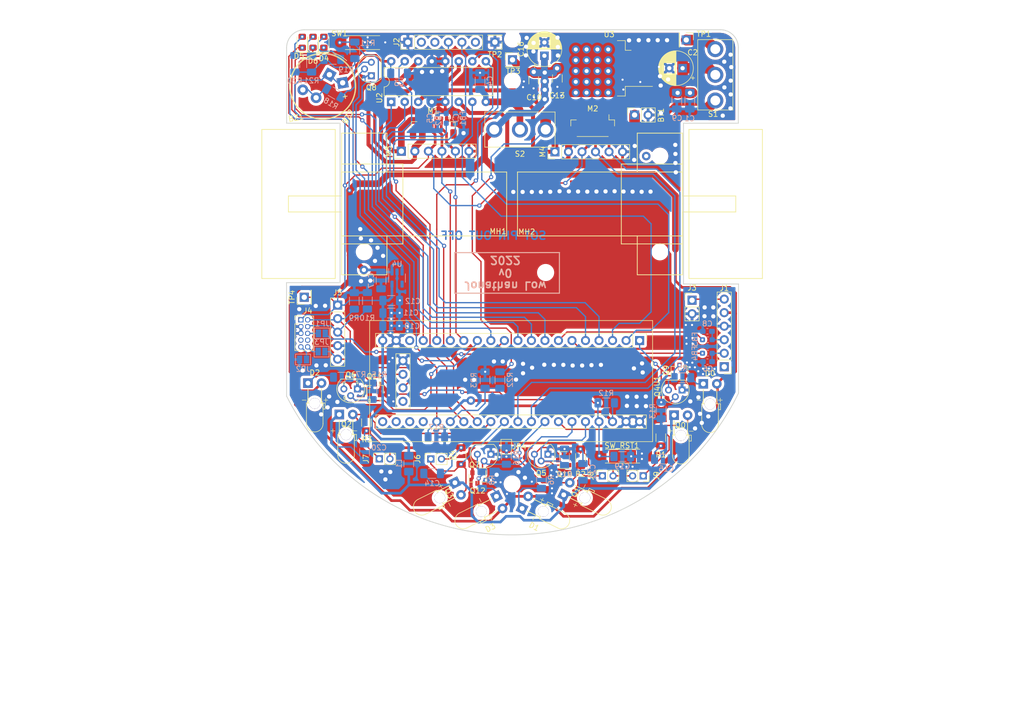
<source format=kicad_pcb>
(kicad_pcb (version 20171130) (host pcbnew "(5.1.12-1-10_14)")
  (layers (0 F.Cu signal) (31 B.Cu signal) (34 B.Paste user) (35 F.Paste user) (36 B.SilkS user) (37 F.SilkS user) (38 B.Mask user) (39 F.Mask user) (44 Edge.Cuts user))
  (net 0 "")
  (net 1 "Net-(D0-Pad1)")
  (net 2 "Net-(D1-Pad1)")
  (net 3 "Net-(D2-Pad1)")
  (net 4 "Net-(D3-Pad1)")
  (net 5 "Net-(D4-Pad2)")
  (net 6 "Net-(D5-Pad2)")
  (net 7 "Net-(D6-Pad2)")
  (net 8 "Net-(J1-Pad1)")
  (net 9 "Net-(BZ1-Pad2)")
  (net 10 "Net-(BT1-Pad1)")
  (net 11 GND)
  (net 12 +5V)
  (net 13 VCC)
  (net 14 "Net-(C5-Pad1)")
  (net 15 "Net-(C6-Pad1)")
  (net 16 "Net-(C7-Pad1)")
  (net 17 "Net-(C8-Pad1)")
  (net 18 USART2_TX)
  (net 19 USART2_RX)
  (net 20 USART1_RX)
  (net 21 USART1_TX)
  (net 22 HC05_Key)
  (net 23 "Net-(J2-Pad2)")
  (net 24 "Net-(J2-Pad3)")
  (net 25 "Net-(J2-Pad6)")
  (net 26 +3V3)
  (net 27 SWDIO)
  (net 28 SWDCLK)
  (net 29 "Net-(J4-Pad6)")
  (net 30 "Net-(J4-Pad7)")
  (net 31 "Net-(J4-Pad8)")
  (net 32 "Net-(J4-Pad9)")
  (net 33 "Net-(J4-Pad10)")
  (net 34 RST)
  (net 35 SWO)
  (net 36 M2_ENC_B)
  (net 37 M2_ENC_A)
  (net 38 M2_OUT_2)
  (net 39 M2_OUT_1)
  (net 40 M1_OUT_1)
  (net 41 M1_OUT_2)
  (net 42 M1_ENC_A)
  (net 43 M1_ENC_B)
  (net 44 RECEIV_4)
  (net 45 RECEIV_3)
  (net 46 RECEIV_2)
  (net 47 RECEIV_1)
  (net 48 EMIT_1)
  (net 49 "Net-(Q4-Pad3)")
  (net 50 EMIT_2)
  (net 51 EMIT_3)
  (net 52 EMIT_4)
  (net 53 BUZZER)
  (net 54 "Net-(Q8-Pad3)")
  (net 55 BUTTON)
  (net 56 LED_RED)
  (net 57 LED_GREEN)
  (net 58 LED_BLUE)
  (net 59 V_METER)
  (net 60 "Net-(S1-Pad3)")
  (net 61 M1_FWD)
  (net 62 M1_BACK)
  (net 63 M2_FWD)
  (net 64 M2_BACK)
  (net 65 M1_SPD)
  (net 66 "Net-(U1-Pad24)")
  (net 67 M2_SPD)
  (net 68 "Net-(U1-Pad23)")
  (net 69 "Net-(U1-Pad22)")
  (net 70 "Net-(U1-Pad21)")
  (net 71 V_MOTOR)
  (net 72 "Net-(U4-Pad4)")
  (net 73 AGND)
  (net 74 +3.3VA)
  (net 75 "Net-(U1-Pad18)")
  (net 76 "Net-(Q10-Pad3)")
  (net 77 "Net-(Q11-Pad3)")
  (net 78 "Net-(Q12-Pad3)")
  (module Connector_PinSocket_2.54mm:PinSocket_1x02_P2.54mm_Vertical (layer F.Cu) (at 183.0324 70.6628 90)
    (fp_text reference BT1 (at -0.04064 4.97586 270) (layer F.SilkS))
    (fp_text value Battery_Cell)
    (pad 1 thru_hole rect (at 0 0 90) (size 1.7 1.7) (drill 1) (layers *.Cu *.Mask) (net 10 "Net-(BT1-Pad1)"))
    (pad 2 thru_hole oval (at 0 2.54 90) (size 1.7 1.7) (drill 1) (layers *.Cu *.Mask) (net 11 GND))
  )
  (module Connector_PinHeader_2.54mm:PinHeader_1x06_P2.54mm_Vertical (layer F.Cu) (at 199.8726 117.9576 180)
    (fp_text reference J1 (at -0.0254 14.7828 180) (layer F.SilkS))
    (fp_text value "HC05 Header")
    (pad 1 thru_hole rect (at 0 0 180) (size 1.7 1.7) (drill 1) (layers *.Cu *.Mask) (net 8 "Net-(J1-Pad1)"))
    (pad 2 thru_hole oval (at 0 2.54 180) (size 1.7 1.7) (drill 1) (layers *.Cu *.Mask) (net 15 "Net-(C6-Pad1)"))
    (pad 3 thru_hole oval (at 0 5.08 180) (size 1.7 1.7) (drill 1) (layers *.Cu *.Mask) (net 17 "Net-(C8-Pad1)"))
    (pad 4 thru_hole oval (at 0 7.62 180) (size 1.7 1.7) (drill 1) (layers *.Cu *.Mask) (net 11 GND))
    (pad 5 thru_hole oval (at 0 10.16 180) (size 1.7 1.7) (drill 1) (layers *.Cu *.Mask) (net 12 +5V))
    (pad 6 thru_hole oval (at 0 12.7 180) (size 1.7 1.7) (drill 1) (layers *.Cu *.Mask) (net 22 HC05_Key))
  )
  (module MountingHole:MountingHole_2.2mm_M2 (layer F.Cu) (at 166.3192 100.2538)
    (fp_text reference BT_MH1 hide)
    (fp_text value M2)
    (pad 1 np_thru_hole circle (at 0 0) (size 2.2 2.2) (drill 2.2) (layers *.Cu *.Mask))
  )
  (module MountingHole:MountingHole_2.2mm_M2 (layer F.Cu) (at 151.7904 100.2538)
    (fp_text reference BT_MH2 hide)
    (fp_text value M2)
    (pad 1 np_thru_hole circle (at 0 0) (size 2.2 2.2) (drill 2.2) (layers *.Cu *.Mask))
  )
  (module Resistor_SMD:R_1206_3216Metric_Pad1.30x1.75mm_HandSolder (layer B.Cu) (at 126.2634 60.2234 180)
    (fp_text reference R19 (at -2.5908 -1.905) (layer B.SilkS) (effects (justify mirror)))
    (fp_text value R)
    (pad 1 smd roundrect (at -1.55 0 180) (size 1.3 1.75) (layers B.Cu B.Paste B.Mask) (roundrect_rratio 0.192308) (net 5 "Net-(D4-Pad2)"))
    (pad 2 smd roundrect (at 1.55 0 180) (size 1.3 1.75) (layers B.Cu B.Paste B.Mask) (roundrect_rratio 0.192308) (net 26 +3V3))
  )
  (module Resistor_SMD:R_1206_3216Metric_Pad1.30x1.75mm_HandSolder (layer B.Cu) (at 119.2276 61.0362 270)
    (fp_text reference R20 (at 3.2258 0.0508 180) (layer B.SilkS) (effects (justify mirror)))
    (fp_text value R)
    (pad 2 smd roundrect (at 1.55 0 270) (size 1.3 1.75) (layers B.Cu B.Paste B.Mask) (roundrect_rratio 0.192308) (net 26 +3V3))
    (pad 1 smd roundrect (at -1.55 0 270) (size 1.3 1.75) (layers B.Cu B.Paste B.Mask) (roundrect_rratio 0.192308) (net 6 "Net-(D5-Pad2)"))
  )
  (module Resistor_SMD:R_1206_3216Metric_Pad1.30x1.75mm_HandSolder (layer B.Cu) (at 122.3518 61.061 270)
    (fp_text reference R21 (at 3.1502 0.0254 180) (layer B.SilkS) (effects (justify mirror)))
    (fp_text value R)
    (pad 1 smd roundrect (at -1.55 0 270) (size 1.3 1.75) (layers B.Cu B.Paste B.Mask) (roundrect_rratio 0.192308) (net 7 "Net-(D6-Pad2)"))
    (pad 2 smd roundrect (at 1.55 0 270) (size 1.3 1.75) (layers B.Cu B.Paste B.Mask) (roundrect_rratio 0.192308) (net 26 +3V3))
  )
  (module MountingHole:MountingHole_2.2mm_M2 (layer F.Cu) (at 160.0835 64.262)
    (fp_text reference SK1 hide)
    (fp_text value M2)
    (pad 1 np_thru_hole circle (at 0 0) (size 2.2 2.2) (drill 2.2) (layers *.Cu *.Mask))
  )
  (module MountingHole:MountingHole_2.2mm_M2 (layer F.Cu) (at 160.02 139.954)
    (fp_text reference SK2 hide)
    (fp_text value M2)
    (pad 1 np_thru_hole circle (at 0 0) (size 2.2 2.2) (drill 2.2) (layers *.Cu *.Mask))
  )
  (module MountingHole:MountingHole_2.2mm_M2 (layer F.Cu) (at 160.0962 56.4134)
    (fp_text reference SK3 hide)
    (fp_text value M2)
    (pad 1 np_thru_hole circle (at 0 0) (size 2.2 2.2) (drill 2.2) (layers *.Cu *.Mask))
  )
  (module MountingHole:MountingHole_2.2mm_M2 (layer F.Cu) (at 160.02 147.828)
    (fp_text reference SK4 hide)
    (fp_text value M2)
    (pad 1 np_thru_hole circle (at 0 0) (size 2.2 2.2) (drill 2.2) (layers *.Cu *.Mask))
  )
  (module Connector_PinHeader_2.54mm:PinHeader_1x02_P2.54mm_Vertical (layer F.Cu) (at 193.8274 105.4608)
    (fp_text reference J3 (at 0 -2.33) (layer F.SilkS))
    (fp_text value "HC05_Key Jump")
    (pad 1 thru_hole rect (at 0 0) (size 1.7 1.7) (drill 1) (layers *.Cu *.Mask) (net 22 HC05_Key))
    (pad 2 thru_hole oval (at 0 2.54) (size 1.7 1.7) (drill 1) (layers *.Cu *.Mask) (net 11 GND))
  )
  (module Buzzer_Beeper:Buzzer_12x9.5RM7.6 (layer F.Cu) (at 128.1938 64.6176 190)
    (fp_text reference BZ1 (at 9.776643 -4.981991 190) (layer F.SilkS))
    (fp_text value Buzzer)
    (fp_text user + (at -0.01 -2.54 10) (layer F.SilkS))
    (pad 1 thru_hole rect (at 0 0 190) (size 2 2) (drill 1) (layers *.Cu *.Mask) (net 12 +5V))
    (pad 2 thru_hole circle (at 7.6 0 190) (size 2 2) (drill 1) (layers *.Cu *.Mask) (net 9 "Net-(BZ1-Pad2)"))
  )
  (module Buzzer_Beeper:Buzzer_TDK_PS1240P02BT_D12.2mm_H6.5mm (layer F.Cu) (at 125.7046 63.0936 240)
    (fp_text reference BZ2 (at 5.088481 -6.985292 240) (layer F.SilkS))
    (fp_text value Buzzer)
    (pad 1 thru_hole rect (at 0 0 240) (size 2 2) (drill 1) (layers *.Cu *.Mask) (net 12 +5V))
    (pad 2 thru_hole circle (at 5 0 240) (size 2 2) (drill 1) (layers *.Cu *.Mask) (net 9 "Net-(BZ1-Pad2)"))
  )
  (module Capacitor_THT:CP_Radial_D6.3mm_P2.50mm (layer F.Cu) (at 192.0494 61.8744 180)
    (fp_text reference C2 (at -1.8796 2.9464) (layer F.SilkS))
    (fp_text value 100uF)
    (pad 1 thru_hole rect (at 0 0 180) (size 1.6 1.6) (drill 0.8) (layers *.Cu *.Mask) (net 13 VCC))
    (pad 2 thru_hole circle (at 2.5 0 180) (size 1.6 1.6) (drill 0.8) (layers *.Cu *.Mask) (net 11 GND))
  )
  (module Capacitor_SMD:C_1206_3216Metric_Pad1.33x1.80mm_HandSolder (layer B.Cu) (at 138.7856 62.8396)
    (fp_text reference C3 (at 0 1.85) (layer B.SilkS) (effects (justify mirror)))
    (fp_text value 0.1uF)
    (pad 1 smd roundrect (at -1.5625 0) (size 1.325 1.8) (layers B.Cu B.Paste B.Mask) (roundrect_rratio 0.188679) (net 12 +5V))
    (pad 2 smd roundrect (at 1.5625 0) (size 1.325 1.8) (layers B.Cu B.Paste B.Mask) (roundrect_rratio 0.188679) (net 11 GND))
  )
  (module Capacitor_SMD:C_1206_3216Metric_Pad1.33x1.80mm_HandSolder (layer B.Cu) (at 154.0002 64.2874 90)
    (fp_text reference C4 (at 0 1.85 90) (layer B.SilkS) (effects (justify mirror)))
    (fp_text value 1uF)
    (pad 1 smd roundrect (at -1.5625 0 90) (size 1.325 1.8) (layers B.Cu B.Paste B.Mask) (roundrect_rratio 0.188679) (net 71 V_MOTOR))
    (pad 2 smd roundrect (at 1.5625 0 90) (size 1.325 1.8) (layers B.Cu B.Paste B.Mask) (roundrect_rratio 0.188679) (net 11 GND))
  )
  (module Capacitor_SMD:C_0603_1608Metric_Pad1.08x0.95mm_HandSolder (layer B.Cu) (at 146.0246 71.247 270)
    (fp_text reference C5 (at 0 1.43 90) (layer B.SilkS) (effects (justify mirror)))
    (fp_text value 22pF)
    (pad 1 smd roundrect (at -0.8625 0 270) (size 1.075 0.95) (layers B.Cu B.Paste B.Mask) (net 14 "Net-(C5-Pad1)"))
    (pad 2 smd roundrect (at 0.8625 0 270) (size 1.075 0.95) (layers B.Cu B.Paste B.Mask) (net 11 GND))
  )
  (module Capacitor_SMD:C_0603_1608Metric_Pad1.08x0.95mm_HandSolder (layer B.Cu) (at 196.723 116.9924 180)
    (fp_text reference C6 (at -0.1016 -1.3462) (layer B.SilkS) (effects (justify mirror)))
    (fp_text value 22pF)
    (pad 1 smd roundrect (at -0.8625 0 180) (size 1.075 0.95) (layers B.Cu B.Paste B.Mask) (net 15 "Net-(C6-Pad1)"))
    (pad 2 smd roundrect (at 0.8625 0 180) (size 1.075 0.95) (layers B.Cu B.Paste B.Mask) (net 11 GND))
  )
  (module Capacitor_SMD:C_0603_1608Metric_Pad1.08x0.95mm_HandSolder (layer B.Cu) (at 150.9522 71.3232 270)
    (fp_text reference C7 (at 0 1.43 90) (layer B.SilkS) (effects (justify mirror)))
    (fp_text value 22pF)
    (pad 2 smd roundrect (at 0.8625 0 270) (size 1.075 0.95) (layers B.Cu B.Paste B.Mask) (net 11 GND))
    (pad 1 smd roundrect (at -0.8625 0 270) (size 1.075 0.95) (layers B.Cu B.Paste B.Mask) (net 16 "Net-(C7-Pad1)"))
  )
  (module Capacitor_SMD:C_0603_1608Metric_Pad1.08x0.95mm_HandSolder (layer B.Cu) (at 196.6976 111.3028 180)
    (fp_text reference C8 (at 0 1.43) (layer B.SilkS) (effects (justify mirror)))
    (fp_text value 22pF)
    (pad 2 smd roundrect (at 0.8625 0 180) (size 1.075 0.95) (layers B.Cu B.Paste B.Mask) (net 11 GND))
    (pad 1 smd roundrect (at -0.8625 0 180) (size 1.075 0.95) (layers B.Cu B.Paste B.Mask) (net 17 "Net-(C8-Pad1)"))
  )
  (module LED_SMD:LED_0805_2012Metric_Pad1.15x1.40mm_HandSolder (layer F.Cu) (at 124.6632 56.9976 90)
    (fp_text reference D4 (at -3.0226 0) (layer F.SilkS))
    (fp_text value LED)
    (pad 1 smd roundrect (at -1.025 0 90) (size 1.15 1.4) (layers F.Cu F.Paste F.Mask) (roundrect_rratio 0.217391) (net 56 LED_RED))
    (pad 2 smd roundrect (at 1.025 0 90) (size 1.15 1.4) (layers F.Cu F.Paste F.Mask) (roundrect_rratio 0.217391) (net 5 "Net-(D4-Pad2)"))
  )
  (module LED_SMD:LED_0805_2012Metric_Pad1.15x1.40mm_HandSolder (layer F.Cu) (at 120.5992 56.9976 90)
    (fp_text reference D5 (at -2.5908 -0.6096 180) (layer F.SilkS))
    (fp_text value LED)
    (pad 1 smd roundrect (at -1.025 0 90) (size 1.15 1.4) (layers F.Cu F.Paste F.Mask) (roundrect_rratio 0.217391) (net 57 LED_GREEN))
    (pad 2 smd roundrect (at 1.025 0 90) (size 1.15 1.4) (layers F.Cu F.Paste F.Mask) (roundrect_rratio 0.217391) (net 6 "Net-(D5-Pad2)"))
  )
  (module LED_SMD:LED_0805_2012Metric_Pad1.15x1.40mm_HandSolder (layer F.Cu) (at 122.6312 56.9976 90)
    (fp_text reference D6 (at -3.5052 0 180) (layer F.SilkS))
    (fp_text value LED)
    (pad 2 smd roundrect (at 1.025 0 90) (size 1.15 1.4) (layers F.Cu F.Paste F.Mask) (roundrect_rratio 0.217391) (net 7 "Net-(D6-Pad2)"))
    (pad 1 smd roundrect (at -1.025 0 90) (size 1.15 1.4) (layers F.Cu F.Paste F.Mask) (roundrect_rratio 0.217391) (net 58 LED_BLUE))
  )
  (module Resistor_SMD:R_0603_1608Metric_Pad0.98x0.95mm_HandSolder (layer B.Cu) (at 149.352 71.2978 90)
    (fp_text reference FB1 (at 0 1.43 270) (layer B.SilkS) (effects (justify mirror)))
    (fp_text value HZ0603C601R-10)
    (pad 2 smd roundrect (at 0.9125 0 90) (size 0.975 0.95) (layers B.Cu B.Paste B.Mask) (net 16 "Net-(C7-Pad1)"))
    (pad 1 smd roundrect (at -0.9125 0 90) (size 0.975 0.95) (layers B.Cu B.Paste B.Mask) (net 18 USART2_TX))
  )
  (module Resistor_SMD:R_0603_1608Metric_Pad0.98x0.95mm_HandSolder (layer B.Cu) (at 147.6502 71.2978 270)
    (fp_text reference FB2 (at 0 1.43 90) (layer B.SilkS) (effects (justify mirror)))
    (fp_text value HZ0603C601R-10)
    (pad 1 smd roundrect (at -0.9125 0 270) (size 0.975 0.95) (layers B.Cu B.Paste B.Mask) (net 14 "Net-(C5-Pad1)"))
    (pad 2 smd roundrect (at 0.9125 0 270) (size 0.975 0.95) (layers B.Cu B.Paste B.Mask) (net 19 USART2_RX))
  )
  (module Resistor_SMD:R_0603_1608Metric_Pad0.98x0.95mm_HandSolder (layer B.Cu) (at 196.6976 112.8776)
    (fp_text reference FB3 (at -2.3114 -0.0762 90) (layer B.SilkS) (effects (justify mirror)))
    (fp_text value HZ0603C601R-10)
    (pad 2 smd roundrect (at 0.9125 0) (size 0.975 0.95) (layers B.Cu B.Paste B.Mask) (net 17 "Net-(C8-Pad1)"))
    (pad 1 smd roundrect (at -0.9125 0) (size 0.975 0.95) (layers B.Cu B.Paste B.Mask) (net 20 USART1_RX))
  )
  (module Resistor_SMD:R_0603_1608Metric_Pad0.98x0.95mm_HandSolder (layer B.Cu) (at 196.6976 115.4176 180)
    (fp_text reference FB4 (at 2.3622 -0.0254 90) (layer B.SilkS) (effects (justify mirror)))
    (fp_text value HZ0603C601R-10)
    (pad 1 smd roundrect (at -0.9125 0 180) (size 0.975 0.95) (layers B.Cu B.Paste B.Mask) (net 15 "Net-(C6-Pad1)"))
    (pad 2 smd roundrect (at 0.9125 0 180) (size 0.975 0.95) (layers B.Cu B.Paste B.Mask) (net 21 USART1_TX))
  )
  (module Connector_PinHeader_2.54mm:PinHeader_1x06_P2.54mm_Vertical (layer F.Cu) (at 140.4366 56.9976 90)
    (fp_text reference J2 (at 0 -2.1082 90) (layer F.SilkS))
    (fp_text value "Serial Debug Header")
    (pad 1 thru_hole rect (at 0 0 90) (size 1.7 1.7) (drill 1) (layers *.Cu *.Mask) (net 11 GND))
    (pad 2 thru_hole oval (at 0 2.54 90) (size 1.7 1.7) (drill 1) (layers *.Cu *.Mask) (net 23 "Net-(J2-Pad2)"))
    (pad 3 thru_hole oval (at 0 5.08 90) (size 1.7 1.7) (drill 1) (layers *.Cu *.Mask) (net 24 "Net-(J2-Pad3)"))
    (pad 4 thru_hole oval (at 0 7.62 90) (size 1.7 1.7) (drill 1) (layers *.Cu *.Mask) (net 14 "Net-(C5-Pad1)"))
    (pad 5 thru_hole oval (at 0 10.16 90) (size 1.7 1.7) (drill 1) (layers *.Cu *.Mask) (net 16 "Net-(C7-Pad1)"))
    (pad 6 thru_hole oval (at 0 12.7 90) (size 1.7 1.7) (drill 1) (layers *.Cu *.Mask) (net 25 "Net-(J2-Pad6)"))
  )
  (module Connector_PinHeader_1.27mm:PinHeader_2x05_P1.27mm_Vertical (layer F.Cu) (at 120.3452 109.1438)
    (fp_text reference J4 (at 1.2954 -1.695) (layer F.SilkS))
    (fp_text value Conn_ARM_JTAG_SWD_10)
    (pad 1 thru_hole rect (at 0 0) (size 1 1) (drill 0.65) (layers *.Cu *.Mask) (net 26 +3V3))
    (pad 2 thru_hole oval (at 1.27 0) (size 1 1) (drill 0.65) (layers *.Cu *.Mask) (net 27 SWDIO))
    (pad 3 thru_hole oval (at 0 1.27) (size 1 1) (drill 0.65) (layers *.Cu *.Mask) (net 11 GND))
    (pad 4 thru_hole oval (at 1.27 1.27) (size 1 1) (drill 0.65) (layers *.Cu *.Mask) (net 28 SWDCLK))
    (pad 5 thru_hole oval (at 0 2.54) (size 1 1) (drill 0.65) (layers *.Cu *.Mask) (net 11 GND))
    (pad 6 thru_hole oval (at 1.27 2.54) (size 1 1) (drill 0.65) (layers *.Cu *.Mask) (net 29 "Net-(J4-Pad6)"))
    (pad 7 thru_hole oval (at 0 3.81) (size 1 1) (drill 0.65) (layers *.Cu *.Mask) (net 30 "Net-(J4-Pad7)"))
    (pad 8 thru_hole oval (at 1.27 3.81) (size 1 1) (drill 0.65) (layers *.Cu *.Mask) (net 31 "Net-(J4-Pad8)"))
    (pad 9 thru_hole oval (at 0 5.08) (size 1 1) (drill 0.65) (layers *.Cu *.Mask) (net 32 "Net-(J4-Pad9)"))
    (pad 10 thru_hole oval (at 1.27 5.08) (size 1 1) (drill 0.65) (layers *.Cu *.Mask) (net 33 "Net-(J4-Pad10)"))
  )
  (module Connector_PinHeader_2.54mm:PinHeader_1x05_P2.54mm_Vertical (layer F.Cu) (at 127.254 106.3752)
    (fp_text reference J5 (at 0 -2.33) (layer F.SilkS))
    (fp_text value "SWD Header")
    (pad 1 thru_hole rect (at 0 0) (size 1.7 1.7) (drill 1) (layers *.Cu *.Mask) (net 26 +3V3))
    (pad 2 thru_hole oval (at 0 2.54) (size 1.7 1.7) (drill 1) (layers *.Cu *.Mask) (net 27 SWDIO))
    (pad 3 thru_hole oval (at 0 5.08) (size 1.7 1.7) (drill 1) (layers *.Cu *.Mask) (net 28 SWDCLK))
    (pad 4 thru_hole oval (at 0 7.62) (size 1.7 1.7) (drill 1) (layers *.Cu *.Mask) (net 11 GND))
    (pad 5 thru_hole oval (at 0 10.16) (size 1.7 1.7) (drill 1) (layers *.Cu *.Mask) (net 34 RST))
  )
  (module Jumper:SolderJumper-2_P1.3mm_Open_Pad1.0x1.5mm (layer B.Cu) (at 124.2822 111.6838)
    (fp_text reference JP1 (at 0.0762 -1.8034) (layer B.SilkS) (effects (justify mirror)))
    (fp_text value JP_SWO)
    (pad 2 smd rect (at 0.65 0) (size 1 1.5) (layers B.Cu B.Mask) (net 35 SWO))
    (pad 1 smd rect (at -0.65 0) (size 1 1.5) (layers B.Cu B.Mask) (net 29 "Net-(J4-Pad6)"))
  )
  (module Jumper:SolderJumper-2_P1.3mm_Open_Pad1.0x1.5mm (layer B.Cu) (at 120.7516 116.586)
    (fp_text reference JP2 (at 0 1.8) (layer B.SilkS) (effects (justify mirror)))
    (fp_text value JP_GND)
    (pad 2 smd rect (at 0.65 0) (size 1 1.5) (layers B.Cu B.Mask) (net 32 "Net-(J4-Pad9)"))
    (pad 1 smd rect (at -0.65 0) (size 1 1.5) (layers B.Cu B.Mask) (net 11 GND))
  )
  (module Jumper:SolderJumper-2_P1.3mm_Open_Pad1.0x1.5mm (layer B.Cu) (at 124.2314 115.1128 180)
    (fp_text reference JP3 (at 0 1.8) (layer B.SilkS) (effects (justify mirror)))
    (fp_text value JP_RST)
    (pad 1 smd rect (at -0.65 0 180) (size 1 1.5) (layers B.Cu B.Mask) (net 34 RST))
    (pad 2 smd rect (at 0.65 0 180) (size 1 1.5) (layers B.Cu B.Mask) (net 33 "Net-(J4-Pad10)"))
  )
  (module Package_TO_SOT_THT:TO-92 (layer F.Cu) (at 191.9478 122.3264 180)
    (fp_text reference Q4 (at 4.6228 -0.2794 90) (layer F.SilkS))
    (fp_text value Q_NMOS_SGD)
    (pad 2 thru_hole circle (at 1.27 -1.27 180) (size 1.3 1.3) (drill 0.75) (layers *.Cu *.Mask) (net 48 EMIT_1))
    (pad 3 thru_hole circle (at 2.54 0 180) (size 1.3 1.3) (drill 0.75) (layers *.Cu *.Mask) (net 49 "Net-(Q4-Pad3)"))
    (pad 1 thru_hole rect (at 0 0 180) (size 1.3 1.3) (drill 0.75) (layers *.Cu *.Mask) (net 11 GND))
  )
  (module Package_TO_SOT_THT:TO-92 (layer F.Cu) (at 166.751 134.3914 180)
    (fp_text reference Q5 (at 1.27 -3.56) (layer F.SilkS))
    (fp_text value Q_NMOS_SGD)
    (pad 1 thru_hole rect (at 0 0 180) (size 1.3 1.3) (drill 0.75) (layers *.Cu *.Mask) (net 11 GND))
    (pad 3 thru_hole circle (at 2.54 0 180) (size 1.3 1.3) (drill 0.75) (layers *.Cu *.Mask) (net 76 "Net-(Q10-Pad3)"))
    (pad 2 thru_hole circle (at 1.27 -1.27 180) (size 1.3 1.3) (drill 0.75) (layers *.Cu *.Mask) (net 50 EMIT_2))
  )
  (module Package_TO_SOT_THT:TO-92 (layer F.Cu) (at 130.9624 122.1232 180)
    (fp_text reference Q6 (at 1.2446 2.667) (layer F.SilkS))
    (fp_text value Q_NMOS_SGD)
    (pad 2 thru_hole circle (at 1.27 -1.27 180) (size 1.3 1.3) (drill 0.75) (layers *.Cu *.Mask) (net 51 EMIT_3))
    (pad 3 thru_hole circle (at 2.54 0 180) (size 1.3 1.3) (drill 0.75) (layers *.Cu *.Mask) (net 77 "Net-(Q11-Pad3)"))
    (pad 1 thru_hole rect (at 0 0 180) (size 1.3 1.3) (drill 0.75) (layers *.Cu *.Mask) (net 11 GND))
  )
  (module Package_TO_SOT_THT:TO-92 (layer F.Cu) (at 156.0322 134.3914 180)
    (fp_text reference Q7 (at 3.0734 -2.0066) (layer F.SilkS))
    (fp_text value Q_NMOS_SGD)
    (pad 1 thru_hole rect (at 0 0 180) (size 1.3 1.3) (drill 0.75) (layers *.Cu *.Mask) (net 11 GND))
    (pad 3 thru_hole circle (at 2.54 0 180) (size 1.3 1.3) (drill 0.75) (layers *.Cu *.Mask) (net 78 "Net-(Q12-Pad3)"))
    (pad 2 thru_hole circle (at 1.27 -1.27 180) (size 1.3 1.3) (drill 0.75) (layers *.Cu *.Mask) (net 52 EMIT_4))
  )
  (module Package_TO_SOT_THT:TO-92 (layer F.Cu) (at 133.5786 63.2968 90)
    (fp_text reference Q8 (at -2.2098 0 180) (layer F.SilkS))
    (fp_text value Q_NMOS_SGD)
    (pad 2 thru_hole circle (at 1.27 -1.27 90) (size 1.3 1.3) (drill 0.75) (layers *.Cu *.Mask) (net 53 BUZZER))
    (pad 3 thru_hole circle (at 2.54 0 90) (size 1.3 1.3) (drill 0.75) (layers *.Cu *.Mask) (net 54 "Net-(Q8-Pad3)"))
    (pad 1 thru_hole rect (at 0 0 90) (size 1.3 1.3) (drill 0.75) (layers *.Cu *.Mask) (net 11 GND))
  )
  (module Resistor_SMD:R_1206_3216Metric_Pad1.30x1.75mm_HandSolder (layer F.Cu) (at 187.96 131.2672 90)
    (fp_text reference R1 (at -3.2004 0 180) (layer F.SilkS))
    (fp_text value 1.8k)
    (pad 1 smd roundrect (at -1.55 0 90) (size 1.3 1.75) (layers F.Cu F.Paste F.Mask) (roundrect_rratio 0.192308) (net 73 AGND))
    (pad 2 smd roundrect (at 1.55 0 90) (size 1.3 1.75) (layers F.Cu F.Paste F.Mask) (roundrect_rratio 0.192308) (net 44 RECEIV_4))
  )
  (module Resistor_SMD:R_1206_3216Metric_Pad1.30x1.75mm_HandSolder (layer F.Cu) (at 172.8724 134.9756 270)
    (fp_text reference R2 (at 3.1496 0) (layer F.SilkS))
    (fp_text value 1.8k)
    (pad 2 smd roundrect (at 1.55 0 270) (size 1.3 1.75) (layers F.Cu F.Paste F.Mask) (roundrect_rratio 0.192308) (net 45 RECEIV_3))
    (pad 1 smd roundrect (at -1.55 0 270) (size 1.3 1.75) (layers F.Cu F.Paste F.Mask) (roundrect_rratio 0.192308) (net 73 AGND))
  )
  (module Resistor_SMD:R_1206_3216Metric_Pad1.30x1.75mm_HandSolder (layer F.Cu) (at 132.6642 128.4478 90)
    (fp_text reference R3 (at -3.175 0.1016) (layer F.SilkS))
    (fp_text value 1.8k)
    (pad 1 smd roundrect (at -1.55 0 90) (size 1.3 1.75) (layers F.Cu F.Paste F.Mask) (roundrect_rratio 0.192308) (net 73 AGND))
    (pad 2 smd roundrect (at 1.55 0 90) (size 1.3 1.75) (layers F.Cu F.Paste F.Mask) (roundrect_rratio 0.192308) (net 46 RECEIV_2))
  )
  (module Resistor_SMD:R_1206_3216Metric_Pad1.30x1.75mm_HandSolder (layer F.Cu) (at 150.4442 134.7216 270)
    (fp_text reference R4 (at -0.127 1.6256 270) (layer F.SilkS))
    (fp_text value 1.8k)
    (pad 2 smd roundrect (at 1.55 0 270) (size 1.3 1.75) (layers F.Cu F.Paste F.Mask) (roundrect_rratio 0.192308) (net 47 RECEIV_1))
    (pad 1 smd roundrect (at -1.55 0 270) (size 1.3 1.75) (layers F.Cu F.Paste F.Mask) (roundrect_rratio 0.192308) (net 73 AGND))
  )
  (module Resistor_SMD:R_1206_3216Metric_Pad1.30x1.75mm_HandSolder (layer B.Cu) (at 192.024 120.015 180)
    (fp_text reference R5 (at 0 1.82 180) (layer B.SilkS) (effects (justify mirror)))
    (fp_text value 35)
    (pad 2 smd roundrect (at 1.55 0 180) (size 1.3 1.75) (layers B.Cu B.Paste B.Mask) (roundrect_rratio 0.192308) (net 49 "Net-(Q4-Pad3)"))
    (pad 1 smd roundrect (at -1.55 0 180) (size 1.3 1.75) (layers B.Cu B.Paste B.Mask) (roundrect_rratio 0.192308) (net 1 "Net-(D0-Pad1)"))
  )
  (module Resistor_SMD:R_1206_3216Metric_Pad1.30x1.75mm_HandSolder (layer B.Cu) (at 165.5318 139.2174 90)
    (fp_text reference R6 (at 0 1.82 90) (layer B.SilkS) (effects (justify mirror)))
    (fp_text value 35)
    (pad 2 smd roundrect (at 1.55 0 90) (size 1.3 1.75) (layers B.Cu B.Paste B.Mask) (roundrect_rratio 0.192308) (net 76 "Net-(Q10-Pad3)"))
    (pad 1 smd roundrect (at -1.55 0 90) (size 1.3 1.75) (layers B.Cu B.Paste B.Mask) (roundrect_rratio 0.192308) (net 2 "Net-(D1-Pad1)"))
  )
  (module Resistor_SMD:R_1206_3216Metric_Pad1.30x1.75mm_HandSolder (layer B.Cu) (at 128.016 119.9134)
    (fp_text reference R7 (at 3.6068 -0.508) (layer B.SilkS) (effects (justify mirror)))
    (fp_text value 35)
    (pad 2 smd roundrect (at 1.55 0) (size 1.3 1.75) (layers B.Cu B.Paste B.Mask) (roundrect_rratio 0.192308) (net 77 "Net-(Q11-Pad3)"))
    (pad 1 smd roundrect (at -1.55 0) (size 1.3 1.75) (layers B.Cu B.Paste B.Mask) (roundrect_rratio 0.192308) (net 3 "Net-(D2-Pad1)"))
  )
  (module Resistor_SMD:R_1206_3216Metric_Pad1.30x1.75mm_HandSolder (layer B.Cu) (at 154.4066 139.2428 90)
    (fp_text reference R8 (at 0 1.82 90) (layer B.SilkS) (effects (justify mirror)))
    (fp_text value 35)
    (pad 1 smd roundrect (at -1.55 0 90) (size 1.3 1.75) (layers B.Cu B.Paste B.Mask) (roundrect_rratio 0.192308) (net 4 "Net-(D3-Pad1)"))
    (pad 2 smd roundrect (at 1.55 0 90) (size 1.3 1.75) (layers B.Cu B.Paste B.Mask) (roundrect_rratio 0.192308) (net 78 "Net-(Q12-Pad3)"))
  )
  (module Resistor_SMD:R_1206_3216Metric_Pad1.30x1.75mm_HandSolder (layer B.Cu) (at 130.3782 105.5878 90)
    (fp_text reference R9 (at -3.2258 -0.0508 180) (layer B.SilkS) (effects (justify mirror)))
    (fp_text value 100K)
    (pad 2 smd roundrect (at 1.55 0 90) (size 1.3 1.75) (layers B.Cu B.Paste B.Mask) (roundrect_rratio 0.192308) (net 11 GND))
    (pad 1 smd roundrect (at -1.55 0 90) (size 1.3 1.75) (layers B.Cu B.Paste B.Mask) (roundrect_rratio 0.192308) (net 27 SWDIO))
  )
  (module Resistor_SMD:R_1206_3216Metric_Pad1.30x1.75mm_HandSolder (layer B.Cu) (at 132.842 105.5624 90)
    (fp_text reference R10 (at -3.2258 -0.0254 180) (layer B.SilkS) (effects (justify mirror)))
    (fp_text value 100K)
    (pad 1 smd roundrect (at -1.55 0 90) (size 1.3 1.75) (layers B.Cu B.Paste B.Mask) (roundrect_rratio 0.192308) (net 28 SWDCLK))
    (pad 2 smd roundrect (at 1.55 0 90) (size 1.3 1.75) (layers B.Cu B.Paste B.Mask) (roundrect_rratio 0.192308) (net 11 GND))
  )
  (module Resistor_SMD:R_1206_3216Metric_Pad1.30x1.75mm_HandSolder (layer B.Cu) (at 130.4798 58.5216 90)
    (fp_text reference R11 (at 1.3716 2.3876 180) (layer B.SilkS) (effects (justify mirror)))
    (fp_text value 47K)
    (pad 2 smd roundrect (at 1.55 0 90) (size 1.3 1.75) (layers B.Cu B.Paste B.Mask) (roundrect_rratio 0.192308) (net 55 BUTTON))
    (pad 1 smd roundrect (at -1.55 0 90) (size 1.3 1.75) (layers B.Cu B.Paste B.Mask) (roundrect_rratio 0.192308) (net 26 +3V3))
  )
  (module Resistor_SMD:R_1206_3216Metric_Pad1.30x1.75mm_HandSolder (layer B.Cu) (at 188.0362 126.1618 90)
    (fp_text reference R13 (at -0.1524 -1.6256 270) (layer B.SilkS) (effects (justify mirror)))
    (fp_text value 47k)
    (pad 1 smd roundrect (at -1.55 0 90) (size 1.3 1.75) (layers B.Cu B.Paste B.Mask) (roundrect_rratio 0.192308) (net 11 GND))
    (pad 2 smd roundrect (at 1.55 0 90) (size 1.3 1.75) (layers B.Cu B.Paste B.Mask) (roundrect_rratio 0.192308) (net 48 EMIT_1))
  )
  (module Resistor_SMD:R_1206_3216Metric_Pad1.30x1.75mm_HandSolder (layer B.Cu) (at 169.8752 134.9502 270)
    (fp_text reference R14 (at 3.175 0.0254) (layer B.SilkS) (effects (justify mirror)))
    (fp_text value 47k)
    (pad 1 smd roundrect (at -1.55 0 270) (size 1.3 1.75) (layers B.Cu B.Paste B.Mask) (roundrect_rratio 0.192308) (net 11 GND))
    (pad 2 smd roundrect (at 1.55 0 270) (size 1.3 1.75) (layers B.Cu B.Paste B.Mask) (roundrect_rratio 0.192308) (net 50 EMIT_2))
  )
  (module Resistor_SMD:R_1206_3216Metric_Pad1.30x1.75mm_HandSolder (layer B.Cu) (at 133.7056 122.555 270)
    (fp_text reference R15 (at -3.0988 -1.3462) (layer B.SilkS) (effects (justify mirror)))
    (fp_text value 47k)
    (pad 1 smd roundrect (at -1.55 0 270) (size 1.3 1.75) (layers B.Cu B.Paste B.Mask) (roundrect_rratio 0.192308) (net 11 GND))
    (pad 2 smd roundrect (at 1.55 0 270) (size 1.3 1.75) (layers B.Cu B.Paste B.Mask) (roundrect_rratio 0.192308) (net 51 EMIT_3))
  )
  (module Resistor_SMD:R_1206_3216Metric_Pad1.30x1.75mm_HandSolder (layer B.Cu) (at 158.9532 134.7216 270)
    (fp_text reference R16 (at 0.3302 -1.905 270) (layer B.SilkS) (effects (justify mirror)))
    (fp_text value 47k)
    (pad 1 smd roundrect (at -1.55 0 270) (size 1.3 1.75) (layers B.Cu B.Paste B.Mask) (roundrect_rratio 0.192308) (net 11 GND))
    (pad 2 smd roundrect (at 1.55 0 270) (size 1.3 1.75) (layers B.Cu B.Paste B.Mask) (roundrect_rratio 0.192308) (net 52 EMIT_4))
  )
  (module Resistor_SMD:R_1206_3216Metric_Pad1.30x1.75mm_HandSolder (layer B.Cu) (at 145.796 131.1402 180)
    (fp_text reference R17 (at 0 1.82) (layer B.SilkS) (effects (justify mirror)))
    (fp_text value 47k)
    (pad 2 smd roundrect (at 1.55 0 180) (size 1.3 1.75) (layers B.Cu B.Paste B.Mask) (roundrect_rratio 0.192308) (net 53 BUZZER))
    (pad 1 smd roundrect (at -1.55 0 180) (size 1.3 1.75) (layers B.Cu B.Paste B.Mask) (roundrect_rratio 0.192308) (net 11 GND))
  )
  (module Resistor_SMD:R_1206_3216Metric_Pad1.30x1.75mm_HandSolder (layer B.Cu) (at 126.5428 66.548 150)
    (fp_text reference R18 (at -0.493965 -1.973172 150) (layer B.SilkS) (effects (justify mirror)))
    (fp_text value R)
    (pad 1 smd roundrect (at -1.55 0 150) (size 1.3 1.75) (layers B.Cu B.Paste B.Mask) (roundrect_rratio 0.192308) (net 54 "Net-(Q8-Pad3)"))
    (pad 2 smd roundrect (at 1.55 0 150) (size 1.3 1.75) (layers B.Cu B.Paste B.Mask) (roundrect_rratio 0.192308) (net 9 "Net-(BZ1-Pad2)"))
  )
  (module Resistor_SMD:R_1206_3216Metric_Pad1.30x1.75mm_HandSolder (layer B.Cu) (at 157.734 120.4468 270)
    (fp_text reference R22 (at -0.0254 -1.905 270) (layer B.SilkS) (effects (justify mirror)))
    (fp_text value R)
    (pad 2 smd roundrect (at 1.55 0 270) (size 1.3 1.75) (layers B.Cu B.Paste B.Mask) (roundrect_rratio 0.192308) (net 59 V_METER))
    (pad 1 smd roundrect (at -1.55 0 270) (size 1.3 1.75) (layers B.Cu B.Paste B.Mask) (roundrect_rratio 0.192308) (net 13 VCC))
  )
  (module Resistor_SMD:R_1206_3216Metric_Pad1.30x1.75mm_HandSolder (layer B.Cu) (at 154.94 120.4468 90)
    (fp_text reference R23 (at -0.0254 -2.1082 270) (layer B.SilkS) (effects (justify mirror)))
    (fp_text value R)
    (pad 1 smd roundrect (at -1.55 0 90) (size 1.3 1.75) (layers B.Cu B.Paste B.Mask) (roundrect_rratio 0.192308) (net 59 V_METER))
    (pad 2 smd roundrect (at 1.55 0 90) (size 1.3 1.75) (layers B.Cu B.Paste B.Mask) (roundrect_rratio 0.192308) (net 11 GND))
  )
  (module custom:1103M2S4CQE2 (layer F.Cu) (at 195.6562 63.119 270)
    (fp_text reference S1 (at 7.366 -2.1336 180) (layer F.SilkS))
    (fp_text value EG1218)
    (pad 2 thru_hole circle (at 0 -2.54 270) (size 3 3) (drill 1.85) (layers *.Cu *.Mask) (net 13 VCC))
    (pad 1 thru_hole circle (at 4.826 -2.54 270) (size 3 3) (drill 1.85) (layers *.Cu *.Mask) (net 10 "Net-(BT1-Pad1)"))
    (pad 3 thru_hole circle (at -4.826 -2.54 270) (size 3 3) (drill 1.85) (layers *.Cu *.Mask) (net 60 "Net-(S1-Pad3)"))
  )
  (module Connector_PinHeader_2.54mm:PinHeader_1x01_P2.54mm_Vertical (layer F.Cu) (at 192.7352 56.5658 270)
    (fp_text reference TP1 (at -1.1176 -3.302 180) (layer F.SilkS))
    (fp_text value V_EXT_TP)
    (pad 1 thru_hole rect (at 0 0 270) (size 1.7 1.7) (drill 1) (layers *.Cu *.Mask) (net 60 "Net-(S1-Pad3)"))
  )
  (module Connector_PinHeader_2.54mm:PinHeader_1x01_P2.54mm_Vertical (layer F.Cu) (at 156.7942 56.9722 180)
    (fp_text reference TP2 (at 0 -2.33) (layer F.SilkS))
    (fp_text value GND_TP)
    (pad 1 thru_hole rect (at 0 0 180) (size 1.7 1.7) (drill 1) (layers *.Cu *.Mask) (net 11 GND))
  )
  (module bluepill:YAAJ_BluePill_SWD_2 (layer F.Cu) (at 183.9722 113.03 270)
    (fp_text reference U1 (at 7.62 -3.2512 90) (layer F.SilkS))
    (fp_text value YAAJ_BluePill_SWD_Breakout hide)
    (pad 44 thru_hole circle (at 3.81 44.45 270) (size 1.7 1.7) (drill 1) (layers *.Cu *.Mask) (net 11 GND))
    (pad 43 thru_hole circle (at 6.35 44.45 270) (size 1.7 1.7) (drill 1) (layers *.Cu *.Mask) (net 28 SWDCLK))
    (pad 42 thru_hole circle (at 8.89 44.45 270) (size 1.7 1.7) (drill 1) (layers *.Cu *.Mask) (net 27 SWDIO))
    (pad 41 thru_hole circle (at 11.43 44.45 270) (size 1.7 1.7) (drill 1) (layers *.Cu *.Mask))
    (pad 40 thru_hole circle (at 15.24 0 270) (size 1.7 1.7) (drill 1) (layers *.Cu *.Mask) (net 11 GND))
    (pad 1 thru_hole rect (at 0 0 270) (size 1.7 1.7) (drill 1) (layers *.Cu *.Mask) (net 48 EMIT_1))
    (pad 39 thru_hole circle (at 15.24 2.54 270) (size 1.7 1.7) (drill 1) (layers *.Cu *.Mask) (net 11 GND))
    (pad 2 thru_hole circle (at 0 2.54 270) (size 1.7 1.7) (drill 1) (layers *.Cu *.Mask) (net 63 M2_FWD))
    (pad 38 thru_hole circle (at 15.24 5.08 270) (size 1.7 1.7) (drill 1) (layers *.Cu *.Mask) (net 26 +3V3))
    (pad 3 thru_hole circle (at 0 5.08 270) (size 1.7 1.7) (drill 1) (layers *.Cu *.Mask) (net 62 M1_BACK))
    (pad 37 thru_hole circle (at 15.24 7.62 270) (size 1.7 1.7) (drill 1) (layers *.Cu *.Mask) (net 34 RST))
    (pad 4 thru_hole circle (at 0 7.62 270) (size 1.7 1.7) (drill 1) (layers *.Cu *.Mask) (net 64 M2_BACK))
    (pad 36 thru_hole circle (at 15.24 10.16 270) (size 1.7 1.7) (drill 1) (layers *.Cu *.Mask) (net 50 EMIT_2))
    (pad 5 thru_hole circle (at 0 10.16 270) (size 1.7 1.7) (drill 1) (layers *.Cu *.Mask) (net 61 M1_FWD))
    (pad 35 thru_hole circle (at 15.24 12.7 270) (size 1.7 1.7) (drill 1) (layers *.Cu *.Mask) (net 52 EMIT_4))
    (pad 6 thru_hole circle (at 0 12.7 270) (size 1.7 1.7) (drill 1) (layers *.Cu *.Mask) (net 21 USART1_TX))
    (pad 34 thru_hole circle (at 15.24 15.24 270) (size 1.7 1.7) (drill 1) (layers *.Cu *.Mask) (net 44 RECEIV_4))
    (pad 7 thru_hole circle (at 0 15.24 270) (size 1.7 1.7) (drill 1) (layers *.Cu *.Mask) (net 20 USART1_RX))
    (pad 33 thru_hole circle (at 15.24 17.78 270) (size 1.7 1.7) (drill 1) (layers *.Cu *.Mask) (net 45 RECEIV_3))
    (pad 8 thru_hole circle (at 0 17.78 270) (size 1.7 1.7) (drill 1) (layers *.Cu *.Mask) (net 56 LED_RED))
    (pad 32 thru_hole circle (at 15.24 20.32 270) (size 1.7 1.7) (drill 1) (layers *.Cu *.Mask) (net 43 M1_ENC_B))
    (pad 9 thru_hole circle (at 0 20.32 270) (size 1.7 1.7) (drill 1) (layers *.Cu *.Mask) (net 58 LED_BLUE))
    (pad 31 thru_hole circle (at 15.24 22.86 270) (size 1.7 1.7) (drill 1) (layers *.Cu *.Mask) (net 42 M1_ENC_A))
    (pad 10 thru_hole circle (at 0 22.86 270) (size 1.7 1.7) (drill 1) (layers *.Cu *.Mask) (net 57 LED_GREEN))
    (pad 30 thru_hole circle (at 15.24 25.4 270) (size 1.7 1.7) (drill 1) (layers *.Cu *.Mask) (net 47 RECEIV_1))
    (pad 11 thru_hole circle (at 0 25.4 270) (size 1.7 1.7) (drill 1) (layers *.Cu *.Mask) (net 35 SWO))
    (pad 29 thru_hole circle (at 15.24 27.94 270) (size 1.7 1.7) (drill 1) (layers *.Cu *.Mask) (net 46 RECEIV_2))
    (pad 12 thru_hole circle (at 0 27.94 270) (size 1.7 1.7) (drill 1) (layers *.Cu *.Mask) (net 55 BUTTON))
    (pad 28 thru_hole circle (at 15.24 30.48 270) (size 1.7 1.7) (drill 1) (layers *.Cu *.Mask) (net 19 USART2_RX))
    (pad 13 thru_hole circle (at 0 30.48 270) (size 1.7 1.7) (drill 1) (layers *.Cu *.Mask) (net 51 EMIT_3))
    (pad 27 thru_hole circle (at 15.24 33.02 270) (size 1.7 1.7) (drill 1) (layers *.Cu *.Mask) (net 18 USART2_TX))
    (pad 14 thru_hole circle (at 0 33.02 270) (size 1.7 1.7) (drill 1) (layers *.Cu *.Mask) (net 36 M2_ENC_B))
    (pad 26 thru_hole circle (at 15.24 35.56 270) (size 1.7 1.7) (drill 1) (layers *.Cu *.Mask) (net 59 V_METER))
    (pad 15 thru_hole circle (at 0 35.56 270) (size 1.7 1.7) (drill 1) (layers *.Cu *.Mask) (net 37 M2_ENC_A))
    (pad 25 thru_hole circle (at 15.24 38.1 270) (size 1.7 1.7) (drill 1) (layers *.Cu *.Mask) (net 53 BUZZER))
    (pad 16 thru_hole circle (at 0 38.1 270) (size 1.7 1.7) (drill 1) (layers *.Cu *.Mask) (net 67 M2_SPD))
    (pad 24 thru_hole circle (at 15.24 40.64 270) (size 1.7 1.7) (drill 1) (layers *.Cu *.Mask) (net 66 "Net-(U1-Pad24)"))
    (pad 17 thru_hole circle (at 0 40.64 270) (size 1.7 1.7) (drill 1) (layers *.Cu *.Mask) (net 65 M1_SPD))
    (pad 23 thru_hole circle (at 15.24 43.18 270) (size 1.7 1.7) (drill 1) (layers *.Cu *.Mask) (net 68 "Net-(U1-Pad23)"))
    (pad 18 thru_hole circle (at 0 43.18 270) (size 1.7 1.7) (drill 1) (layers *.Cu *.Mask) (net 75 "Net-(U1-Pad18)"))
    (pad 22 thru_hole circle (at 15.24 45.72 270) (size 1.7 1.7) (drill 1) (layers *.Cu *.Mask) (net 69 "Net-(U1-Pad22)"))
    (pad 19 thru_hole circle (at 0 45.72 270) (size 1.7 1.7) (drill 1) (layers *.Cu *.Mask) (net 11 GND))
    (pad 21 thru_hole circle (at 15.24 48.26 270) (size 1.7 1.7) (drill 1) (layers *.Cu *.Mask) (net 70 "Net-(U1-Pad21)"))
    (pad 20 thru_hole circle (at 0 48.26 270) (size 1.7 1.7) (drill 1) (layers *.Cu *.Mask) (net 26 +3V3))
  )
  (module Package_DIP:DIP-16_W7.62mm (layer F.Cu) (at 137.3124 68.199 90)
    (fp_text reference U2 (at 0.7366 -2.2098 90) (layer F.SilkS))
    (fp_text value L293D)
    (pad 1 thru_hole rect (at 0 0 90) (size 1.6 1.6) (drill 0.8) (layers *.Cu *.Mask) (net 65 M1_SPD))
    (pad 9 thru_hole oval (at 7.62 17.78 90) (size 1.6 1.6) (drill 0.8) (layers *.Cu *.Mask) (net 67 M2_SPD))
    (pad 2 thru_hole oval (at 0 2.54 90) (size 1.6 1.6) (drill 0.8) (layers *.Cu *.Mask) (net 61 M1_FWD))
    (pad 10 thru_hole oval (at 7.62 15.24 90) (size 1.6 1.6) (drill 0.8) (layers *.Cu *.Mask) (net 63 M2_FWD))
    (pad 3 thru_hole oval (at 0 5.08 90) (size 1.6 1.6) (drill 0.8) (layers *.Cu *.Mask) (net 40 M1_OUT_1))
    (pad 11 thru_hole oval (at 7.62 12.7 90) (size 1.6 1.6) (drill 0.8) (layers *.Cu *.Mask) (net 39 M2_OUT_1))
    (pad 4 thru_hole oval (at 0 7.62 90) (size 1.6 1.6) (drill 0.8) (layers *.Cu *.Mask) (net 11 GND))
    (pad 12 thru_hole oval (at 7.62 10.16 90) (size 1.6 1.6) (drill 0.8) (layers *.Cu *.Mask) (net 11 GND))
    (pad 5 thru_hole oval (at 0 10.16 90) (size 1.6 1.6) (drill 0.8) (layers *.Cu *.Mask) (net 11 GND))
    (pad 13 thru_hole oval (at 7.62 7.62 90) (size 1.6 1.6) (drill 0.8) (layers *.Cu *.Mask) (net 11 GND))
    (pad 6 thru_hole oval (at 0 12.7 90) (size 1.6 1.6) (drill 0.8) (layers *.Cu *.Mask) (net 41 M1_OUT_2))
    (pad 14 thru_hole oval (at 7.62 5.08 90) (size 1.6 1.6) (drill 0.8) (layers *.Cu *.Mask) (net 38 M2_OUT_2))
    (pad 7 thru_hole oval (at 0 15.24 90) (size 1.6 1.6) (drill 0.8) (layers *.Cu *.Mask) (net 62 M1_BACK))
    (pad 15 thru_hole oval (at 7.62 2.54 90) (size 1.6 1.6) (drill 0.8) (layers *.Cu *.Mask) (net 64 M2_BACK))
    (pad 8 thru_hole oval (at 0 17.78 90) (size 1.6 1.6) (drill 0.8) (layers *.Cu *.Mask) (net 71 V_MOTOR))
    (pad 16 thru_hole oval (at 7.62 0 90) (size 1.6 1.6) (drill 0.8) (layers *.Cu *.Mask) (net 12 +5V))
  )
  (module custom:Motor_mouse (layer F.Cu) (at 159.004 87.376)
    (fp_text reference MH1 (at -1.6256 5.1562) (layer F.SilkS))
    (fp_text value M1_MH)
    (pad "" np_thru_hole circle (at -26.75 -9) (size 2.1844 2.1844) (drill 2.1844) (layers *.Cu *.Mask))
    (pad "" np_thru_hole circle (at -26.75 9) (size 2.1844 2.1844) (drill 2.1844) (layers *.Cu *.Mask))
  )
  (module custom:Motor_mouse (layer F.Cu) (at 161.036 87.376 180)
    (fp_text reference MH2 (at -1.7272 -5.2324) (layer F.SilkS))
    (fp_text value M2_MH)
    (pad "" np_thru_hole circle (at -26.75 9 180) (size 2.1844 2.1844) (drill 2.1844) (layers *.Cu *.Mask))
    (pad "" np_thru_hole circle (at -26.75 -9 180) (size 2.1844 2.1844) (drill 2.1844) (layers *.Cu *.Mask))
  )
  (module custom:1103M2S4CQE2 (layer F.Cu) (at 161.4932 75.946)
    (fp_text reference S2 (at 0 2.032) (layer F.SilkS))
    (fp_text value EG1218)
    (pad 2 thru_hole circle (at 0 -2.54) (size 3 3) (drill 1.85) (layers *.Cu *.Mask) (net 71 V_MOTOR))
    (pad 1 thru_hole circle (at 4.826 -2.54) (size 3 3) (drill 1.85) (layers *.Cu *.Mask) (net 13 VCC))
    (pad 3 thru_hole circle (at -4.826 -2.54) (size 3 3) (drill 1.85) (layers *.Cu *.Mask) (net 12 +5V))
  )
  (module custom:Emitter (layer F.Cu) (at 195.9356 121.158)
    (fp_text reference D0 (at 1.27 -1.96) (layer F.SilkS))
    (fp_text value SFH4545)
    (pad 1 thru_hole rect (at 0 0) (size 1.8 1.8) (drill 0.9) (layers *.Cu *.Mask) (net 1 "Net-(D0-Pad1)"))
    (pad 2 thru_hole circle (at 2.54 0) (size 1.8 1.8) (drill 0.9) (layers *.Cu *.Mask) (net 12 +5V))
    (pad 3 thru_hole circle (at 1.27 3.81) (size 2 2) (drill 2) (layers *.Cu *.Mask))
  )
  (module custom:Emitter (layer F.Cu) (at 161.8996 144.5768 63.5)
    (fp_text reference D1 (at -2.037324 3.541767 153.5) (layer F.SilkS))
    (fp_text value SFH4545)
    (pad 3 thru_hole circle (at 1.27 3.81 63.5) (size 2 2) (drill 2) (layers *.Cu *.Mask))
    (pad 2 thru_hole circle (at 2.54 0 63.5) (size 1.8 1.8) (drill 0.9) (layers *.Cu *.Mask) (net 12 +5V))
    (pad 1 thru_hole rect (at 0 0 63.5) (size 1.8 1.8) (drill 0.9) (layers *.Cu *.Mask) (net 2 "Net-(D1-Pad1)"))
  )
  (module custom:Emitter (layer F.Cu) (at 121.6787 121.031)
    (fp_text reference D2 (at 1.27 -1.96) (layer F.SilkS))
    (fp_text value SFH4545)
    (pad 3 thru_hole circle (at 1.27 3.81) (size 2 2) (drill 2) (layers *.Cu *.Mask))
    (pad 2 thru_hole circle (at 2.54 0) (size 1.8 1.8) (drill 0.9) (layers *.Cu *.Mask) (net 12 +5V))
    (pad 1 thru_hole rect (at 0 0) (size 1.8 1.8) (drill 0.9) (layers *.Cu *.Mask) (net 3 "Net-(D2-Pad1)"))
  )
  (module custom:Emitter (layer F.Cu) (at 157.083258 142.303667 296.5)
    (fp_text reference D3 (at 4.781905 3.643769 206.5) (layer F.SilkS))
    (fp_text value SFH4545)
    (pad 1 thru_hole rect (at 0 0 296.5) (size 1.8 1.8) (drill 0.9) (layers *.Cu *.Mask) (net 4 "Net-(D3-Pad1)"))
    (pad 2 thru_hole circle (at 2.54 0 296.5) (size 1.8 1.8) (drill 0.9) (layers *.Cu *.Mask) (net 12 +5V))
    (pad 3 thru_hole circle (at 1.27 3.81 296.5) (size 2 2) (drill 2) (layers *.Cu *.Mask))
  )
  (module custom:Emitter (layer F.Cu) (at 190.4492 127.0508)
    (fp_text reference Q0 (at 1.1938 1.905) (layer F.SilkS))
    (fp_text value Q_Photo_NPN)
    (pad 1 thru_hole rect (at 0 0) (size 1.8 1.8) (drill 0.9) (layers *.Cu *.Mask) (net 74 +3.3VA))
    (pad 2 thru_hole circle (at 2.54 0) (size 1.8 1.8) (drill 0.9) (layers *.Cu *.Mask) (net 44 RECEIV_4))
    (pad 3 thru_hole circle (at 1.27 3.81) (size 2 2) (drill 2) (layers *.Cu *.Mask))
  )
  (module custom:Emitter (layer F.Cu) (at 169.7228 142.0114 63.5)
    (fp_text reference Q1 (at 1.451904 1.830485 63.5) (layer F.SilkS))
    (fp_text value Q_Photo_NPN)
    (pad 3 thru_hole circle (at 1.27 3.81 63.5) (size 2 2) (drill 2) (layers *.Cu *.Mask))
    (pad 2 thru_hole circle (at 2.54 0 63.5) (size 1.8 1.8) (drill 0.9) (layers *.Cu *.Mask) (net 45 RECEIV_3))
    (pad 1 thru_hole rect (at 0 0 63.5) (size 1.8 1.8) (drill 0.9) (layers *.Cu *.Mask) (net 74 +3.3VA))
  )
  (module custom:Emitter (layer F.Cu) (at 127.5588 126.9238)
    (fp_text reference Q2 (at 1.3462 1.8542) (layer F.SilkS))
    (fp_text value Q_Photo_NPN)
    (pad 1 thru_hole rect (at 0 0) (size 1.8 1.8) (drill 0.9) (layers *.Cu *.Mask) (net 74 +3.3VA))
    (pad 2 thru_hole circle (at 2.54 0) (size 1.8 1.8) (drill 0.9) (layers *.Cu *.Mask) (net 46 RECEIV_2))
    (pad 3 thru_hole circle (at 1.27 3.81) (size 2 2) (drill 2) (layers *.Cu *.Mask))
  )
  (module custom:Emitter (layer F.Cu) (at 149.285458 139.738267 296.5)
    (fp_text reference Q3 (at 1.304011 1.909755 116.5) (layer F.SilkS))
    (fp_text value Q_Photo_NPN)
    (pad 3 thru_hole circle (at 1.27 3.81 296.5) (size 2 2) (drill 2) (layers *.Cu *.Mask))
    (pad 2 thru_hole circle (at 2.54 0 296.5) (size 1.8 1.8) (drill 0.9) (layers *.Cu *.Mask) (net 47 RECEIV_1))
    (pad 1 thru_hole rect (at 0 0 296.5) (size 1.8 1.8) (drill 0.9) (layers *.Cu *.Mask) (net 74 +3.3VA))
  )
  (module Capacitor_SMD:C_1206_3216Metric_Pad1.33x1.80mm_HandSolder (layer B.Cu) (at 190.9572 67.9704 270)
    (fp_text reference C9 (at 3.2766 -0.0508 180) (layer B.SilkS) (effects (justify mirror)))
    (fp_text value 10uF)
    (pad 1 smd roundrect (at -1.5625 0 270) (size 1.325 1.8) (layers B.Cu B.Paste B.Mask) (roundrect_rratio 0.188679) (net 13 VCC))
    (pad 2 smd roundrect (at 1.5625 0 270) (size 1.325 1.8) (layers B.Cu B.Paste B.Mask) (roundrect_rratio 0.188679) (net 11 GND))
  )
  (module Capacitor_SMD:C_1206_3216Metric_Pad1.33x1.80mm_HandSolder (layer F.Cu) (at 164.084 64.135 270)
    (fp_text reference C10 (at 3.2258 -0.0762 180) (layer F.SilkS))
    (fp_text value "10uF(Tantalum)")
    (pad 2 smd roundrect (at 1.5625 0 270) (size 1.325 1.8) (layers F.Cu F.Paste F.Mask) (roundrect_rratio 0.188679) (net 11 GND))
    (pad 1 smd roundrect (at -1.5625 0 270) (size 1.325 1.8) (layers F.Cu F.Paste F.Mask) (roundrect_rratio 0.188679) (net 12 +5V))
  )
  (module Capacitor_SMD:C_1206_3216Metric_Pad1.33x1.80mm_HandSolder (layer B.Cu) (at 137.3124 107.8738)
    (fp_text reference C11 (at 3.7084 -0.0762) (layer B.SilkS) (effects (justify mirror)))
    (fp_text value 10uF)
    (pad 1 smd roundrect (at -1.5625 0) (size 1.325 1.8) (layers B.Cu B.Paste B.Mask) (roundrect_rratio 0.188679) (net 26 +3V3))
    (pad 2 smd roundrect (at 1.5625 0) (size 1.325 1.8) (layers B.Cu B.Paste B.Mask) (roundrect_rratio 0.188679) (net 11 GND))
  )
  (module Capacitor_SMD:C_1206_3216Metric_Pad1.33x1.80mm_HandSolder (layer B.Cu) (at 137.3124 105.5116)
    (fp_text reference C12 (at 4.064 0.127) (layer B.SilkS) (effects (justify mirror)))
    (fp_text value 0.1uF)
    (pad 2 smd roundrect (at 1.5625 0) (size 1.325 1.8) (layers B.Cu B.Paste B.Mask) (roundrect_rratio 0.188679) (net 11 GND))
    (pad 1 smd roundrect (at -1.5625 0) (size 1.325 1.8) (layers B.Cu B.Paste B.Mask) (roundrect_rratio 0.188679) (net 26 +3V3))
  )
  (module Package_TO_SOT_SMD:SOT-23-5 (layer B.Cu) (at 138.4046 101.2952 270)
    (fp_text reference U4 (at -2.6416 0) (layer B.SilkS) (effects (justify mirror)))
    (fp_text value APE8865Y5-33-HF-3)
    (pad 1 smd roundrect (at -1.1375 0.95 270) (size 1.325 0.6) (layers B.Cu B.Paste B.Mask) (net 12 +5V))
    (pad 2 smd roundrect (at -1.1375 0 270) (size 1.325 0.6) (layers B.Cu B.Paste B.Mask) (net 11 GND))
    (pad 3 smd roundrect (at -1.1375 -0.95 270) (size 1.325 0.6) (layers B.Cu B.Paste B.Mask) (net 12 +5V))
    (pad 4 smd roundrect (at 1.1375 -0.95 270) (size 1.325 0.6) (layers B.Cu B.Paste B.Mask) (net 72 "Net-(U4-Pad4)"))
    (pad 5 smd roundrect (at 1.1375 0.95 270) (size 1.325 0.6) (layers B.Cu B.Paste B.Mask) (net 26 +3V3))
  )
  (module Capacitor_THT:CP_Radial_D6.3mm_P2.50mm (layer F.Cu) (at 166.0906 59.5376 90)
    (fp_text reference C16 (at 1.25 -4.4 90) (layer F.SilkS))
    (fp_text value 100uF)
    (pad 1 thru_hole rect (at 0 0 90) (size 1.6 1.6) (drill 0.8) (layers *.Cu *.Mask) (net 12 +5V))
    (pad 2 thru_hole circle (at 2.5 0 90) (size 1.6 1.6) (drill 0.8) (layers *.Cu *.Mask) (net 11 GND))
  )
  (module Connector_JST:JST_SH_BM06B-SRSS-TB_1x06-1MP_P1.00mm_Vertical (layer F.Cu) (at 145.2118 73.025 180)
    (fp_text reference M1 (at 0.0508 3.1242) (layer F.SilkS))
    (fp_text value M1_Conn)
    (pad MP smd roundrect (at 3.8 -1.2 180) (size 1.2 1.8) (layers F.Cu F.Paste F.Mask) (roundrect_rratio 0.208333))
    (pad MP smd roundrect (at -3.8 -1.2 180) (size 1.2 1.8) (layers F.Cu F.Paste F.Mask) (roundrect_rratio 0.208333))
    (pad 6 smd roundrect (at 2.5 1.325 180) (size 0.6 1.55) (layers F.Cu F.Paste F.Mask) (net 39 M2_OUT_1))
    (pad 5 smd roundrect (at 1.5 1.325 180) (size 0.6 1.55) (layers F.Cu F.Paste F.Mask) (net 38 M2_OUT_2))
    (pad 4 smd roundrect (at 0.5 1.325 180) (size 0.6 1.55) (layers F.Cu F.Paste F.Mask) (net 26 +3V3))
    (pad 3 smd roundrect (at -0.5 1.325 180) (size 0.6 1.55) (layers F.Cu F.Paste F.Mask) (net 37 M2_ENC_A))
    (pad 2 smd roundrect (at -1.5 1.325 180) (size 0.6 1.55) (layers F.Cu F.Paste F.Mask) (net 36 M2_ENC_B))
    (pad 1 smd roundrect (at -2.5 1.325 180) (size 0.6 1.55) (layers F.Cu F.Paste F.Mask) (net 11 GND))
  )
  (module Connector_JST:JST_SH_BM06B-SRSS-TB_1x06-1MP_P1.00mm_Vertical (layer F.Cu) (at 175.1584 72.6948 180)
    (fp_text reference M2 (at 0 3.2258) (layer F.SilkS))
    (fp_text value M2_Conn)
    (pad 1 smd roundrect (at -2.5 1.325 180) (size 0.6 1.55) (layers F.Cu F.Paste F.Mask) (net 11 GND))
    (pad 2 smd roundrect (at -1.5 1.325 180) (size 0.6 1.55) (layers F.Cu F.Paste F.Mask) (net 43 M1_ENC_B))
    (pad 3 smd roundrect (at -0.5 1.325 180) (size 0.6 1.55) (layers F.Cu F.Paste F.Mask) (net 42 M1_ENC_A))
    (pad 4 smd roundrect (at 0.5 1.325 180) (size 0.6 1.55) (layers F.Cu F.Paste F.Mask) (net 26 +3V3))
    (pad 5 smd roundrect (at 1.5 1.325 180) (size 0.6 1.55) (layers F.Cu F.Paste F.Mask) (net 41 M1_OUT_2))
    (pad 6 smd roundrect (at 2.5 1.325 180) (size 0.6 1.55) (layers F.Cu F.Paste F.Mask) (net 40 M1_OUT_1))
    (pad MP smd roundrect (at -3.8 -1.2 180) (size 1.2 1.8) (layers F.Cu F.Paste F.Mask) (roundrect_rratio 0.208333))
    (pad MP smd roundrect (at 3.8 -1.2 180) (size 1.2 1.8) (layers F.Cu F.Paste F.Mask) (roundrect_rratio 0.208333))
  )
  (module Capacitor_SMD:C_1206_3216Metric_Pad1.33x1.80mm_HandSolder (layer B.Cu) (at 135.4074 101.7401 270)
    (fp_text reference C17 (at 0 1.85 270) (layer B.SilkS) (effects (justify mirror)))
    (fp_text value 1uF)
    (pad 1 smd roundrect (at -1.5625 0 270) (size 1.325 1.8) (layers B.Cu B.Paste B.Mask) (roundrect_rratio 0.188679) (net 12 +5V))
    (pad 2 smd roundrect (at 1.5625 0 270) (size 1.325 1.8) (layers B.Cu B.Paste B.Mask) (roundrect_rratio 0.188679) (net 11 GND))
  )
  (module Capacitor_SMD:C_1206_3216Metric_Pad1.33x1.80mm_HandSolder (layer B.Cu) (at 137.287 110.2868)
    (fp_text reference C18 (at 3.937 0.0254) (layer B.SilkS) (effects (justify mirror)))
    (fp_text value 1uF)
    (pad 2 smd roundrect (at 1.5625 0) (size 1.325 1.8) (layers B.Cu B.Paste B.Mask) (roundrect_rratio 0.188679) (net 11 GND))
    (pad 1 smd roundrect (at -1.5625 0) (size 1.325 1.8) (layers B.Cu B.Paste B.Mask) (roundrect_rratio 0.188679) (net 26 +3V3))
  )
  (module Capacitor_SMD:C_1206_3216Metric_Pad1.33x1.80mm_HandSolder (layer F.Cu) (at 168.529 63.8048 270)
    (fp_text reference C13 (at 3.2004 0.0508 180) (layer F.SilkS))
    (fp_text value 0.1uF)
    (pad 2 smd roundrect (at 1.5625 0 270) (size 1.325 1.8) (layers F.Cu F.Paste F.Mask) (roundrect_rratio 0.188679) (net 11 GND))
    (pad 1 smd roundrect (at -1.5625 0 270) (size 1.325 1.8) (layers F.Cu F.Paste F.Mask) (roundrect_rratio 0.188679) (net 12 +5V))
  )
  (module Capacitor_SMD:C_1206_3216Metric_Pad1.33x1.80mm_HandSolder (layer B.Cu) (at 180.721 134.8232)
    (fp_text reference C19 (at 0 1.85 180) (layer B.SilkS) (effects (justify mirror)))
    (fp_text value 0.1uF)
    (pad 1 smd roundrect (at -1.5625 0) (size 1.325 1.8) (layers B.Cu B.Paste B.Mask) (roundrect_rratio 0.188679) (net 34 RST))
    (pad 2 smd roundrect (at 1.5625 0) (size 1.325 1.8) (layers B.Cu B.Paste B.Mask) (roundrect_rratio 0.188679) (net 11 GND))
  )
  (module Connector_PinHeader_2.54mm:PinHeader_1x06_P2.54mm_Vertical (layer F.Cu) (at 139.2174 77.47 90)
    (fp_text reference M3 (at 0 -2.33 90) (layer F.SilkS))
    (fp_text value M1_Conn_Alt)
    (pad 6 thru_hole oval (at 0 12.7 90) (size 1.7 1.7) (drill 1) (layers *.Cu *.Mask) (net 11 GND))
    (pad 5 thru_hole oval (at 0 10.16 90) (size 1.7 1.7) (drill 1) (layers *.Cu *.Mask) (net 36 M2_ENC_B))
    (pad 4 thru_hole oval (at 0 7.62 90) (size 1.7 1.7) (drill 1) (layers *.Cu *.Mask) (net 37 M2_ENC_A))
    (pad 3 thru_hole oval (at 0 5.08 90) (size 1.7 1.7) (drill 1) (layers *.Cu *.Mask) (net 26 +3V3))
    (pad 2 thru_hole oval (at 0 2.54 90) (size 1.7 1.7) (drill 1) (layers *.Cu *.Mask) (net 38 M2_OUT_2))
    (pad 1 thru_hole rect (at 0 0 90) (size 1.7 1.7) (drill 1) (layers *.Cu *.Mask) (net 39 M2_OUT_1))
  )
  (module Connector_PinHeader_2.54mm:PinHeader_1x06_P2.54mm_Vertical (layer F.Cu) (at 168.0718 77.5716 90)
    (fp_text reference M4 (at 0 -2.33 90) (layer F.SilkS))
    (fp_text value M2_Conn_Alt)
    (pad 1 thru_hole rect (at 0 0 90) (size 1.7 1.7) (drill 1) (layers *.Cu *.Mask) (net 40 M1_OUT_1))
    (pad 2 thru_hole oval (at 0 2.54 90) (size 1.7 1.7) (drill 1) (layers *.Cu *.Mask) (net 41 M1_OUT_2))
    (pad 3 thru_hole oval (at 0 5.08 90) (size 1.7 1.7) (drill 1) (layers *.Cu *.Mask) (net 26 +3V3))
    (pad 4 thru_hole oval (at 0 7.62 90) (size 1.7 1.7) (drill 1) (layers *.Cu *.Mask) (net 42 M1_ENC_A))
    (pad 5 thru_hole oval (at 0 10.16 90) (size 1.7 1.7) (drill 1) (layers *.Cu *.Mask) (net 43 M1_ENC_B))
    (pad 6 thru_hole oval (at 0 12.7 90) (size 1.7 1.7) (drill 1) (layers *.Cu *.Mask) (net 11 GND))
  )
  (module Resistor_SMD:R_1206_3216Metric_Pad1.30x1.75mm_HandSolder (layer B.Cu) (at 177.6984 124.7394 180)
    (fp_text reference R12 (at 0 1.82) (layer B.SilkS) (effects (justify mirror)))
    (fp_text value 47K)
    (pad 1 smd roundrect (at -1.55 0 180) (size 1.3 1.75) (layers B.Cu B.Paste B.Mask) (roundrect_rratio 0.192308) (net 26 +3V3))
    (pad 2 smd roundrect (at 1.55 0 180) (size 1.3 1.75) (layers B.Cu B.Paste B.Mask) (roundrect_rratio 0.192308) (net 34 RST))
  )
  (module Connector_PinHeader_2.54mm:PinHeader_1x01_P2.54mm_Vertical (layer F.Cu) (at 160.0962 60.2996)
    (fp_text reference TP3 (at 0.127 2.1336) (layer F.SilkS))
    (fp_text value TP_5V)
    (pad 1 thru_hole rect (at 0 0) (size 1.7 1.7) (drill 1) (layers *.Cu *.Mask) (net 12 +5V))
  )
  (module Connector_PinHeader_2.54mm:PinHeader_1x01_P2.54mm_Vertical (layer F.Cu) (at 120.9802 104.902 90)
    (fp_text reference TP4 (at 0 -2.33 90) (layer F.SilkS))
    (fp_text value TP_3V3)
    (pad 1 thru_hole rect (at 0 0 90) (size 1.7 1.7) (drill 1) (layers *.Cu *.Mask) (net 26 +3V3))
  )
  (module Jumper:SolderJumper-2_P1.3mm_Bridged_Pad1.0x1.5mm (layer F.Cu) (at 158.9278 132.9944 90)
    (fp_text reference JP4 (at 0.0254 2.4638 180) (layer F.SilkS))
    (fp_text value Jumper_2_Open)
    (fp_poly (pts (xy -0.25 -0.3) (xy 0.25 -0.3) (xy 0.25 0.3) (xy -0.25 0.3)) (layer F.Cu) (width 0))
    (pad 1 smd rect (at -0.65 0 90) (size 1 1.5) (layers F.Cu F.Mask) (net 11 GND))
    (pad 2 smd rect (at 0.65 0 90) (size 1 1.5) (layers F.Cu F.Mask) (net 73 AGND))
  )
  (module Button_Switch_SMD:SW_SPST_REED_CT05-XXXX-G1 (layer F.Cu) (at 131.9276 57.0738)
    (fp_text reference SW1 (at -4.3434 -1.7272) (layer F.SilkS))
    (fp_text value SW)
    (pad 2 smd rect (at 4.28 0) (size 2.5 2) (layers F.Cu F.Paste F.Mask) (net 11 GND))
    (pad 1 smd rect (at -4.28 0) (size 2.5 2) (layers F.Cu F.Paste F.Mask) (net 55 BUTTON))
  )
  (module Button_Switch_SMD:SW_SPST_REED_CT05-XXXX-G1 (layer F.Cu) (at 180.7718 134.747)
    (fp_text reference SW_RST1 (at -0.127 -1.9812) (layer F.SilkS))
    (fp_text value SW)
    (pad 1 smd rect (at -4.28 0) (size 2.5 2) (layers F.Cu F.Paste F.Mask) (net 34 RST))
    (pad 2 smd rect (at 4.28 0) (size 2.5 2) (layers F.Cu F.Paste F.Mask) (net 11 GND))
  )
  (module Capacitor_SMD:C_1206_3216Metric_Pad1.33x1.80mm_HandSolder (layer B.Cu) (at 193.3956 67.9704 90)
    (fp_text reference C1 (at -3.3528 -0.0254 180) (layer B.SilkS) (effects (justify mirror)))
    (fp_text value 0.1uF)
    (pad 1 smd roundrect (at -1.5625 0 90) (size 1.325 1.8) (layers B.Cu B.Paste B.Mask) (roundrect_rratio 0.188679) (net 11 GND))
    (pad 2 smd roundrect (at 1.5625 0 90) (size 1.325 1.8) (layers B.Cu B.Paste B.Mask) (roundrect_rratio 0.188679) (net 13 VCC))
  )
  (module Inductor_SMD:L_1206_3216Metric_Pad1.42x1.75mm_HandSolder (layer B.Cu) (at 140.6144 136.1694 270)
    (fp_text reference L1 (at 0 1.82 270) (layer B.SilkS) (effects (justify mirror)))
    (fp_text value 10uH)
    (pad 1 smd roundrect (at -1.4875 0 270) (size 1.425 1.75) (layers B.Cu B.Paste B.Mask) (roundrect_rratio 0.175439) (net 26 +3V3))
    (pad 2 smd roundrect (at 1.4875 0 270) (size 1.425 1.75) (layers B.Cu B.Paste B.Mask) (roundrect_rratio 0.175439) (net 74 +3.3VA))
  )
  (module Connector_PinSocket_2.00mm:PinSocket_1x02_P2.00mm_Vertical (layer F.Cu) (at 144.7546 135.2804 90)
    (fp_text reference J6 (at 0 -2.5 90) (layer F.SilkS))
    (fp_text value Conn_01x02_Female)
    (pad 2 thru_hole oval (at 0 2 90) (size 1.35 1.35) (drill 0.8) (layers *.Cu *.Mask) (net 73 AGND))
    (pad 1 thru_hole rect (at 0 0 90) (size 1.35 1.35) (drill 0.8) (layers *.Cu *.Mask) (net 47 RECEIV_1))
  )
  (module Connector_PinSocket_2.00mm:PinSocket_1x02_P2.00mm_Vertical (layer F.Cu) (at 135.0772 135.255 90)
    (fp_text reference J7 (at 0 -2.5 90) (layer F.SilkS))
    (fp_text value Conn_01x02_Female)
    (pad 1 thru_hole rect (at 0 0 90) (size 1.35 1.35) (drill 0.8) (layers *.Cu *.Mask) (net 46 RECEIV_2))
    (pad 2 thru_hole oval (at 0 2 90) (size 1.35 1.35) (drill 0.8) (layers *.Cu *.Mask) (net 73 AGND))
  )
  (module Connector_PinSocket_2.00mm:PinSocket_1x02_P2.00mm_Vertical (layer F.Cu) (at 176.9872 138.4554 90)
    (fp_text reference J8 (at 0.0254 -2.1844 90) (layer F.SilkS))
    (fp_text value Conn_01x02_Female)
    (pad 2 thru_hole oval (at 0 2 90) (size 1.35 1.35) (drill 0.8) (layers *.Cu *.Mask) (net 73 AGND))
    (pad 1 thru_hole rect (at 0 0 90) (size 1.35 1.35) (drill 0.8) (layers *.Cu *.Mask) (net 45 RECEIV_3))
  )
  (module Connector_PinSocket_2.00mm:PinSocket_1x02_P2.00mm_Vertical (layer F.Cu) (at 184.658 138.4554 270)
    (fp_text reference J9 (at 0 -2.5 90) (layer F.SilkS))
    (fp_text value Conn_01x02_Female)
    (pad 1 thru_hole rect (at 0 0 270) (size 1.35 1.35) (drill 0.8) (layers *.Cu *.Mask) (net 44 RECEIV_4))
    (pad 2 thru_hole oval (at 0 2 270) (size 1.35 1.35) (drill 0.8) (layers *.Cu *.Mask) (net 73 AGND))
  )
  (module Capacitor_SMD:C_1206_3216Metric_Pad1.33x1.80mm_HandSolder (layer B.Cu) (at 144.9955 137.9982)
    (fp_text reference C14 (at 0 1.85) (layer B.SilkS) (effects (justify mirror)))
    (fp_text value 1uF)
    (pad 1 smd roundrect (at -1.5625 0) (size 1.325 1.8) (layers B.Cu B.Paste B.Mask) (roundrect_rratio 0.188679) (net 74 +3.3VA))
    (pad 2 smd roundrect (at 1.5625 0) (size 1.325 1.8) (layers B.Cu B.Paste B.Mask) (roundrect_rratio 0.188679) (net 73 AGND))
  )
  (module Capacitor_SMD:C_1206_3216Metric_Pad1.33x1.80mm_HandSolder (layer B.Cu) (at 188.341 135.3058 180)
    (fp_text reference C15 (at -0.635 -1.8288) (layer B.SilkS) (effects (justify mirror)))
    (fp_text value 1uF)
    (pad 2 smd roundrect (at 1.5625 0 180) (size 1.325 1.8) (layers B.Cu B.Paste B.Mask) (roundrect_rratio 0.188679) (net 73 AGND))
    (pad 1 smd roundrect (at -1.5625 0 180) (size 1.325 1.8) (layers B.Cu B.Paste B.Mask) (roundrect_rratio 0.188679) (net 74 +3.3VA))
  )
  (module Capacitor_SMD:C_1206_3216Metric_Pad1.33x1.80mm_HandSolder (layer B.Cu) (at 132.3086 134.0104 90)
    (fp_text reference C20 (at 0.8636 2.7178 180) (layer B.SilkS) (effects (justify mirror)))
    (fp_text value 1uF)
    (pad 1 smd roundrect (at -1.5625 0 90) (size 1.325 1.8) (layers B.Cu B.Paste B.Mask) (roundrect_rratio 0.188679) (net 74 +3.3VA))
    (pad 2 smd roundrect (at 1.5625 0 90) (size 1.325 1.8) (layers B.Cu B.Paste B.Mask) (roundrect_rratio 0.188679) (net 73 AGND))
  )
  (module Capacitor_SMD:C_1206_3216Metric_Pad1.33x1.80mm_HandSolder (layer B.Cu) (at 173.3296 137.6934 90)
    (fp_text reference C21 (at 0 1.85 270) (layer B.SilkS) (effects (justify mirror)))
    (fp_text value 1uF)
    (pad 2 smd roundrect (at 1.5625 0 90) (size 1.325 1.8) (layers B.Cu B.Paste B.Mask) (roundrect_rratio 0.188679) (net 73 AGND))
    (pad 1 smd roundrect (at -1.5625 0 90) (size 1.325 1.8) (layers B.Cu B.Paste B.Mask) (roundrect_rratio 0.188679) (net 74 +3.3VA))
  )
  (module custom:VREG_TO-263-3_TabPin2 (layer F.Cu) (at 178.3334 61.8998 180)
    (fp_text reference U3 (at 0.0762 6.3754) (layer F.SilkS))
    (fp_text value LM1085-5.0)
    (pad 1 smd rect (at -5.775 -2.54 180) (size 4.6 1.1) (layers F.Cu F.Paste F.Mask) (net 11 GND))
    (pad 2 smd rect (at -5.775 0 180) (size 4.6 1.1) (layers F.Cu F.Paste F.Mask) (net 12 +5V))
    (pad 3 smd rect (at -5.775 2.54 180) (size 4.6 1.1) (layers F.Cu F.Paste F.Mask) (net 13 VCC))
    (pad 2 smd rect (at 3.375 0 180) (size 9.4 10.8) (layers F.Cu F.Mask) (net 12 +5V))
    (pad 2 thru_hole circle (at 2.286 3.556 180) (size 1.524 1.524) (drill 0.762) (layers *.Cu *.Mask) (net 12 +5V))
    (pad 2 thru_hole circle (at 2.286 1.524 180) (size 1.524 1.524) (drill 0.762) (layers *.Cu *.Mask) (net 12 +5V))
    (pad 2 thru_hole circle (at 0.254 1.524 180) (size 1.524 1.524) (drill 0.762) (layers *.Cu *.Mask) (net 12 +5V))
    (pad 2 thru_hole circle (at 0.254 3.556 180) (size 1.524 1.524) (drill 0.762) (layers *.Cu *.Mask) (net 12 +5V))
    (pad 2 thru_hole circle (at 4.318 3.556 180) (size 1.524 1.524) (drill 0.762) (layers *.Cu *.Mask) (net 12 +5V))
    (pad 2 thru_hole circle (at 6.35 3.556 180) (size 1.524 1.524) (drill 0.762) (layers *.Cu *.Mask) (net 12 +5V))
    (pad 2 thru_hole circle (at 4.318 1.524 180) (size 1.524 1.524) (drill 0.762) (layers *.Cu *.Mask) (net 12 +5V))
    (pad 2 thru_hole circle (at 6.35 1.524 180) (size 1.524 1.524) (drill 0.762) (layers *.Cu *.Mask) (net 12 +5V))
    (pad 2 thru_hole circle (at 6.35 -0.508 180) (size 1.524 1.524) (drill 0.762) (layers *.Cu *.Mask) (net 12 +5V))
    (pad 2 thru_hole circle (at 4.318 -0.508 180) (size 1.524 1.524) (drill 0.762) (layers *.Cu *.Mask) (net 12 +5V))
    (pad 2 thru_hole circle (at 2.286 -0.508 180) (size 1.524 1.524) (drill 0.762) (layers *.Cu *.Mask) (net 12 +5V))
    (pad 2 thru_hole circle (at 0.254 -0.508 180) (size 1.524 1.524) (drill 0.762) (layers *.Cu *.Mask) (net 12 +5V))
    (pad 2 thru_hole circle (at 6.35 -2.54 180) (size 1.524 1.524) (drill 0.762) (layers *.Cu *.Mask) (net 12 +5V))
    (pad 2 thru_hole circle (at 4.318 -2.54 180) (size 1.524 1.524) (drill 0.762) (layers *.Cu *.Mask) (net 12 +5V))
    (pad 2 thru_hole circle (at 2.286 -2.54 180) (size 1.524 1.524) (drill 0.762) (layers *.Cu *.Mask) (net 12 +5V))
    (pad 2 thru_hole circle (at 0.254 -2.54 180) (size 1.524 1.524) (drill 0.762) (layers *.Cu *.Mask) (net 12 +5V))
    (pad 2 thru_hole circle (at 0.254 -4.572 180) (size 1.524 1.524) (drill 0.762) (layers *.Cu *.Mask) (net 12 +5V))
    (pad 2 thru_hole circle (at 2.286 -4.572 180) (size 1.524 1.524) (drill 0.762) (layers *.Cu *.Mask) (net 12 +5V))
    (pad 2 thru_hole circle (at 4.318 -4.572 180) (size 1.524 1.524) (drill 0.762) (layers *.Cu *.Mask) (net 12 +5V))
    (pad 2 thru_hole circle (at 6.35 -4.572 180) (size 1.524 1.524) (drill 0.762) (layers *.Cu *.Mask) (net 12 +5V))
  )
  (module Package_TO_SOT_SMD:SOT-23 (layer F.Cu) (at 191.4652 118.6434 90)
    (fp_text reference Q9 (at 0 -2.5 90) (layer F.SilkS))
    (fp_text value Q_NMOS_GSD)
    (pad 1 smd rect (at -1 -0.95 90) (size 0.9 0.8) (layers F.Cu F.Paste F.Mask) (net 48 EMIT_1))
    (pad 2 smd rect (at -1 0.95 90) (size 0.9 0.8) (layers F.Cu F.Paste F.Mask) (net 11 GND))
    (pad 3 smd rect (at 1 0 90) (size 0.9 0.8) (layers F.Cu F.Paste F.Mask) (net 49 "Net-(Q4-Pad3)"))
  )
  (module Package_TO_SOT_SMD:SOT-23 (layer F.Cu) (at 169.6974 135.4836 180)
    (fp_text reference Q10 (at -0.1778 -2.6416) (layer F.SilkS))
    (fp_text value Q_NMOS_GSD)
    (pad 3 smd rect (at 1 0 180) (size 0.9 0.8) (layers F.Cu F.Paste F.Mask) (net 76 "Net-(Q10-Pad3)"))
    (pad 2 smd rect (at -1 0.95 180) (size 0.9 0.8) (layers F.Cu F.Paste F.Mask) (net 11 GND))
    (pad 1 smd rect (at -1 -0.95 180) (size 0.9 0.8) (layers F.Cu F.Paste F.Mask) (net 50 EMIT_2))
  )
  (module Package_TO_SOT_SMD:SOT-23 (layer F.Cu) (at 134.239 122.2248 90)
    (fp_text reference Q11 (at 2.4638 -0.0508 180) (layer F.SilkS))
    (fp_text value Q_NMOS_GSD)
    (pad 1 smd rect (at -1 -0.95 90) (size 0.9 0.8) (layers F.Cu F.Paste F.Mask) (net 51 EMIT_3))
    (pad 2 smd rect (at -1 0.95 90) (size 0.9 0.8) (layers F.Cu F.Paste F.Mask) (net 11 GND))
    (pad 3 smd rect (at 1 0 90) (size 0.9 0.8) (layers F.Cu F.Paste F.Mask) (net 77 "Net-(Q11-Pad3)"))
  )
  (module Package_TO_SOT_SMD:SOT-23 (layer F.Cu) (at 153.5176 138.8618 270)
    (fp_text reference Q12 (at 2.3876 -0.0254 180) (layer F.SilkS))
    (fp_text value Q_NMOS_GSD)
    (pad 3 smd rect (at 1 0 270) (size 0.9 0.8) (layers F.Cu F.Paste F.Mask) (net 78 "Net-(Q12-Pad3)"))
    (pad 2 smd rect (at -1 0.95 270) (size 0.9 0.8) (layers F.Cu F.Paste F.Mask) (net 11 GND))
    (pad 1 smd rect (at -1 -0.95 270) (size 0.9 0.8) (layers F.Cu F.Paste F.Mask) (net 52 EMIT_4))
  )
  (gr_text d (at 135.2042 120.904) (layer F.SilkS) (effects (font (size 0.75 0.75) (thickness 0.1))))
  (gr_text g (at 133.223 124.1806) (layer F.SilkS) (effects (font (size 0.75 0.75) (thickness 0.1))))
  (gr_text s (at 135.2296 124.1552) (layer F.SilkS) (effects (font (size 0.75 0.75) (thickness 0.1))))
  (gr_text d (at 128.4478 120.904) (layer F.SilkS) (effects (font (size 0.75 0.75) (thickness 0.1))))
  (gr_text s (at 130.937 120.777) (layer F.SilkS) (effects (font (size 0.75 0.75) (thickness 0.1))))
  (gr_text g (at 128.6002 123.6472) (layer F.SilkS) (effects (font (size 0.75 0.75) (thickness 0.1))))
  (gr_text "SOT PIN OUT OFF" (at 156.5402 93.3196) (layer B.Cu) (effects (font (size 1.5 1.5) (thickness 0.3)) (justify mirror)))
  (gr_text "Jonathan Low\nv0\n2022" (at 158.75 100.33 180) (layer B.SilkS) (effects (font (size 1.5 1.5) (thickness 0.3)) (justify mirror)))
  (gr_line (start 202.570805 122.880473) (end 202.56246 102.4128) (layer Edge.Cuts) (width 0.15))
  (gr_line (start 117.66296 123.47702) (end 117.6528 102.1588) (layer Edge.Cuts) (width 0.15))
  (gr_line (start 149.225 104.14) (end 149.225 96.52) (layer B.SilkS) (width 0.2))
  (gr_line (start 168.91 104.14) (end 149.20976 104.14) (layer B.SilkS) (width 0.2))
  (gr_line (start 168.91 96.67494) (end 168.91 104.14) (layer B.SilkS) (width 0.2))
  (gr_line (start 149.225 96.52) (end 168.94556 96.5073) (layer B.SilkS) (width 0.2))
  (gr_arc (start 121.038619 58.023759) (end 120.97258 54.65318) (angle -89.09346089) (layer Edge.Cuts) (width 0.15))
  (gr_arc (start 199.151241 58.018679) (end 202.52182 57.98058) (angle -89.26611871) (layer Edge.Cuts) (width 0.15))
  (gr_line (start 117.6782 72.2122) (end 117.66804 58.03646) (layer Edge.Cuts) (width 0.15))
  (gr_line (start 202.5142 72.2122) (end 202.52182 57.98058) (layer Edge.Cuts) (width 0.15))
  (gr_line (start 117.6782 72.2122) (end 127.7112 72.2122) (layer Edge.Cuts) (width 0.15))
  (gr_line (start 192.2272 72.2122) (end 202.5142 72.2122) (layer Edge.Cuts) (width 0.15))
  (gr_line (start 202.56246 102.4128) (end 192.2272 102.4128) (layer Edge.Cuts) (width 0.15))
  (gr_line (start 117.6528 102.1588) (end 127.7112 102.1588) (layer Edge.Cuts) (width 0.15))
  (gr_text - (at 193.675 129.9845) (layer F.SilkS) (effects (font (size 1 1) (thickness 0.1))))
  (gr_text + (at 126.365 129.921) (layer F.SilkS) (effects (font (size 1 1) (thickness 0.1))))
  (gr_arc (start 159.9692 102.1588) (end 117.66296 123.47702) (angle -127.3177885) (layer Edge.Cuts) (width 0.15))
  (gr_text - (at 130.4925 129.921) (layer F.SilkS) (effects (font (size 1 1) (thickness 0.1))))
  (gr_text + (at 189.738 129.921) (layer F.SilkS) (effects (font (size 1 1) (thickness 0.1))))
  (gr_text - (at 195.1355 124.1425) (layer F.SilkS) (effects (font (size 1 1) (thickness 0.1))))
  (gr_text + (at 199.136 124.1425) (layer F.SilkS) (effects (font (size 1 1) (thickness 0.1))))
  (gr_text + (at 156.083 146.431 296.5) (layer F.SilkS) (effects (font (size 1 1) (thickness 0.1))))
  (gr_text - (at 154.1145 143.002 296.5) (layer F.SilkS) (effects (font (size 1 1) (thickness 0.1))))
  (gr_text + (at 171.831 143.891 63.5) (layer F.SilkS) (effects (font (size 1 1) (thickness 0.1))))
  (gr_text - (at 164.0205 146.3675 63.5) (layer F.SilkS) (effects (font (size 1 1) (thickness 0.1))))
  (gr_text - (at 173.5455 140.3985 63.5) (layer F.SilkS) (effects (font (size 1 1) (thickness 0.1))))
  (gr_text + (at 165.608 142.9385 63.5) (layer F.SilkS) (effects (font (size 1 1) (thickness 0.1))))
  (gr_text - (at 148.336 143.8275 296.5) (layer F.SilkS) (effects (font (size 1 1) (thickness 0.1))))
  (gr_text + (at 146.685 140.335 296.5) (layer F.SilkS) (effects (font (size 1 1) (thickness 0.1))))
  (gr_text - (at 120.9675 124.1425) (layer F.SilkS) (effects (font (size 1 1) (thickness 0.1))))
  (gr_text + (at 125.0315 124.1425) (layer F.SilkS) (effects (font (size 1 1) (thickness 0.1))))
  (gr_line (start 192.2272 72.2122) (end 192.2272 102.4128) (layer Edge.Cuts) (width 0.15))
  (gr_line (start 120.97258 54.65318) (end 199.15632 54.64556) (layer Edge.Cuts) (width 0.15))
  (gr_line (start 127.7112 102.1588) (end 127.7112 72.2122) (layer Edge.Cuts) (width 0.15))
  (via (at 185.2168 78.3844) (size 1.6) (drill 0.8) (layers F.Cu B.Cu) (net 0))
  (segment (start 194.717 121.158) (end 193.574 120.015) (width 0.25) (layer B.Cu) (net 1))
  (segment (start 195.9356 121.158) (end 194.717 121.158) (width 0.25) (layer B.Cu) (net 1))
  (segment (start 161.8996 144.5768) (end 161.29 143.9672) (width 0.25) (layer B.Cu) (net 2))
  (segment (start 161.29 143.9672) (end 161.29 141.5288) (width 0.25) (layer B.Cu) (net 2))
  (segment (start 162.0514 140.7674) (end 165.5318 140.7674) (width 0.25) (layer B.Cu) (net 2))
  (segment (start 161.29 141.5288) (end 162.0514 140.7674) (width 0.25) (layer B.Cu) (net 2))
  (segment (start 121.6787 121.031) (end 121.8184 121.031) (width 0.25) (layer B.Cu) (net 3))
  (segment (start 121.6787 121.031) (end 121.7168 121.031) (width 0.25) (layer B.Cu) (net 3))
  (segment (start 121.7168 121.031) (end 123.1646 119.5832) (width 0.25) (layer B.Cu) (net 3))
  (segment (start 126.1358 119.5832) (end 126.466 119.9134) (width 0.25) (layer B.Cu) (net 3))
  (segment (start 123.1646 119.5832) (end 126.1358 119.5832) (width 0.25) (layer B.Cu) (net 3))
  (segment (start 157.083258 142.303667) (end 157.083258 141.563858) (width 0.25) (layer B.Cu) (net 4))
  (segment (start 156.3122 140.7928) (end 154.4066 140.7928) (width 0.25) (layer B.Cu) (net 4))
  (segment (start 157.083258 141.563858) (end 156.3122 140.7928) (width 0.25) (layer B.Cu) (net 4))
  (segment (start 127.8134 60.2234) (end 127.8128 60.2234) (width 0.25) (layer B.Cu) (net 5))
  (segment (start 127.8128 60.2234) (end 126.2888 58.6994) (width 0.25) (layer B.Cu) (net 5))
  (segment (start 126.2888 58.6994) (end 124.1044 58.6994) (width 0.25) (layer B.Cu) (net 5))
  (segment (start 124.1044 58.6994) (end 123.6218 58.2168) (width 0.25) (layer B.Cu) (net 5))
  (via (at 124.6632 55.9726) (size 0.8) (drill 0.4) (layers F.Cu B.Cu) (net 5))
  (segment (start 123.6218 57.014) (end 124.6632 55.9726) (width 0.25) (layer B.Cu) (net 5))
  (segment (start 123.6218 58.2168) (end 123.6218 57.014) (width 0.25) (layer B.Cu) (net 5))
  (via (at 120.5992 55.9726) (size 0.8) (drill 0.4) (layers F.Cu B.Cu) (net 6))
  (segment (start 119.2276 57.3442) (end 120.5992 55.9726) (width 0.25) (layer B.Cu) (net 6))
  (segment (start 119.2276 59.4862) (end 119.2276 57.3442) (width 0.25) (layer B.Cu) (net 6))
  (segment (start 122.3518 59.511) (end 122.3518 59.2074) (width 0.25) (layer B.Cu) (net 7))
  (segment (start 122.3518 59.2074) (end 121.6406 58.4962) (width 0.25) (layer B.Cu) (net 7))
  (via (at 122.6312 55.9726) (size 0.8) (drill 0.4) (layers F.Cu B.Cu) (net 7))
  (segment (start 121.6406 56.9632) (end 122.6312 55.9726) (width 0.25) (layer B.Cu) (net 7))
  (segment (start 121.6406 58.4962) (end 121.6406 56.9632) (width 0.25) (layer B.Cu) (net 7))
  (segment (start 121.718199 65.937326) (end 120.709261 65.937326) (width 0.25) (layer B.Cu) (net 9))
  (segment (start 123.2046 67.423727) (end 121.718199 65.937326) (width 0.25) (layer B.Cu) (net 9))
  (segment (start 124.855327 65.773) (end 125.200461 65.773) (width 0.25) (layer B.Cu) (net 9))
  (segment (start 123.2046 67.423727) (end 124.855327 65.773) (width 0.25) (layer B.Cu) (net 9))
  (segment (start 183.0324 73.5128) (end 183.5606 74.041) (width 2) (layer F.Cu) (net 10))
  (segment (start 183.0324 70.6628) (end 183.0324 73.5128) (width 2) (layer F.Cu) (net 10))
  (segment (start 183.5606 74.041) (end 189.0522 74.041) (width 2) (layer F.Cu) (net 10))
  (segment (start 189.0522 74.041) (end 190.5 72.5932) (width 2) (layer F.Cu) (net 10))
  (segment (start 190.5 72.5932) (end 190.5 71.7804) (width 2) (layer F.Cu) (net 10))
  (segment (start 190.5 71.7804) (end 191.8462 70.4342) (width 2) (layer F.Cu) (net 10))
  (segment (start 195.707 70.4342) (end 198.1962 67.945) (width 2) (layer F.Cu) (net 10))
  (segment (start 191.8462 70.4342) (end 195.707 70.4342) (width 2) (layer F.Cu) (net 10))
  (via (at 136.1948 57.023) (size 0.8) (drill 0.4) (layers F.Cu B.Cu) (net 11))
  (via (at 158.9786 133.7056) (size 0.8) (drill 0.4) (layers F.Cu B.Cu) (net 11))
  (via (at 184.0992 64.4652) (size 0.8) (drill 0.4) (layers F.Cu B.Cu) (net 11))
  (via (at 168.529 65.3796) (size 0.8) (drill 0.4) (layers F.Cu B.Cu) (net 11))
  (via (at 164.0586 65.659) (size 0.8) (drill 0.4) (layers F.Cu B.Cu) (net 11))
  (via (at 154.0002 62.738) (size 0.8) (drill 0.4) (layers F.Cu B.Cu) (net 11))
  (via (at 154.9654 118.8974) (size 0.8) (drill 0.4) (layers F.Cu B.Cu) (net 11))
  (via (at 138.8364 110.2868) (size 0.8) (drill 0.4) (layers F.Cu B.Cu) (net 11))
  (via (at 138.9126 107.8484) (size 0.8) (drill 0.4) (layers F.Cu B.Cu) (net 11))
  (via (at 138.938 105.4862) (size 0.8) (drill 0.4) (layers F.Cu B.Cu) (net 11))
  (via (at 184.404 135.2804) (size 0.8) (drill 0.4) (layers F.Cu B.Cu) (net 11))
  (via (at 182.3974 134.7724) (size 0.8) (drill 0.4) (layers F.Cu B.Cu) (net 11))
  (via (at 184.404 134.2644) (size 0.8) (drill 0.4) (layers F.Cu B.Cu) (net 11))
  (segment (start 132.5874 122.1232) (end 133.7056 121.005) (width 0.25) (layer B.Cu) (net 11))
  (segment (start 130.9624 122.1232) (end 132.5874 122.1232) (width 0.25) (layer B.Cu) (net 11))
  (segment (start 144.9324 68.199) (end 144.9324 62.5348) (width 2) (layer B.Cu) (net 11))
  (segment (start 147.4724 60.579) (end 144.9324 60.579) (width 1.5) (layer F.Cu) (net 11))
  (segment (start 147.4724 68.199) (end 144.9324 68.199) (width 1.5) (layer F.Cu) (net 11))
  (via (at 160.7566 120.3706) (size 1.6) (drill 0.8) (layers F.Cu B.Cu) (net 11))
  (via (at 157.1244 138.2522) (size 1.6) (drill 0.8) (layers F.Cu B.Cu) (net 11))
  (via (at 135.4582 137.6172) (size 1.6) (drill 0.8) (layers F.Cu B.Cu) (net 11))
  (via (at 137.1346 137.7188) (size 1.6) (drill 0.8) (layers F.Cu B.Cu) (net 11))
  (via (at 136.2202 139.1158) (size 1.6) (drill 0.8) (layers F.Cu B.Cu) (net 11))
  (via (at 160.2486 85.1154) (size 1.6) (drill 0.8) (layers F.Cu B.Cu) (net 11))
  (via (at 162.0012 85.1154) (size 1.6) (drill 0.8) (layers F.Cu B.Cu) (net 11))
  (via (at 163.7284 85.1154) (size 1.6) (drill 0.8) (layers F.Cu B.Cu) (net 11))
  (via (at 165.4302 85.1154) (size 1.6) (drill 0.8) (layers F.Cu B.Cu) (net 11))
  (via (at 167.1828 85.09) (size 1.6) (drill 0.8) (layers F.Cu B.Cu) (net 11))
  (via (at 168.9354 84.9884) (size 1.6) (drill 0.8) (layers F.Cu B.Cu) (net 11))
  (via (at 170.688 85.0138) (size 1.6) (drill 0.8) (layers F.Cu B.Cu) (net 11))
  (via (at 172.4152 85.0392) (size 1.6) (drill 0.8) (layers F.Cu B.Cu) (net 11))
  (via (at 174.1424 85.0646) (size 1.6) (drill 0.8) (layers F.Cu B.Cu) (net 11))
  (via (at 175.8696 85.0392) (size 1.6) (drill 0.8) (layers F.Cu B.Cu) (net 11))
  (via (at 177.5714 85.0138) (size 1.6) (drill 0.8) (layers F.Cu B.Cu) (net 11))
  (via (at 179.2732 84.9884) (size 1.6) (drill 0.8) (layers F.Cu B.Cu) (net 11))
  (via (at 180.9496 85.0392) (size 1.6) (drill 0.8) (layers F.Cu B.Cu) (net 11))
  (via (at 182.6514 85.0646) (size 1.6) (drill 0.8) (layers F.Cu B.Cu) (net 11))
  (via (at 184.3532 85.09) (size 1.6) (drill 0.8) (layers F.Cu B.Cu) (net 11))
  (via (at 186.0296 85.0646) (size 1.6) (drill 0.8) (layers F.Cu B.Cu) (net 11))
  (via (at 182.6514 136.7282) (size 0.8) (drill 0.4) (layers F.Cu B.Cu) (net 11))
  (via (at 180.3654 136.7536) (size 0.8) (drill 0.4) (layers F.Cu B.Cu) (net 11))
  (via (at 181.5084 136.7536) (size 0.8) (drill 0.4) (layers F.Cu B.Cu) (net 11))
  (via (at 194.3862 129.54) (size 1.6) (drill 0.8) (layers F.Cu B.Cu) (net 11))
  (via (at 195.6562 128.4986) (size 1.6) (drill 0.8) (layers F.Cu B.Cu) (net 11))
  (via (at 196.8754 127.2794) (size 1.6) (drill 0.8) (layers F.Cu B.Cu) (net 11))
  (via (at 195.326 126.7968) (size 1.6) (drill 0.8) (layers F.Cu B.Cu) (net 11))
  (via (at 193.4972 124.46) (size 1.6) (drill 0.8) (layers F.Cu B.Cu) (net 11))
  (via (at 195.0212 123.698) (size 1.6) (drill 0.8) (layers F.Cu B.Cu) (net 11))
  (via (at 124.1552 126.8984) (size 1.6) (drill 0.8) (layers F.Cu B.Cu) (net 11))
  (via (at 125.3744 125.5776) (size 1.6) (drill 0.8) (layers F.Cu B.Cu) (net 11))
  (via (at 125.6538 123.5456) (size 1.6) (drill 0.8) (layers F.Cu B.Cu) (net 11))
  (via (at 127.2032 124.5616) (size 1.6) (drill 0.8) (layers F.Cu B.Cu) (net 11))
  (via (at 120.0404 107.1372) (size 1.6) (drill 0.8) (layers F.Cu B.Cu) (net 11))
  (via (at 123.1392 106.5276) (size 1.6) (drill 0.8) (layers F.Cu B.Cu) (net 11))
  (via (at 124.8918 106.5022) (size 1.6) (drill 0.8) (layers F.Cu B.Cu) (net 11))
  (via (at 120.6754 118.6688) (size 1.6) (drill 0.8) (layers F.Cu B.Cu) (net 11))
  (via (at 123.2662 117.7036) (size 1.6) (drill 0.8) (layers F.Cu B.Cu) (net 11))
  (via (at 125.0188 117.6782) (size 1.6) (drill 0.8) (layers F.Cu B.Cu) (net 11))
  (via (at 134.2644 98.0694) (size 1.6) (drill 0.8) (layers F.Cu B.Cu) (net 11))
  (via (at 135.7884 97.1296) (size 1.6) (drill 0.8) (layers F.Cu B.Cu) (net 11))
  (via (at 134.747 95.6056) (size 1.6) (drill 0.8) (layers F.Cu B.Cu) (net 11))
  (via (at 133.5278 94.2086) (size 1.6) (drill 0.8) (layers F.Cu B.Cu) (net 11))
  (via (at 131.6228 93.853) (size 1.6) (drill 0.8) (layers F.Cu B.Cu) (net 11))
  (via (at 131.4958 92.1004) (size 1.6) (drill 0.8) (layers F.Cu B.Cu) (net 11))
  (via (at 133.3754 101.7778) (size 1.6) (drill 0.8) (layers F.Cu B.Cu) (net 11))
  (via (at 131.6482 101.8794) (size 1.6) (drill 0.8) (layers F.Cu B.Cu) (net 11))
  (via (at 137.3632 107.8484) (size 0.8) (drill 0.4) (layers F.Cu B.Cu) (net 11))
  (via (at 137.3124 108.9914) (size 0.8) (drill 0.4) (layers F.Cu B.Cu) (net 11))
  (via (at 137.3632 110.236) (size 0.8) (drill 0.4) (layers F.Cu B.Cu) (net 11))
  (via (at 137.1854 111.633) (size 0.8) (drill 0.4) (layers F.Cu B.Cu) (net 11))
  (via (at 140.3858 111.2774) (size 0.8) (drill 0.4) (layers F.Cu B.Cu) (net 11))
  (via (at 156.6164 116.967) (size 1.6) (drill 0.8) (layers F.Cu B.Cu) (net 11))
  (via (at 158.2674 116.967) (size 1.6) (drill 0.8) (layers F.Cu B.Cu) (net 11))
  (via (at 152.8572 120.4214) (size 1.6) (drill 0.8) (layers F.Cu B.Cu) (net 11))
  (via (at 151.2062 120.396) (size 1.6) (drill 0.8) (layers F.Cu B.Cu) (net 11))
  (via (at 184.4294 117.3226) (size 1.6) (drill 0.8) (layers F.Cu B.Cu) (net 11))
  (via (at 184.5564 119.0244) (size 1.6) (drill 0.8) (layers F.Cu B.Cu) (net 11))
  (via (at 182.9054 118.2624) (size 1.6) (drill 0.8) (layers F.Cu B.Cu) (net 11))
  (via (at 176.7078 117.602) (size 1.6) (drill 0.8) (layers F.Cu B.Cu) (net 11))
  (via (at 174.9298 117.6528) (size 1.6) (drill 0.8) (layers F.Cu B.Cu) (net 11))
  (via (at 173.1772 117.729) (size 1.6) (drill 0.8) (layers F.Cu B.Cu) (net 11))
  (via (at 171.3992 117.729) (size 1.6) (drill 0.8) (layers F.Cu B.Cu) (net 11))
  (via (at 169.6466 117.602) (size 1.6) (drill 0.8) (layers F.Cu B.Cu) (net 11))
  (via (at 167.8686 117.602) (size 1.6) (drill 0.8) (layers F.Cu B.Cu) (net 11))
  (via (at 166.0652 117.5766) (size 1.6) (drill 0.8) (layers F.Cu B.Cu) (net 11))
  (via (at 162.0774 119.1768) (size 1.6) (drill 0.8) (layers F.Cu B.Cu) (net 11))
  (via (at 162.0774 117.3988) (size 1.6) (drill 0.8) (layers F.Cu B.Cu) (net 11))
  (via (at 163.7792 118.1354) (size 1.6) (drill 0.8) (layers F.Cu B.Cu) (net 11))
  (via (at 146.8882 62.4332) (size 1.6) (drill 0.8) (layers F.Cu B.Cu) (net 11))
  (via (at 150.9014 74.0664) (size 1.6) (drill 0.8) (layers F.Cu B.Cu) (net 11))
  (segment (start 144.9324 62.5348) (end 144.9324 60.579) (width 2) (layer B.Cu) (net 11))
  (via (at 144.9324 62.5348) (size 1.6) (drill 0.8) (layers F.Cu B.Cu) (net 11))
  (via (at 143.1036 62.5856) (size 1.6) (drill 0.8) (layers F.Cu B.Cu) (net 11))
  (via (at 162.6108 59.4614) (size 1.6) (drill 0.8) (layers F.Cu B.Cu) (net 11))
  (via (at 162.6362 57.8358) (size 1.6) (drill 0.8) (layers F.Cu B.Cu) (net 11))
  (via (at 162.7632 56.1848) (size 1.6) (drill 0.8) (layers F.Cu B.Cu) (net 11))
  (via (at 164.0586 57.1246) (size 1.6) (drill 0.8) (layers F.Cu B.Cu) (net 11))
  (via (at 164.0332 58.7248) (size 1.6) (drill 0.8) (layers F.Cu B.Cu) (net 11))
  (via (at 168.5544 56.134) (size 1.6) (drill 0.8) (layers F.Cu B.Cu) (net 11))
  (via (at 168.6306 57.8866) (size 1.6) (drill 0.8) (layers F.Cu B.Cu) (net 11))
  (via (at 168.6306 59.4868) (size 1.6) (drill 0.8) (layers F.Cu B.Cu) (net 11))
  (via (at 181.991 56.642) (size 1.6) (drill 0.8) (layers F.Cu B.Cu) (net 11))
  (via (at 183.8198 56.6166) (size 1.6) (drill 0.8) (layers F.Cu B.Cu) (net 11))
  (via (at 185.6232 56.6166) (size 1.6) (drill 0.8) (layers F.Cu B.Cu) (net 11))
  (via (at 187.3758 56.6166) (size 1.6) (drill 0.8) (layers F.Cu B.Cu) (net 11))
  (via (at 189.1284 56.6166) (size 1.6) (drill 0.8) (layers F.Cu B.Cu) (net 11))
  (via (at 187.9854 70.3072) (size 1.6) (drill 0.8) (layers F.Cu B.Cu) (net 11))
  (via (at 199.898 65.4812) (size 1.6) (drill 0.8) (layers F.Cu B.Cu) (net 11))
  (via (at 201.0918 64.2112) (size 1.6) (drill 0.8) (layers F.Cu B.Cu) (net 11))
  (via (at 201.0918 66.802) (size 1.6) (drill 0.8) (layers F.Cu B.Cu) (net 11))
  (via (at 199.8726 60.6552) (size 1.6) (drill 0.8) (layers F.Cu B.Cu) (net 11))
  (via (at 201.0664 59.3344) (size 1.6) (drill 0.8) (layers F.Cu B.Cu) (net 11))
  (via (at 201.1934 61.6712) (size 1.6) (drill 0.8) (layers F.Cu B.Cu) (net 11))
  (via (at 201.041 69.4182) (size 1.6) (drill 0.8) (layers F.Cu B.Cu) (net 11))
  (via (at 199.5932 70.7898) (size 1.6) (drill 0.8) (layers F.Cu B.Cu) (net 11))
  (via (at 190.6778 76.2762) (size 1.6) (drill 0.8) (layers F.Cu B.Cu) (net 11))
  (via (at 190.7032 77.978) (size 1.6) (drill 0.8) (layers F.Cu B.Cu) (net 11))
  (via (at 190.7032 79.6798) (size 1.6) (drill 0.8) (layers F.Cu B.Cu) (net 11))
  (via (at 190.7794 81.4324) (size 1.6) (drill 0.8) (layers F.Cu B.Cu) (net 11))
  (via (at 182.9562 79.0956) (size 1.6) (drill 0.8) (layers F.Cu B.Cu) (net 11))
  (via (at 183.0578 76.4794) (size 1.6) (drill 0.8) (layers F.Cu B.Cu) (net 11))
  (via (at 162.0774 65.4304) (size 0.8) (drill 0.4) (layers F.Cu B.Cu) (net 11))
  (via (at 162.2298 64.3636) (size 0.8) (drill 0.4) (layers F.Cu B.Cu) (net 11))
  (via (at 164.1094 67.3354) (size 0.8) (drill 0.4) (layers F.Cu B.Cu) (net 11))
  (via (at 167.9702 67.0306) (size 0.8) (drill 0.4) (layers F.Cu B.Cu) (net 11))
  (via (at 169.2656 67.0306) (size 0.8) (drill 0.4) (layers F.Cu B.Cu) (net 11))
  (via (at 187.8076 63.373) (size 1.6) (drill 0.8) (layers F.Cu B.Cu) (net 11))
  (via (at 189.3316 63.9826) (size 1.6) (drill 0.8) (layers F.Cu B.Cu) (net 11))
  (via (at 187.9346 65.1256) (size 1.6) (drill 0.8) (layers F.Cu B.Cu) (net 11))
  (via (at 187.6044 61.6204) (size 0.8) (drill 0.4) (layers F.Cu B.Cu) (net 11))
  (via (at 180.9242 65.8876) (size 0.8) (drill 0.4) (layers F.Cu B.Cu) (net 11))
  (via (at 180.7718 64.0334) (size 0.8) (drill 0.4) (layers F.Cu B.Cu) (net 11))
  (via (at 161.2138 137.7442) (size 1.6) (drill 0.8) (layers F.Cu B.Cu) (net 11))
  (via (at 162.433 138.811) (size 1.6) (drill 0.8) (layers F.Cu B.Cu) (net 11))
  (via (at 160.3248 134.8232) (size 0.8) (drill 0.4) (layers F.Cu B.Cu) (net 11))
  (via (at 157.6578 134.9248) (size 0.8) (drill 0.4) (layers F.Cu B.Cu) (net 11))
  (segment (start 132.7912 63.2968) (end 132.1054 63.9826) (width 0.25) (layer B.Cu) (net 11))
  (via (at 132.1054 63.9826) (size 0.8) (drill 0.4) (layers F.Cu B.Cu) (net 11))
  (segment (start 133.5786 63.2968) (end 132.7912 63.2968) (width 0.25) (layer B.Cu) (net 11))
  (via (at 140.4112 110.363) (size 0.8) (drill 0.4) (layers F.Cu B.Cu) (net 11))
  (via (at 196.1896 106.807) (size 1.6) (drill 0.8) (layers F.Cu B.Cu) (net 11))
  (via (at 197.8152 106.807) (size 1.6) (drill 0.8) (layers F.Cu B.Cu) (net 11))
  (via (at 196.1642 108.458) (size 1.6) (drill 0.8) (layers F.Cu B.Cu) (net 11))
  (via (at 197.8152 108.4834) (size 1.6) (drill 0.8) (layers F.Cu B.Cu) (net 11))
  (via (at 181.6354 123.571) (size 1.6) (drill 0.8) (layers F.Cu B.Cu) (net 11))
  (via (at 183.4134 123.5964) (size 1.6) (drill 0.8) (layers F.Cu B.Cu) (net 11))
  (via (at 185.1406 123.5456) (size 1.6) (drill 0.8) (layers F.Cu B.Cu) (net 11))
  (via (at 185.166 125.349) (size 1.6) (drill 0.8) (layers F.Cu B.Cu) (net 11))
  (via (at 183.4388 125.349) (size 1.6) (drill 0.8) (layers F.Cu B.Cu) (net 11))
  (via (at 181.5846 125.2982) (size 1.6) (drill 0.8) (layers F.Cu B.Cu) (net 11))
  (via (at 167.513 140.7922) (size 0.8) (drill 0.4) (layers F.Cu B.Cu) (net 11))
  (via (at 167.513 141.732) (size 0.8) (drill 0.4) (layers F.Cu B.Cu) (net 11))
  (via (at 158.9532 134.8232) (size 0.8) (drill 0.4) (layers F.Cu B.Cu) (net 11))
  (via (at 155.0924 139.2428) (size 0.8) (drill 0.4) (layers F.Cu B.Cu) (net 11))
  (via (at 156.9466 139.6492) (size 0.8) (drill 0.4) (layers F.Cu B.Cu) (net 11))
  (via (at 157.861 139.6492) (size 0.8) (drill 0.4) (layers F.Cu B.Cu) (net 11))
  (via (at 136.8806 123.317) (size 0.8) (drill 0.4) (layers F.Cu B.Cu) (net 11))
  (via (at 137.7188 124.46) (size 0.8) (drill 0.4) (layers F.Cu B.Cu) (net 11))
  (via (at 137.5664 116.3066) (size 0.8) (drill 0.4) (layers F.Cu B.Cu) (net 11))
  (via (at 136.9314 116.9924) (size 0.8) (drill 0.4) (layers F.Cu B.Cu) (net 11))
  (via (at 169.8752 133.4002) (size 0.8) (drill 0.4) (layers F.Cu B.Cu) (net 11))
  (segment (start 170.6974 134.2224) (end 169.8752 133.4002) (width 0.5) (layer F.Cu) (net 11))
  (segment (start 170.6974 134.5336) (end 170.6974 134.2224) (width 0.5) (layer F.Cu) (net 11))
  (via (at 156.0576 139.2428) (size 0.8) (drill 0.4) (layers F.Cu B.Cu) (net 11))
  (via (at 159.0548 141.8336) (size 0.8) (drill 0.4) (layers F.Cu B.Cu) (net 11))
  (via (at 167.4368 137.3886) (size 0.8) (drill 0.4) (layers F.Cu B.Cu) (net 11))
  (via (at 168.3766 137.668) (size 0.8) (drill 0.4) (layers F.Cu B.Cu) (net 11))
  (via (at 167.3098 138.3284) (size 0.8) (drill 0.4) (layers F.Cu B.Cu) (net 11))
  (via (at 168.402 138.6586) (size 0.8) (drill 0.4) (layers F.Cu B.Cu) (net 11))
  (via (at 169.291 138.1252) (size 0.8) (drill 0.4) (layers F.Cu B.Cu) (net 11))
  (via (at 163.7284 139.5476) (size 0.8) (drill 0.4) (layers F.Cu B.Cu) (net 11))
  (via (at 198.0438 118.364) (size 0.8) (drill 0.4) (layers F.Cu B.Cu) (net 11))
  (via (at 198.0946 119.38) (size 0.8) (drill 0.4) (layers F.Cu B.Cu) (net 11))
  (via (at 197.0278 119.38) (size 0.8) (drill 0.4) (layers F.Cu B.Cu) (net 11))
  (via (at 196.977 118.3132) (size 0.8) (drill 0.4) (layers F.Cu B.Cu) (net 11))
  (via (at 195.8848 118.3132) (size 0.8) (drill 0.4) (layers F.Cu B.Cu) (net 11))
  (via (at 195.8848 119.3292) (size 0.8) (drill 0.4) (layers F.Cu B.Cu) (net 11))
  (via (at 194.9958 118.7958) (size 0.8) (drill 0.4) (layers F.Cu B.Cu) (net 11))
  (via (at 194.3608 118.0592) (size 0.8) (drill 0.4) (layers F.Cu B.Cu) (net 11))
  (via (at 193.3956 118.0338) (size 0.8) (drill 0.4) (layers F.Cu B.Cu) (net 11))
  (via (at 193.8782 117.1956) (size 0.8) (drill 0.4) (layers F.Cu B.Cu) (net 11))
  (via (at 192.8622 117.1448) (size 0.8) (drill 0.4) (layers F.Cu B.Cu) (net 11))
  (via (at 192.7606 112.5474) (size 0.8) (drill 0.4) (layers F.Cu B.Cu) (net 11))
  (via (at 193.9036 112.5474) (size 0.8) (drill 0.4) (layers F.Cu B.Cu) (net 11))
  (via (at 193.9544 113.6142) (size 0.8) (drill 0.4) (layers F.Cu B.Cu) (net 11))
  (via (at 192.786 113.6396) (size 0.8) (drill 0.4) (layers F.Cu B.Cu) (net 11))
  (via (at 192.659 110.109) (size 0.8) (drill 0.4) (layers F.Cu B.Cu) (net 11))
  (via (at 193.8274 110.109) (size 0.8) (drill 0.4) (layers F.Cu B.Cu) (net 11))
  (via (at 132.3848 56.9976) (size 0.8) (drill 0.4) (layers F.Cu B.Cu) (net 11))
  (via (at 133.3754 57.023) (size 0.8) (drill 0.4) (layers F.Cu B.Cu) (net 11))
  (via (at 132.8928 56.0832) (size 0.8) (drill 0.4) (layers F.Cu B.Cu) (net 11))
  (via (at 132.842 57.9374) (size 0.8) (drill 0.4) (layers F.Cu B.Cu) (net 11))
  (segment (start 168.4651 61.8998) (end 167.6654 62.6995) (width 2) (layer F.Cu) (net 12))
  (segment (start 174.9584 61.8998) (end 168.4651 61.8998) (width 2) (layer F.Cu) (net 12))
  (segment (start 164.211 62.6995) (end 164.084 62.5725) (width 2) (layer F.Cu) (net 12))
  (segment (start 167.6654 62.6995) (end 166.1545 62.6995) (width 2) (layer F.Cu) (net 12))
  (segment (start 168.4651 61.8998) (end 168.4528 61.8998) (width 2) (layer F.Cu) (net 12))
  (segment (start 156.6672 73.406) (end 159.766 70.3072) (width 1.25) (layer B.Cu) (net 12))
  (segment (start 166.0906 59.5376) (end 166.0906 62.6618) (width 1.25) (layer B.Cu) (net 12))
  (segment (start 166.1545 62.6995) (end 164.211 62.6995) (width 2) (layer F.Cu) (net 12))
  (segment (start 174.9584 61.8998) (end 174.9584 57.6358) (width 1.25) (layer F.Cu) (net 12))
  (segment (start 174.9584 61.8998) (end 174.9584 66.1892) (width 1.25) (layer F.Cu) (net 12))
  (segment (start 174.9584 61.8998) (end 184.1084 61.8998) (width 1.25) (layer F.Cu) (net 12))
  (via (at 166.1545 62.6995) (size 1.6) (drill 0.8) (layers F.Cu B.Cu) (net 12))
  (segment (start 166.1545 62.6995) (end 166.1545 67.9319) (width 1.25) (layer B.Cu) (net 12))
  (segment (start 163.7792 70.3072) (end 159.766 70.3072) (width 1.25) (layer B.Cu) (net 12))
  (segment (start 166.1545 67.9319) (end 163.7792 70.3072) (width 1.25) (layer B.Cu) (net 12))
  (segment (start 166.1545 62.6995) (end 166.1545 64.3251) (width 1.25) (layer F.Cu) (net 12))
  (segment (start 166.0906 66.7004) (end 166.0906 59.5376) (width 1.25) (layer F.Cu) (net 12))
  (segment (start 166.1545 66.7643) (end 166.0906 66.7004) (width 1.25) (layer F.Cu) (net 12))
  (segment (start 166.1545 64.3251) (end 166.1545 65.9253) (width 1.25) (layer F.Cu) (net 12))
  (via (at 166.1545 64.3251) (size 1.6) (drill 0.8) (layers F.Cu B.Cu) (net 12))
  (segment (start 166.1545 65.9253) (end 166.1545 66.7643) (width 1.25) (layer F.Cu) (net 12))
  (via (at 166.1545 65.9253) (size 1.6) (drill 0.8) (layers F.Cu B.Cu) (net 12))
  (segment (start 166.1545 66.7643) (end 166.1545 67.7033) (width 1.25) (layer F.Cu) (net 12))
  (segment (start 166.1545 67.7033) (end 166.1545 67.8557) (width 1.25) (layer F.Cu) (net 12))
  (via (at 166.1545 67.7033) (size 1.6) (drill 0.8) (layers F.Cu B.Cu) (net 12))
  (segment (start 166.1545 62.6995) (end 164.0963 62.6995) (width 1.25) (layer B.Cu) (net 12))
  (segment (start 164.0963 62.6995) (end 164.1856 62.7888) (width 1.25) (layer B.Cu) (net 12))
  (segment (start 164.1856 62.7888) (end 167.8432 62.7888) (width 1.25) (layer B.Cu) (net 12))
  (segment (start 168.4651 61.8998) (end 168.4651 61.8998) (width 2) (layer F.Cu) (net 12))
  (via (at 168.4651 61.8998) (size 1.6) (drill 0.8) (layers F.Cu B.Cu) (net 12))
  (segment (start 164.084 62.5725) (end 164.084 62.5725) (width 2) (layer F.Cu) (net 12))
  (via (at 164.084 62.5725) (size 1.6) (drill 0.8) (layers F.Cu B.Cu) (net 12))
  (segment (start 156.6672 73.406) (end 154.8638 75.2094) (width 1.25) (layer F.Cu) (net 12))
  (segment (start 154.8638 75.2094) (end 154.8638 78.5368) (width 1.25) (layer F.Cu) (net 12))
  (segment (start 154.8638 78.5368) (end 152.146 81.2546) (width 1.25) (layer F.Cu) (net 12))
  (segment (start 129.4892 84.836) (end 129.4892 96.1644) (width 1.25) (layer F.Cu) (net 12))
  (segment (start 154.8638 78.5368) (end 154.8638 78.8924) (width 1.25) (layer F.Cu) (net 12))
  (segment (start 154.8638 78.8924) (end 157.7848 81.8134) (width 1.25) (layer F.Cu) (net 12))
  (segment (start 157.7848 81.8134) (end 186.6646 81.8134) (width 1.25) (layer F.Cu) (net 12))
  (segment (start 186.6646 81.8134) (end 190.7032 85.852) (width 1.25) (layer F.Cu) (net 12))
  (segment (start 190.7032 85.852) (end 190.7032 95.885) (width 1.25) (layer F.Cu) (net 12))
  (segment (start 127.2286 64.6176) (end 125.7046 63.0936) (width 0.25) (layer B.Cu) (net 12))
  (segment (start 128.1938 64.6176) (end 127.2286 64.6176) (width 0.25) (layer B.Cu) (net 12))
  (segment (start 137.2231 60.6683) (end 137.3124 60.579) (width 0.25) (layer B.Cu) (net 12))
  (segment (start 137.2231 62.8396) (end 137.2231 60.6683) (width 0.25) (layer B.Cu) (net 12))
  (segment (start 155.829 146.9644) (end 158.2166 144.5768) (width 0.5) (layer F.Cu) (net 12))
  (segment (start 119.3292 125.0696) (end 137.3632 143.1036) (width 0.5) (layer F.Cu) (net 12))
  (segment (start 148.78958 146.9644) (end 155.829 146.9644) (width 0.5) (layer F.Cu) (net 12))
  (segment (start 118.3132 118.8974) (end 119.3292 119.9134) (width 0.5) (layer F.Cu) (net 12))
  (segment (start 118.3132 105.2068) (end 118.3132 118.8974) (width 0.5) (layer F.Cu) (net 12))
  (segment (start 128.2192 102.997) (end 120.523 102.997) (width 0.5) (layer F.Cu) (net 12))
  (segment (start 120.523 102.997) (end 118.3132 105.2068) (width 0.5) (layer F.Cu) (net 12))
  (segment (start 160.489733 142.303667) (end 163.032942 142.303667) (width 0.5) (layer F.Cu) (net 12))
  (segment (start 158.2166 144.5768) (end 160.489733 142.303667) (width 0.5) (layer F.Cu) (net 12))
  (segment (start 190.7032 101.8032) (end 190.7032 95.885) (width 0.5) (layer F.Cu) (net 12))
  (segment (start 191.9478 103.0478) (end 190.7032 101.8032) (width 0.5) (layer F.Cu) (net 12))
  (segment (start 198.4756 121.158) (end 199.8472 119.7864) (width 0.5) (layer F.Cu) (net 12))
  (segment (start 200.9394 103.0478) (end 191.9478 103.0478) (width 0.5) (layer F.Cu) (net 12))
  (segment (start 202.0062 104.1146) (end 200.9394 103.0478) (width 0.5) (layer F.Cu) (net 12))
  (segment (start 201.0664 119.7864) (end 202.0062 118.8466) (width 0.5) (layer F.Cu) (net 12))
  (segment (start 199.8472 119.7864) (end 201.0664 119.7864) (width 0.5) (layer F.Cu) (net 12))
  (segment (start 201.8284 107.7976) (end 202.0062 107.9754) (width 0.5) (layer F.Cu) (net 12))
  (segment (start 199.8726 107.7976) (end 201.8284 107.7976) (width 0.5) (layer F.Cu) (net 12))
  (segment (start 202.0062 107.9754) (end 202.0062 104.1146) (width 0.5) (layer F.Cu) (net 12))
  (segment (start 202.0062 118.8466) (end 202.0062 107.9754) (width 0.5) (layer F.Cu) (net 12))
  (segment (start 122.7709 122.4788) (end 124.2187 121.031) (width 0.5) (layer F.Cu) (net 12))
  (segment (start 119.3292 122.4788) (end 122.7709 122.4788) (width 0.5) (layer F.Cu) (net 12))
  (segment (start 119.3292 119.9134) (end 119.3292 122.4788) (width 0.5) (layer F.Cu) (net 12))
  (segment (start 119.3292 122.4788) (end 119.3292 125.0696) (width 0.5) (layer F.Cu) (net 12))
  (segment (start 128.1938 64.6176) (end 128.5494 64.6176) (width 0.5) (layer F.Cu) (net 12))
  (segment (start 128.5494 64.6176) (end 130.7592 62.4078) (width 0.5) (layer F.Cu) (net 12))
  (segment (start 130.7592 62.4078) (end 130.7592 61.3156) (width 0.5) (layer F.Cu) (net 12))
  (segment (start 130.7592 61.3156) (end 132.6134 59.4614) (width 0.5) (layer F.Cu) (net 12))
  (segment (start 132.6134 59.4614) (end 134.4422 59.4614) (width 0.5) (layer F.Cu) (net 12))
  (segment (start 135.5598 60.579) (end 137.3124 60.579) (width 0.5) (layer F.Cu) (net 12))
  (segment (start 134.4422 59.4614) (end 135.5598 60.579) (width 0.5) (layer F.Cu) (net 12))
  (segment (start 165.925667 142.303667) (end 163.032942 142.303667) (width 0.5) (layer F.Cu) (net 12))
  (segment (start 193.0146 133.2738) (end 192.9892 133.2738) (width 0.5) (layer F.Cu) (net 12))
  (segment (start 198.585601 127.702799) (end 193.0146 133.2738) (width 0.5) (layer F.Cu) (net 12))
  (segment (start 169.672 146.05) (end 165.925667 142.303667) (width 0.5) (layer F.Cu) (net 12))
  (segment (start 198.585601 121.268001) (end 198.585601 127.702799) (width 0.5) (layer F.Cu) (net 12))
  (segment (start 198.4756 121.158) (end 198.585601 121.268001) (width 0.5) (layer F.Cu) (net 12))
  (segment (start 137.3632 143.1036) (end 139.0142 143.1036) (width 0.5) (layer F.Cu) (net 12))
  (segment (start 139.0142 143.1036) (end 140.8176 144.907) (width 0.5) (layer F.Cu) (net 12))
  (segment (start 146.73218 144.907) (end 148.78958 146.9644) (width 0.5) (layer F.Cu) (net 12))
  (segment (start 140.8176 144.907) (end 146.73218 144.907) (width 0.5) (layer F.Cu) (net 12))
  (segment (start 169.672 146.05) (end 175.3362 146.05) (width 0.5) (layer F.Cu) (net 12))
  (segment (start 175.3362 146.05) (end 180.6194 140.7668) (width 0.5) (layer F.Cu) (net 12))
  (segment (start 185.5216 140.7668) (end 193.0146 133.2738) (width 0.5) (layer F.Cu) (net 12))
  (segment (start 180.6194 140.7668) (end 185.5216 140.7668) (width 0.5) (layer F.Cu) (net 12))
  (segment (start 129.4892 101.727) (end 128.2192 102.997) (width 1) (layer F.Cu) (net 12))
  (segment (start 129.4892 96.1644) (end 129.4892 97.0026) (width 1) (layer F.Cu) (net 12))
  (segment (start 129.4892 97.0026) (end 129.4892 97.0788) (width 1) (layer F.Cu) (net 12))
  (segment (start 129.4892 97.0026) (end 129.4892 101.727) (width 1) (layer F.Cu) (net 12))
  (segment (start 129.4892 97.0788) (end 132.1816 99.7712) (width 1) (layer F.Cu) (net 12))
  (segment (start 132.1816 99.7712) (end 132.1816 99.7712) (width 1) (layer F.Cu) (net 12))
  (via (at 132.1816 99.7712) (size 1.6) (drill 0.8) (layers F.Cu B.Cu) (net 12))
  (segment (start 135.001 99.7712) (end 135.4074 100.1776) (width 0.5) (layer B.Cu) (net 12))
  (segment (start 132.1816 99.7712) (end 135.001 99.7712) (width 0.5) (layer B.Cu) (net 12))
  (segment (start 137.4347 100.1776) (end 137.4546 100.1577) (width 0.5) (layer B.Cu) (net 12))
  (segment (start 135.4074 100.1776) (end 137.4347 100.1776) (width 0.5) (layer B.Cu) (net 12))
  (segment (start 137.4546 100.1577) (end 137.4546 99.0194) (width 0.5) (layer B.Cu) (net 12))
  (segment (start 137.4546 99.0194) (end 137.8458 98.6282) (width 0.5) (layer B.Cu) (net 12))
  (segment (start 137.8458 98.6282) (end 138.9634 98.6282) (width 0.5) (layer B.Cu) (net 12))
  (segment (start 139.3546 99.0194) (end 139.3546 100.1577) (width 0.5) (layer B.Cu) (net 12))
  (segment (start 138.9634 98.6282) (end 139.3546 99.0194) (width 0.5) (layer B.Cu) (net 12))
  (segment (start 129.413 71.7042) (end 129.413 84.7598) (width 0.25) (layer B.Cu) (net 12))
  (segment (start 119.2022 69.977) (end 119.9896 70.7644) (width 0.25) (layer B.Cu) (net 12))
  (segment (start 119.2022 65.0494) (end 119.2022 69.977) (width 0.25) (layer B.Cu) (net 12))
  (segment (start 129.413 84.7598) (end 129.4892 84.836) (width 0.25) (layer B.Cu) (net 12))
  (segment (start 119.9896 70.7644) (end 128.4732 70.7644) (width 0.25) (layer B.Cu) (net 12))
  (segment (start 120.142 64.1096) (end 119.2022 65.0494) (width 0.25) (layer B.Cu) (net 12))
  (segment (start 124.206 64.1096) (end 120.142 64.1096) (width 0.25) (layer B.Cu) (net 12))
  (segment (start 125.222 63.0936) (end 124.206 64.1096) (width 0.25) (layer B.Cu) (net 12))
  (segment (start 128.4732 70.7644) (end 129.413 71.7042) (width 0.25) (layer B.Cu) (net 12))
  (segment (start 125.7046 63.0936) (end 125.222 63.0936) (width 0.25) (layer B.Cu) (net 12))
  (via (at 129.4892 84.836) (size 0.8) (drill 0.4) (layers F.Cu B.Cu) (net 12))
  (segment (start 162.3691 62.5725) (end 160.0962 60.2996) (width 1.5) (layer F.Cu) (net 12))
  (segment (start 164.084 62.5725) (end 162.3691 62.5725) (width 1.5) (layer F.Cu) (net 12))
  (segment (start 129.4892 84.836) (end 130.7592 83.566) (width 1.25) (layer F.Cu) (net 12))
  (segment (start 130.7592 83.566) (end 134.9502 83.566) (width 1.25) (layer F.Cu) (net 12))
  (segment (start 134.9502 83.566) (end 136.779 81.7372) (width 1.25) (layer F.Cu) (net 12))
  (segment (start 151.6634 81.7372) (end 152.146 81.2546) (width 1.25) (layer F.Cu) (net 12))
  (segment (start 136.779 81.7372) (end 151.6634 81.7372) (width 1.25) (layer F.Cu) (net 12))
  (segment (start 184.3224 59.5738) (end 184.1084 59.3598) (width 2) (layer F.Cu) (net 13))
  (segment (start 157.734 118.8968) (end 158.4458 118.8968) (width 0.25) (layer B.Cu) (net 13))
  (segment (start 158.4458 118.8968) (end 159.9184 117.4242) (width 0.25) (layer B.Cu) (net 13))
  (segment (start 166.3192 73.406) (end 163.6268 76.0984) (width 0.25) (layer B.Cu) (net 13))
  (segment (start 163.6268 76.0984) (end 158.5214 76.0984) (width 0.25) (layer B.Cu) (net 13))
  (via (at 156.083 82.3214) (size 0.8) (drill 0.4) (layers F.Cu B.Cu) (net 13))
  (segment (start 156.083 78.5368) (end 156.083 82.3214) (width 0.25) (layer B.Cu) (net 13))
  (segment (start 158.5214 76.0984) (end 156.083 78.5368) (width 0.25) (layer B.Cu) (net 13))
  (segment (start 159.8676 111.633) (end 159.8676 117.3734) (width 0.25) (layer F.Cu) (net 13))
  (segment (start 159.8676 117.3734) (end 159.9184 117.4242) (width 0.25) (layer F.Cu) (net 13))
  (segment (start 156.083 82.3214) (end 152.5524 85.852) (width 0.25) (layer F.Cu) (net 13))
  (via (at 159.9184 117.4242) (size 0.8) (drill 0.4) (layers F.Cu B.Cu) (net 13))
  (segment (start 192.0494 59.9948) (end 192.0494 61.8744) (width 2) (layer F.Cu) (net 13))
  (segment (start 191.4144 59.3598) (end 192.0494 59.9948) (width 2) (layer F.Cu) (net 13))
  (segment (start 184.1084 59.3598) (end 191.4144 59.3598) (width 2) (layer F.Cu) (net 13))
  (segment (start 196.9516 61.8744) (end 198.1962 63.119) (width 2) (layer F.Cu) (net 13))
  (segment (start 192.0494 61.8744) (end 196.9516 61.8744) (width 2) (layer F.Cu) (net 13))
  (segment (start 192.0494 64.5414) (end 192.0494 61.8744) (width 2) (layer F.Cu) (net 13))
  (segment (start 166.3192 73.406) (end 166.3192 71.0438) (width 2) (layer F.Cu) (net 13))
  (segment (start 181.9148 67.818) (end 188.7728 67.818) (width 2) (layer F.Cu) (net 13))
  (segment (start 180.6448 69.088) (end 181.9148 67.818) (width 2) (layer F.Cu) (net 13))
  (segment (start 168.275 69.088) (end 180.6448 69.088) (width 2) (layer F.Cu) (net 13))
  (segment (start 166.3192 71.0438) (end 168.275 69.088) (width 2) (layer F.Cu) (net 13))
  (segment (start 190.0809 66.5099) (end 191.1223 66.5099) (width 2) (layer F.Cu) (net 13))
  (segment (start 188.7728 67.818) (end 190.0809 66.5099) (width 2) (layer F.Cu) (net 13))
  (segment (start 190.0809 66.5099) (end 192.0494 64.5414) (width 2) (layer F.Cu) (net 13))
  (segment (start 193.4337 66.5099) (end 193.8147 66.5099) (width 2) (layer F.Cu) (net 13))
  (via (at 193.4337 66.5099) (size 1.6) (drill 0.8) (layers F.Cu B.Cu) (net 13))
  (segment (start 191.1223 66.5099) (end 193.4337 66.5099) (width 2) (layer F.Cu) (net 13))
  (via (at 191.1223 66.5099) (size 1.6) (drill 0.8) (layers F.Cu B.Cu) (net 13))
  (segment (start 152.5524 85.852) (end 152.5524 96.5708) (width 0.25) (layer F.Cu) (net 13))
  (segment (start 152.5524 96.5708) (end 154.178 98.1964) (width 0.25) (layer F.Cu) (net 13))
  (segment (start 154.178 98.1964) (end 154.178 109.1946) (width 0.25) (layer F.Cu) (net 13))
  (segment (start 154.178 109.1946) (end 155.6766 110.6932) (width 0.25) (layer F.Cu) (net 13))
  (segment (start 158.9278 110.6932) (end 159.8676 111.633) (width 0.25) (layer F.Cu) (net 13))
  (segment (start 155.6766 110.6932) (end 158.9278 110.6932) (width 0.25) (layer F.Cu) (net 13))
  (segment (start 148.0566 56.9976) (end 148.2598 56.9976) (width 0.25) (layer B.Cu) (net 14))
  (segment (start 148.0566 56.9976) (end 148.0566 58.42) (width 0.25) (layer B.Cu) (net 14))
  (segment (start 148.0566 58.42) (end 148.7424 59.1058) (width 0.25) (layer B.Cu) (net 14))
  (segment (start 148.7424 59.1058) (end 148.7424 69.0118) (width 0.25) (layer B.Cu) (net 14))
  (segment (start 147.6502 70.104) (end 147.6502 70.3853) (width 0.25) (layer B.Cu) (net 14))
  (segment (start 148.7424 69.0118) (end 147.6502 70.104) (width 0.25) (layer B.Cu) (net 14))
  (segment (start 146.0254 70.3853) (end 146.0246 70.3845) (width 0.25) (layer B.Cu) (net 14))
  (segment (start 147.6502 70.3853) (end 146.0254 70.3853) (width 0.25) (layer B.Cu) (net 14))
  (segment (start 197.5855 115.4422) (end 197.6101 115.4176) (width 0.25) (layer B.Cu) (net 15))
  (segment (start 197.5855 116.9924) (end 197.5855 115.4422) (width 0.25) (layer B.Cu) (net 15))
  (segment (start 199.8726 115.4176) (end 197.6101 115.4176) (width 0.25) (layer B.Cu) (net 15))
  (segment (start 150.5966 56.9976) (end 150.5966 58.9534) (width 0.25) (layer B.Cu) (net 16))
  (segment (start 150.5966 58.9534) (end 151.2824 59.6392) (width 0.25) (layer B.Cu) (net 16))
  (segment (start 151.2824 70.0551) (end 151.3332 70.1059) (width 0.25) (layer B.Cu) (net 16))
  (segment (start 151.2824 70.1305) (end 150.9522 70.4607) (width 0.25) (layer B.Cu) (net 16))
  (segment (start 151.2824 59.6392) (end 151.2824 70.1305) (width 0.25) (layer B.Cu) (net 16))
  (segment (start 149.4274 70.4607) (end 149.352 70.3853) (width 0.25) (layer B.Cu) (net 16))
  (segment (start 150.9522 70.4607) (end 149.4274 70.4607) (width 0.25) (layer B.Cu) (net 16))
  (segment (start 197.6101 111.3528) (end 197.5601 111.3028) (width 0.25) (layer B.Cu) (net 17))
  (segment (start 197.6101 112.8776) (end 197.6101 111.3528) (width 0.25) (layer B.Cu) (net 17))
  (segment (start 199.8726 112.8776) (end 197.6101 112.8776) (width 0.25) (layer B.Cu) (net 17))
  (segment (start 144.6022 114.8588) (end 144.6022 91.2368) (width 0.25) (layer F.Cu) (net 18))
  (segment (start 147.7264 117.983) (end 144.6022 114.8588) (width 0.25) (layer F.Cu) (net 18))
  (segment (start 147.7264 125.0442) (end 147.7264 117.983) (width 0.25) (layer F.Cu) (net 18))
  (segment (start 150.9522 128.27) (end 147.7264 125.0442) (width 0.25) (layer F.Cu) (net 18))
  (segment (start 149.352 74.041) (end 148.082 75.311) (width 0.25) (layer B.Cu) (net 18))
  (segment (start 148.082 75.311) (end 138.3538 75.311) (width 0.25) (layer B.Cu) (net 18))
  (segment (start 149.352 72.2103) (end 149.352 74.041) (width 0.25) (layer B.Cu) (net 18))
  (segment (start 138.3538 75.311) (end 137.7696 75.8952) (width 0.25) (layer B.Cu) (net 18))
  (segment (start 137.7696 75.8952) (end 137.7696 82.7278) (width 0.25) (layer B.Cu) (net 18))
  (segment (start 137.7696 82.7278) (end 138.2268 83.185) (width 0.25) (layer B.Cu) (net 18))
  (segment (start 144.6022 91.2368) (end 138.2268 84.8614) (width 0.25) (layer F.Cu) (net 18))
  (segment (start 138.2268 84.8614) (end 138.2268 83.185) (width 0.25) (layer F.Cu) (net 18))
  (via (at 138.2268 83.185) (size 0.8) (drill 0.4) (layers F.Cu B.Cu) (net 18))
  (segment (start 137.0838 81.2546) (end 137.0838 85.09) (width 0.25) (layer B.Cu) (net 19))
  (segment (start 147.6502 74.0664) (end 147.0406 74.676) (width 0.25) (layer B.Cu) (net 19))
  (segment (start 137.0838 75.311) (end 137.0838 81.2546) (width 0.25) (layer B.Cu) (net 19))
  (segment (start 137.7188 74.676) (end 137.0838 75.311) (width 0.25) (layer B.Cu) (net 19))
  (segment (start 147.0406 74.676) (end 137.7188 74.676) (width 0.25) (layer B.Cu) (net 19))
  (segment (start 147.6502 72.2103) (end 147.6502 74.0664) (width 0.25) (layer B.Cu) (net 19))
  (segment (start 137.0838 85.09) (end 147.2438 95.25) (width 0.25) (layer B.Cu) (net 19))
  (segment (start 147.2438 95.25) (end 147.2438 95.25) (width 0.25) (layer B.Cu) (net 19))
  (via (at 147.2438 95.25) (size 0.8) (drill 0.4) (layers F.Cu B.Cu) (net 19))
  (segment (start 147.1676 115.6208) (end 147.1676 95.3262) (width 0.25) (layer F.Cu) (net 19))
  (segment (start 149.0218 123.7996) (end 149.0218 117.475) (width 0.25) (layer F.Cu) (net 19))
  (segment (start 147.1676 95.3262) (end 147.2438 95.25) (width 0.25) (layer F.Cu) (net 19))
  (segment (start 149.0218 117.475) (end 147.1676 115.6208) (width 0.25) (layer F.Cu) (net 19))
  (segment (start 153.4922 128.27) (end 149.0218 123.7996) (width 0.25) (layer F.Cu) (net 19))
  (segment (start 168.7322 113.03) (end 170.3324 111.4298) (width 0.25) (layer F.Cu) (net 20))
  (segment (start 194.3373 111.4298) (end 195.7851 112.8776) (width 0.25) (layer F.Cu) (net 20))
  (via (at 195.7851 112.8776) (size 0.8) (drill 0.4) (layers F.Cu B.Cu) (net 20))
  (segment (start 170.3324 111.4298) (end 194.3373 111.4298) (width 0.25) (layer F.Cu) (net 20))
  (via (at 195.7851 115.4176) (size 0.8) (drill 0.4) (layers F.Cu B.Cu) (net 21))
  (segment (start 173.6598 115.4176) (end 195.7851 115.4176) (width 0.25) (layer F.Cu) (net 21))
  (segment (start 171.2722 113.03) (end 173.6598 115.4176) (width 0.25) (layer F.Cu) (net 21))
  (segment (start 194.0306 105.2576) (end 193.8274 105.4608) (width 0.25) (layer F.Cu) (net 22))
  (segment (start 199.8726 105.2576) (end 194.0306 105.2576) (width 0.25) (layer F.Cu) (net 22))
  (segment (start 174.6584 71.3698) (end 174.6584 72.1948) (width 0.5) (layer F.Cu) (net 26))
  (segment (start 174.6584 72.1948) (end 174.9298 72.4662) (width 0.5) (layer F.Cu) (net 26))
  (segment (start 174.9298 75.7936) (end 173.1518 77.5716) (width 0.5) (layer F.Cu) (net 26))
  (segment (start 174.9298 72.4662) (end 174.9298 75.7936) (width 0.5) (layer F.Cu) (net 26))
  (segment (start 144.2974 77.47) (end 145.5674 76.2) (width 0.5) (layer F.Cu) (net 26))
  (segment (start 145.5674 76.2) (end 145.5674 74.3458) (width 0.5) (layer F.Cu) (net 26))
  (segment (start 145.0118 72) (end 144.7118 71.7) (width 0.5) (layer F.Cu) (net 26))
  (segment (start 145.0118 73.7902) (end 145.0118 72) (width 0.5) (layer F.Cu) (net 26))
  (segment (start 145.5674 74.3458) (end 145.0118 73.7902) (width 0.5) (layer F.Cu) (net 26))
  (segment (start 124.7134 60.2494) (end 122.3518 62.611) (width 0.25) (layer B.Cu) (net 26))
  (segment (start 124.7134 60.2234) (end 124.7134 60.2494) (width 0.25) (layer B.Cu) (net 26))
  (segment (start 119.2524 62.611) (end 119.2276 62.5862) (width 0.25) (layer B.Cu) (net 26))
  (segment (start 122.3518 62.611) (end 119.2524 62.611) (width 0.25) (layer B.Cu) (net 26))
  (segment (start 124.7134 60.2234) (end 124.968 60.2234) (width 0.25) (layer B.Cu) (net 26))
  (segment (start 124.7134 60.2234) (end 125.222 60.2234) (width 0.25) (layer B.Cu) (net 26))
  (segment (start 125.222 60.2234) (end 126.6952 61.6966) (width 0.25) (layer B.Cu) (net 26))
  (segment (start 126.6952 61.6966) (end 129.9464 61.6966) (width 0.25) (layer B.Cu) (net 26))
  (segment (start 130.4798 61.1632) (end 130.4798 60.0716) (width 0.25) (layer B.Cu) (net 26))
  (segment (start 129.9464 61.6966) (end 130.4798 61.1632) (width 0.25) (layer B.Cu) (net 26))
  (segment (start 178.8922 125.0956) (end 179.2484 124.7394) (width 0.25) (layer B.Cu) (net 26))
  (segment (start 178.8922 128.27) (end 178.8922 125.0956) (width 0.25) (layer B.Cu) (net 26))
  (segment (start 127.254 106.3752) (end 127.254 106.4006) (width 0.25) (layer B.Cu) (net 26))
  (segment (start 127.254 106.4006) (end 125.5014 108.1532) (width 0.25) (layer B.Cu) (net 26))
  (segment (start 121.3358 108.1532) (end 120.3452 109.1438) (width 0.25) (layer B.Cu) (net 26))
  (segment (start 125.5014 108.1532) (end 121.3358 108.1532) (width 0.25) (layer B.Cu) (net 26))
  (segment (start 135.7122 125.3744) (end 133.6294 127.4572) (width 0.5) (layer B.Cu) (net 26))
  (segment (start 133.6294 127.4572) (end 133.6294 129.7432) (width 0.5) (layer B.Cu) (net 26))
  (segment (start 133.6294 129.7432) (end 135.4328 131.5466) (width 0.5) (layer B.Cu) (net 26))
  (segment (start 135.4328 131.5466) (end 139.573 131.5466) (width 0.5) (layer B.Cu) (net 26))
  (segment (start 140.6144 132.588) (end 140.6144 134.6819) (width 0.5) (layer B.Cu) (net 26))
  (segment (start 139.573 131.5466) (end 140.6144 132.588) (width 0.5) (layer B.Cu) (net 26))
  (segment (start 135.7122 125.3744) (end 135.7122 113.03) (width 0.5) (layer B.Cu) (net 26))
  (segment (start 137.4546 102.4327) (end 137.4546 104.8868) (width 0.5) (layer B.Cu) (net 26))
  (segment (start 136.8298 105.5116) (end 135.7499 105.5116) (width 0.5) (layer B.Cu) (net 26))
  (segment (start 137.4546 104.8868) (end 136.8298 105.5116) (width 0.5) (layer B.Cu) (net 26))
  (segment (start 135.7499 112.9923) (end 135.7122 113.03) (width 0.5) (layer B.Cu) (net 26))
  (segment (start 135.7499 105.5116) (end 135.7499 112.9923) (width 0.5) (layer B.Cu) (net 26))
  (segment (start 127.254 104.4956) (end 127.254 106.3752) (width 0.25) (layer B.Cu) (net 26))
  (segment (start 128.6256 103.124) (end 127.254 104.4956) (width 0.25) (layer B.Cu) (net 26))
  (segment (start 127.9144 71.4248) (end 128.6256 72.136) (width 0.25) (layer B.Cu) (net 26))
  (segment (start 118.2624 63.7794) (end 118.2624 70.4088) (width 0.25) (layer B.Cu) (net 26))
  (segment (start 119.2784 71.4248) (end 127.9144 71.4248) (width 0.25) (layer B.Cu) (net 26))
  (segment (start 118.2624 70.4088) (end 119.2784 71.4248) (width 0.25) (layer B.Cu) (net 26))
  (segment (start 119.2276 62.8142) (end 118.2624 63.7794) (width 0.25) (layer B.Cu) (net 26))
  (segment (start 119.2276 62.5862) (end 119.2276 62.8142) (width 0.25) (layer B.Cu) (net 26))
  (segment (start 127.254 106.3752) (end 128.5494 106.3752) (width 0.25) (layer B.Cu) (net 26))
  (segment (start 129.413 105.5116) (end 135.7499 105.5116) (width 0.25) (layer B.Cu) (net 26))
  (segment (start 128.5494 106.3752) (end 129.413 105.5116) (width 0.25) (layer B.Cu) (net 26))
  (segment (start 135.7122 125.3744) (end 135.7884 125.3744) (width 0.5) (layer B.Cu) (net 26))
  (segment (start 135.7884 125.3744) (end 136.6774 126.2634) (width 0.5) (layer B.Cu) (net 26))
  (segment (start 158.8262 125.2982) (end 173.5836 125.2982) (width 0.5) (layer F.Cu) (net 26))
  (segment (start 173.5836 125.2982) (end 174.7012 126.4158) (width 0.5) (layer F.Cu) (net 26))
  (segment (start 177.038 126.4158) (end 178.8922 128.27) (width 0.5) (layer F.Cu) (net 26))
  (segment (start 174.7012 126.4158) (end 177.038 126.4158) (width 0.5) (layer F.Cu) (net 26))
  (segment (start 148.971 126.2634) (end 150.9268 124.3076) (width 0.5) (layer B.Cu) (net 26))
  (segment (start 136.6774 126.2634) (end 148.971 126.2634) (width 0.5) (layer B.Cu) (net 26))
  (via (at 152.273 124.3076) (size 1.6) (drill 0.8) (layers F.Cu B.Cu) (net 26))
  (segment (start 150.9268 124.3076) (end 152.273 124.3076) (width 0.5) (layer B.Cu) (net 26))
  (segment (start 157.8356 124.3076) (end 158.8262 125.2982) (width 0.5) (layer F.Cu) (net 26))
  (segment (start 152.273 124.3076) (end 157.8356 124.3076) (width 0.5) (layer F.Cu) (net 26))
  (segment (start 125.7808 104.902) (end 127.254 106.3752) (width 0.25) (layer F.Cu) (net 26))
  (segment (start 120.9802 104.902) (end 125.7808 104.902) (width 0.25) (layer F.Cu) (net 26))
  (segment (start 128.6256 72.136) (end 128.6256 83.8962) (width 0.25) (layer B.Cu) (net 26))
  (via (at 170.0276 83.439) (size 0.8) (drill 0.4) (layers F.Cu B.Cu) (net 26))
  (segment (start 173.1518 80.3148) (end 170.0276 83.439) (width 0.25) (layer B.Cu) (net 26))
  (segment (start 173.1518 77.5716) (end 173.1518 80.3148) (width 0.25) (layer B.Cu) (net 26))
  (segment (start 170.0276 83.439) (end 158.115 83.439) (width 0.25) (layer F.Cu) (net 26))
  (via (at 153.8732 87.6808) (size 0.8) (drill 0.4) (layers F.Cu B.Cu) (net 26))
  (segment (start 158.115 83.439) (end 153.8732 87.6808) (width 0.25) (layer F.Cu) (net 26))
  (segment (start 128.6256 83.8962) (end 128.6256 103.124) (width 0.25) (layer B.Cu) (net 26))
  (via (at 128.6256 83.8962) (size 0.8) (drill 0.4) (layers F.Cu B.Cu) (net 26))
  (segment (start 128.6256 83.8962) (end 130.5814 81.9404) (width 0.25) (layer F.Cu) (net 26))
  (segment (start 130.5814 81.9404) (end 134.239 81.9404) (width 0.25) (layer F.Cu) (net 26))
  (segment (start 134.239 81.9404) (end 135.5344 80.645) (width 0.25) (layer F.Cu) (net 26))
  (segment (start 135.5344 80.645) (end 142.4432 80.645) (width 0.25) (layer F.Cu) (net 26))
  (segment (start 144.2974 78.7908) (end 144.2974 77.47) (width 0.25) (layer F.Cu) (net 26))
  (segment (start 142.4432 80.645) (end 144.2974 78.7908) (width 0.25) (layer F.Cu) (net 26))
  (segment (start 144.2974 77.47) (end 145.3134 78.486) (width 0.25) (layer B.Cu) (net 26))
  (segment (start 145.3134 78.486) (end 145.3134 84.4804) (width 0.25) (layer B.Cu) (net 26))
  (segment (start 148.5138 87.6808) (end 153.8732 87.6808) (width 0.25) (layer B.Cu) (net 26))
  (segment (start 145.3134 84.4804) (end 148.5138 87.6808) (width 0.25) (layer B.Cu) (net 26))
  (segment (start 127.0254 109.1438) (end 127.254 108.9152) (width 0.25) (layer B.Cu) (net 27))
  (segment (start 121.6152 109.1438) (end 127.0254 109.1438) (width 0.25) (layer B.Cu) (net 27))
  (segment (start 128.6008 108.9152) (end 130.3782 107.1378) (width 0.25) (layer B.Cu) (net 27))
  (segment (start 127.254 108.9152) (end 128.6008 108.9152) (width 0.25) (layer B.Cu) (net 27))
  (segment (start 129.6162 111.2774) (end 127.254 108.9152) (width 0.25) (layer F.Cu) (net 27))
  (segment (start 133.9342 118.11) (end 129.6162 113.792) (width 0.25) (layer F.Cu) (net 27))
  (segment (start 140.3604 118.11) (end 133.9342 118.11) (width 0.25) (layer F.Cu) (net 27))
  (segment (start 141.097 120.3452) (end 141.097 118.8466) (width 0.25) (layer F.Cu) (net 27))
  (segment (start 141.097 118.8466) (end 140.3604 118.11) (width 0.25) (layer F.Cu) (net 27))
  (segment (start 129.6162 113.792) (end 129.6162 111.2774) (width 0.25) (layer F.Cu) (net 27))
  (segment (start 139.5222 121.92) (end 141.097 120.3452) (width 0.25) (layer F.Cu) (net 27))
  (segment (start 127.254 111.4552) (end 126.0348 110.236) (width 0.25) (layer B.Cu) (net 28))
  (segment (start 126.0348 110.236) (end 121.793 110.236) (width 0.25) (layer B.Cu) (net 28))
  (segment (start 121.793 110.236) (end 121.6152 110.4138) (width 0.25) (layer B.Cu) (net 28))
  (segment (start 129.3876 109.3724) (end 130.2258 108.5342) (width 0.25) (layer B.Cu) (net 28))
  (segment (start 131.4202 108.5342) (end 132.842 107.1124) (width 0.25) (layer B.Cu) (net 28))
  (segment (start 130.2258 108.5342) (end 131.4202 108.5342) (width 0.25) (layer B.Cu) (net 28))
  (segment (start 129.3368 109.3724) (end 129.3876 109.3724) (width 0.25) (layer B.Cu) (net 28))
  (segment (start 127.254 111.4552) (end 129.3368 109.3724) (width 0.25) (layer B.Cu) (net 28))
  (segment (start 139.5222 119.38) (end 134.1374 119.38) (width 0.25) (layer F.Cu) (net 28))
  (segment (start 134.1374 119.38) (end 128.8796 114.1222) (width 0.25) (layer F.Cu) (net 28))
  (segment (start 128.8796 113.0808) (end 127.254 111.4552) (width 0.25) (layer F.Cu) (net 28))
  (segment (start 128.8796 114.1222) (end 128.8796 113.0808) (width 0.25) (layer F.Cu) (net 28))
  (segment (start 123.6322 111.6838) (end 121.6152 111.6838) (width 0.25) (layer B.Cu) (net 29))
  (segment (start 121.4016 115.2802) (end 120.3452 114.2238) (width 0.25) (layer B.Cu) (net 32))
  (segment (start 121.4016 116.586) (end 121.4016 115.2802) (width 0.25) (layer B.Cu) (net 32))
  (segment (start 122.5042 115.1128) (end 121.6152 114.2238) (width 0.25) (layer B.Cu) (net 33))
  (segment (start 123.5814 115.1128) (end 122.5042 115.1128) (width 0.25) (layer B.Cu) (net 33))
  (segment (start 125.8316 115.1128) (end 124.8814 115.1128) (width 0.25) (layer B.Cu) (net 34))
  (segment (start 127.254 116.5352) (end 125.8316 115.1128) (width 0.25) (layer B.Cu) (net 34))
  (segment (start 176.1484 128.0662) (end 176.3522 128.27) (width 0.25) (layer B.Cu) (net 34))
  (segment (start 176.1484 124.7394) (end 176.1484 124.7394) (width 0.25) (layer B.Cu) (net 34))
  (segment (start 176.9487 134.6708) (end 177.0249 134.747) (width 0.25) (layer F.Cu) (net 34))
  (segment (start 176.568 134.8232) (end 179.1585 134.8232) (width 0.25) (layer B.Cu) (net 34))
  (segment (start 176.3522 128.27) (end 176.3522 134.6074) (width 0.25) (layer B.Cu) (net 34))
  (segment (start 127.254 116.5352) (end 130.175 116.5352) (width 0.25) (layer F.Cu) (net 34))
  (segment (start 176.1484 124.7394) (end 176.1484 128.0662) (width 0.25) (layer B.Cu) (net 34))
  (via (at 176.1484 124.7394) (size 0.8) (drill 0.4) (layers F.Cu B.Cu) (net 34))
  (segment (start 176.1484 124.7394) (end 175.3616 124.7394) (width 0.25) (layer F.Cu) (net 34))
  (segment (start 175.3616 124.7394) (end 174.752 124.1298) (width 0.25) (layer F.Cu) (net 34))
  (segment (start 174.752 124.1298) (end 159.0548 124.1298) (width 0.25) (layer F.Cu) (net 34))
  (segment (start 159.0548 124.1298) (end 157.6578 122.7328) (width 0.25) (layer F.Cu) (net 34))
  (via (at 150.6474 122.7074) (size 0.8) (drill 0.4) (layers F.Cu B.Cu) (net 34))
  (segment (start 150.6728 122.7328) (end 150.6474 122.7074) (width 0.25) (layer F.Cu) (net 34))
  (segment (start 157.6578 122.7328) (end 150.6728 122.7328) (width 0.25) (layer F.Cu) (net 34))
  (segment (start 150.2918 122.3518) (end 150.6474 122.7074) (width 0.25) (layer B.Cu) (net 34))
  (segment (start 145.0086 122.3518) (end 150.2918 122.3518) (width 0.25) (layer B.Cu) (net 34))
  (segment (start 145.0086 122.3518) (end 144.5006 122.3518) (width 0.25) (layer B.Cu) (net 34))
  (via (at 143.5608 123.0884) (size 0.8) (drill 0.4) (layers F.Cu B.Cu) (net 34))
  (segment (start 143.764 123.0884) (end 143.5608 123.0884) (width 0.25) (layer B.Cu) (net 34))
  (segment (start 144.5006 122.3518) (end 143.764 123.0884) (width 0.25) (layer B.Cu) (net 34))
  (segment (start 143.5608 123.0884) (end 143.4338 123.0884) (width 0.25) (layer F.Cu) (net 34))
  (segment (start 143.4338 123.0884) (end 143.3068 123.2154) (width 0.25) (layer F.Cu) (net 34))
  (segment (start 176.568 134.8232) (end 176.422 134.6772) (width 0.25) (layer B.Cu) (net 34))
  (segment (start 176.422 134.6772) (end 176.3522 134.6074) (width 0.25) (layer B.Cu) (net 34))
  (via (at 176.422 134.6772) (size 0.8) (drill 0.4) (layers F.Cu B.Cu) (net 34))
  (segment (start 143.5608 123.0884) (end 138.5062 123.0884) (width 0.25) (layer F.Cu) (net 34))
  (segment (start 138.5062 123.0884) (end 136.8806 121.4628) (width 0.25) (layer F.Cu) (net 34))
  (segment (start 136.8806 121.4628) (end 136.8806 121.412) (width 0.25) (layer F.Cu) (net 34))
  (segment (start 136.8806 121.412) (end 135.382 119.9134) (width 0.25) (layer F.Cu) (net 34))
  (segment (start 133.5532 119.9134) (end 130.175 116.5352) (width 0.25) (layer F.Cu) (net 34))
  (segment (start 135.382 119.9134) (end 133.5532 119.9134) (width 0.25) (layer F.Cu) (net 34))
  (segment (start 124.9322 111.6838) (end 125.999 112.7506) (width 0.25) (layer B.Cu) (net 35))
  (segment (start 125.999 112.7506) (end 128.4986 112.7506) (width 0.25) (layer B.Cu) (net 35))
  (segment (start 128.4986 112.7506) (end 129.9718 112.7506) (width 0.25) (layer B.Cu) (net 35))
  (via (at 134.5184 115.1636) (size 0.8) (drill 0.4) (layers F.Cu B.Cu) (net 35))
  (segment (start 132.3848 115.1636) (end 134.5184 115.1636) (width 0.25) (layer B.Cu) (net 35))
  (segment (start 129.9718 112.7506) (end 132.3848 115.1636) (width 0.25) (layer B.Cu) (net 35))
  (segment (start 134.5184 115.1636) (end 141.097 115.1636) (width 0.25) (layer F.Cu) (net 35))
  (via (at 143.0782 116.8146) (size 0.8) (drill 0.4) (layers F.Cu B.Cu) (net 35))
  (segment (start 142.748 116.8146) (end 143.0782 116.8146) (width 0.25) (layer F.Cu) (net 35))
  (segment (start 141.097 115.1636) (end 142.748 116.8146) (width 0.25) (layer F.Cu) (net 35))
  (segment (start 143.0782 116.8146) (end 148.4884 116.8146) (width 0.25) (layer B.Cu) (net 35))
  (via (at 150.489045 115.589445) (size 0.8) (drill 0.4) (layers F.Cu B.Cu) (net 35))
  (segment (start 149.713555 115.589445) (end 150.489045 115.589445) (width 0.25) (layer B.Cu) (net 35))
  (segment (start 148.4884 116.8146) (end 149.713555 115.589445) (width 0.25) (layer B.Cu) (net 35))
  (segment (start 156.012755 115.589445) (end 158.5722 113.03) (width 0.25) (layer F.Cu) (net 35))
  (segment (start 150.489045 115.589445) (end 156.012755 115.589445) (width 0.25) (layer F.Cu) (net 35))
  (segment (start 149.3774 77.47) (end 147.701 75.7936) (width 0.5) (layer F.Cu) (net 36))
  (segment (start 147.701 75.7936) (end 147.701 74.0918) (width 0.5) (layer F.Cu) (net 36))
  (segment (start 146.7118 73.1026) (end 146.7118 71.7) (width 0.5) (layer F.Cu) (net 36))
  (segment (start 147.701 74.0918) (end 146.7118 73.1026) (width 0.5) (layer F.Cu) (net 36))
  (segment (start 149.3774 77.47) (end 149.3774 83.4136) (width 0.25) (layer B.Cu) (net 36))
  (segment (start 149.3774 83.4136) (end 149.3774 86.106) (width 0.25) (layer B.Cu) (net 36))
  (segment (start 149.479 86.2076) (end 149.3774 86.106) (width 0.25) (layer F.Cu) (net 36))
  (segment (start 150.9522 113.03) (end 149.479 111.5568) (width 0.25) (layer F.Cu) (net 36))
  (segment (start 149.479 111.5568) (end 149.479 86.2076) (width 0.25) (layer F.Cu) (net 36))
  (via (at 149.3774 86.106) (size 0.8) (drill 0.4) (layers F.Cu B.Cu) (net 36))
  (segment (start 146.8374 77.47) (end 146.8374 74.3458) (width 0.5) (layer F.Cu) (net 37))
  (segment (start 145.7118 73.2202) (end 145.7118 71.7) (width 0.5) (layer F.Cu) (net 37))
  (segment (start 146.8374 74.3458) (end 145.7118 73.2202) (width 0.5) (layer F.Cu) (net 37))
  (segment (start 146.8374 77.47) (end 146.8374 80.5942) (width 0.25) (layer B.Cu) (net 37))
  (segment (start 146.8374 83.4136) (end 146.812 83.439) (width 0.25) (layer B.Cu) (net 37))
  (segment (start 146.8374 80.5942) (end 146.8374 83.4136) (width 0.25) (layer B.Cu) (net 37))
  (segment (start 148.4122 113.03) (end 148.4122 85.0392) (width 0.25) (layer F.Cu) (net 37))
  (via (at 148.4122 85.0392) (size 0.8) (drill 0.4) (layers F.Cu B.Cu) (net 37))
  (segment (start 146.8374 83.4644) (end 148.4122 85.0392) (width 0.25) (layer B.Cu) (net 37))
  (segment (start 146.8374 83.4136) (end 146.8374 83.4644) (width 0.25) (layer B.Cu) (net 37))
  (segment (start 141.7574 77.47) (end 141.7574 76.7334) (width 1.25) (layer F.Cu) (net 38))
  (segment (start 141.7574 76.7334) (end 143.1544 75.3364) (width 1.25) (layer F.Cu) (net 38))
  (segment (start 143.1544 75.3364) (end 143.1544 73.787) (width 1.25) (layer F.Cu) (net 38))
  (segment (start 143.1544 73.787) (end 143.7132 73.2282) (width 1.25) (layer F.Cu) (net 38))
  (segment (start 143.7132 71.7014) (end 143.7118 71.7) (width 0.75) (layer F.Cu) (net 38))
  (segment (start 143.7132 73.2282) (end 143.7132 71.7014) (width 0.75) (layer F.Cu) (net 38))
  (segment (start 141.7574 78.867) (end 141.7574 77.47) (width 0.75) (layer F.Cu) (net 38))
  (segment (start 136.2964 79.4766) (end 141.1478 79.4766) (width 0.75) (layer F.Cu) (net 38))
  (segment (start 142.3924 60.579) (end 138.9126 64.0588) (width 0.75) (layer F.Cu) (net 38))
  (segment (start 133.0452 66.4464) (end 133.0452 76.2254) (width 0.75) (layer F.Cu) (net 38))
  (segment (start 133.0452 76.2254) (end 136.2964 79.4766) (width 0.75) (layer F.Cu) (net 38))
  (segment (start 138.9126 64.0588) (end 135.4328 64.0588) (width 0.75) (layer F.Cu) (net 38))
  (segment (start 141.1478 79.4766) (end 141.7574 78.867) (width 0.75) (layer F.Cu) (net 38))
  (segment (start 135.4328 64.0588) (end 133.0452 66.4464) (width 0.75) (layer F.Cu) (net 38))
  (segment (start 139.2174 77.47) (end 139.2174 73.4314) (width 1.25) (layer F.Cu) (net 39))
  (segment (start 139.2174 73.4314) (end 140.97 71.6788) (width 1.25) (layer F.Cu) (net 39))
  (segment (start 140.97 71.6788) (end 142.113 71.6788) (width 1.25) (layer F.Cu) (net 39))
  (segment (start 142.6906 71.6788) (end 142.7118 71.7) (width 0.5) (layer F.Cu) (net 39))
  (segment (start 142.113 71.6788) (end 142.6906 71.6788) (width 0.5) (layer F.Cu) (net 39))
  (segment (start 137.6426 77.47) (end 139.2174 77.47) (width 0.75) (layer F.Cu) (net 39))
  (segment (start 135.4074 67.0306) (end 135.4074 75.2348) (width 0.75) (layer F.Cu) (net 39))
  (segment (start 135.4074 75.2348) (end 137.6426 77.47) (width 0.75) (layer F.Cu) (net 39))
  (segment (start 136.2456 66.1924) (end 135.4074 67.0306) (width 0.75) (layer F.Cu) (net 39))
  (segment (start 142.4178 64.2366) (end 140.462 66.1924) (width 0.75) (layer F.Cu) (net 39))
  (segment (start 148.0058 64.2366) (end 142.4178 64.2366) (width 0.75) (layer F.Cu) (net 39))
  (segment (start 140.462 66.1924) (end 136.2456 66.1924) (width 0.75) (layer F.Cu) (net 39))
  (segment (start 150.0124 62.23) (end 148.0058 64.2366) (width 0.75) (layer F.Cu) (net 39))
  (segment (start 150.0124 60.579) (end 150.0124 62.23) (width 0.75) (layer F.Cu) (net 39))
  (segment (start 168.0718 77.5716) (end 168.0718 75.819) (width 1.25) (layer F.Cu) (net 40))
  (segment (start 168.0718 75.819) (end 169.2148 74.676) (width 1.25) (layer F.Cu) (net 40))
  (segment (start 169.2148 74.676) (end 169.2148 72.3646) (width 1.25) (layer F.Cu) (net 40))
  (segment (start 169.2148 72.3646) (end 169.2148 72.2122) (width 1.25) (layer F.Cu) (net 40))
  (segment (start 169.2148 72.2122) (end 170.0276 71.3994) (width 1.25) (layer F.Cu) (net 40))
  (segment (start 170.0276 71.3994) (end 171.9326 71.3994) (width 1.25) (layer F.Cu) (net 40))
  (segment (start 172.6288 71.3994) (end 172.6584 71.3698) (width 0.75) (layer F.Cu) (net 40))
  (segment (start 171.9326 71.3994) (end 172.6288 71.3994) (width 0.75) (layer F.Cu) (net 40))
  (segment (start 164.6428 77.5716) (end 168.0718 77.5716) (width 0.75) (layer F.Cu) (net 40))
  (segment (start 163.957 69.4182) (end 163.957 76.8858) (width 0.75) (layer F.Cu) (net 40))
  (segment (start 142.3924 68.199) (end 144.5514 66.04) (width 0.75) (layer F.Cu) (net 40))
  (segment (start 160.5788 66.04) (end 163.957 69.4182) (width 0.75) (layer F.Cu) (net 40))
  (segment (start 163.957 76.8858) (end 164.6428 77.5716) (width 0.75) (layer F.Cu) (net 40))
  (segment (start 144.5514 66.04) (end 160.5788 66.04) (width 0.75) (layer F.Cu) (net 40))
  (segment (start 170.6118 77.5716) (end 170.6118 76.4286) (width 1.25) (layer F.Cu) (net 41))
  (segment (start 170.6118 76.4286) (end 171.2468 75.7936) (width 1.25) (layer F.Cu) (net 41))
  (segment (start 171.2468 75.7936) (end 172.339 75.7936) (width 1.25) (layer F.Cu) (net 41))
  (segment (start 172.339 75.7936) (end 172.974 75.1586) (width 1.25) (layer F.Cu) (net 41))
  (segment (start 172.974 75.1586) (end 172.974 73.66) (width 1.25) (layer F.Cu) (net 41))
  (segment (start 172.974 73.66) (end 173.6852 72.9488) (width 1.25) (layer F.Cu) (net 41))
  (segment (start 173.6852 71.3966) (end 173.6584 71.3698) (width 0.75) (layer F.Cu) (net 41))
  (segment (start 173.6852 72.9488) (end 173.6852 71.3966) (width 0.75) (layer F.Cu) (net 41))
  (segment (start 169.7736 79.5528) (end 170.6118 78.7146) (width 0.75) (layer F.Cu) (net 41))
  (segment (start 161.5186 79.5528) (end 169.7736 79.5528) (width 0.75) (layer F.Cu) (net 41))
  (segment (start 159.1056 71.5264) (end 159.1056 77.1398) (width 0.75) (layer F.Cu) (net 41))
  (segment (start 170.6118 78.7146) (end 170.6118 77.5716) (width 0.75) (layer F.Cu) (net 41))
  (segment (start 157.861 70.2818) (end 159.1056 71.5264) (width 0.75) (layer F.Cu) (net 41))
  (segment (start 159.1056 77.1398) (end 161.5186 79.5528) (width 0.75) (layer F.Cu) (net 41))
  (segment (start 152.0952 70.2818) (end 157.861 70.2818) (width 0.75) (layer F.Cu) (net 41))
  (segment (start 150.0124 68.199) (end 152.0952 70.2818) (width 0.75) (layer F.Cu) (net 41))
  (segment (start 175.6918 71.4032) (end 175.6584 71.3698) (width 0.5) (layer F.Cu) (net 42))
  (segment (start 175.6918 77.5716) (end 175.6918 71.4032) (width 0.5) (layer F.Cu) (net 42))
  (segment (start 161.1122 123.4694) (end 161.1122 128.27) (width 0.25) (layer B.Cu) (net 42))
  (segment (start 185.039 120.904) (end 163.6776 120.904) (width 0.25) (layer B.Cu) (net 42))
  (segment (start 190.6016 85.852) (end 190.6016 115.3414) (width 0.25) (layer B.Cu) (net 42))
  (segment (start 190.6016 115.3414) (end 185.039 120.904) (width 0.25) (layer B.Cu) (net 42))
  (segment (start 186.4868 81.7372) (end 190.6016 85.852) (width 0.25) (layer B.Cu) (net 42))
  (segment (start 163.6776 120.904) (end 161.1122 123.4694) (width 0.25) (layer B.Cu) (net 42))
  (segment (start 179.8574 81.7372) (end 186.4868 81.7372) (width 0.25) (layer B.Cu) (net 42))
  (segment (start 175.6918 77.5716) (end 179.8574 81.7372) (width 0.25) (layer B.Cu) (net 42))
  (segment (start 176.6584 74.3472) (end 176.6584 71.3698) (width 0.5) (layer F.Cu) (net 43))
  (segment (start 178.2318 75.9206) (end 176.6584 74.3472) (width 0.5) (layer F.Cu) (net 43))
  (segment (start 178.2318 77.5716) (end 178.2318 75.9206) (width 0.5) (layer F.Cu) (net 43))
  (segment (start 167.0558 121.9708) (end 163.6522 125.3744) (width 0.25) (layer B.Cu) (net 43))
  (segment (start 163.6522 125.3744) (end 163.6522 128.27) (width 0.25) (layer B.Cu) (net 43))
  (segment (start 185.547 121.9708) (end 167.0558 121.9708) (width 0.25) (layer B.Cu) (net 43))
  (segment (start 191.5414 115.9764) (end 185.547 121.9708) (width 0.25) (layer B.Cu) (net 43))
  (segment (start 191.5414 85.1916) (end 191.5414 115.9764) (width 0.25) (layer B.Cu) (net 43))
  (segment (start 187.1726 80.8228) (end 191.5414 85.1916) (width 0.25) (layer B.Cu) (net 43))
  (segment (start 181.483 80.8228) (end 187.1726 80.8228) (width 0.25) (layer B.Cu) (net 43))
  (segment (start 178.2318 77.5716) (end 181.483 80.8228) (width 0.25) (layer B.Cu) (net 43))
  (segment (start 192.9892 127.0508) (end 192.9892 128.7018) (width 0.25) (layer F.Cu) (net 44))
  (segment (start 192.9892 128.7018) (end 192.7098 128.9812) (width 0.25) (layer F.Cu) (net 44))
  (segment (start 188.696 128.9812) (end 187.96 129.7172) (width 0.25) (layer F.Cu) (net 44))
  (segment (start 192.7098 128.9812) (end 188.696 128.9812) (width 0.25) (layer F.Cu) (net 44))
  (segment (start 170.1794 129.7172) (end 187.96 129.7172) (width 0.25) (layer F.Cu) (net 44))
  (segment (start 168.7322 128.27) (end 170.1794 129.7172) (width 0.25) (layer F.Cu) (net 44))
  (segment (start 187.96 129.7172) (end 188.1626 129.7172) (width 0.25) (layer F.Cu) (net 44))
  (segment (start 188.1626 129.7172) (end 189.5094 131.064) (width 0.25) (layer F.Cu) (net 44))
  (segment (start 189.5094 133.604) (end 184.658 138.4554) (width 0.25) (layer F.Cu) (net 44))
  (segment (start 189.5094 131.064) (end 189.5094 133.604) (width 0.25) (layer F.Cu) (net 44))
  (segment (start 172.8724 137.722009) (end 172.8724 136.5256) (width 0.25) (layer F.Cu) (net 45))
  (segment (start 170.856142 139.738267) (end 172.8724 137.722009) (width 0.25) (layer F.Cu) (net 45))
  (via (at 161.417 134.112) (size 0.8) (drill 0.4) (layers F.Cu B.Cu) (net 45))
  (segment (start 161.417 133.0452) (end 161.417 134.112) (width 0.25) (layer B.Cu) (net 45))
  (segment (start 166.1922 128.27) (end 161.417 133.0452) (width 0.25) (layer B.Cu) (net 45))
  (segment (start 161.417 134.112) (end 161.417 135.509) (width 0.25) (layer F.Cu) (net 45))
  (segment (start 165.646267 139.738267) (end 170.856142 139.738267) (width 0.25) (layer F.Cu) (net 45))
  (segment (start 161.417 135.509) (end 165.646267 139.738267) (width 0.25) (layer F.Cu) (net 45))
  (segment (start 173.605791 138.4554) (end 172.8724 137.722009) (width 0.25) (layer F.Cu) (net 45))
  (segment (start 176.9872 138.4554) (end 173.605791 138.4554) (width 0.25) (layer F.Cu) (net 45))
  (segment (start 132.6382 126.9238) (end 132.6642 126.8978) (width 0.25) (layer F.Cu) (net 46))
  (segment (start 130.0988 126.9238) (end 132.6382 126.9238) (width 0.25) (layer F.Cu) (net 46))
  (segment (start 132.6642 126.8978) (end 132.7144 126.8978) (width 0.25) (layer F.Cu) (net 46))
  (segment (start 132.7144 126.8978) (end 134.3152 128.4986) (width 0.25) (layer F.Cu) (net 46))
  (segment (start 134.3152 128.4986) (end 134.3152 129.413) (width 0.25) (layer F.Cu) (net 46))
  (segment (start 134.3152 129.413) (end 135.382 130.4798) (width 0.25) (layer F.Cu) (net 46))
  (segment (start 153.8224 130.4798) (end 156.0322 128.27) (width 0.25) (layer F.Cu) (net 46))
  (segment (start 135.382 130.4798) (end 153.8224 130.4798) (width 0.25) (layer F.Cu) (net 46))
  (segment (start 135.0772 135.255) (end 135.0772 135.2296) (width 0.25) (layer F.Cu) (net 46))
  (segment (start 135.0772 135.2296) (end 130.9624 131.1148) (width 0.25) (layer F.Cu) (net 46))
  (segment (start 130.9624 127.7874) (end 130.0988 126.9238) (width 0.25) (layer F.Cu) (net 46))
  (segment (start 130.9624 131.1148) (end 130.9624 127.7874) (width 0.25) (layer F.Cu) (net 46))
  (segment (start 150.4188 142.0114) (end 151.3586 141.0716) (width 0.25) (layer F.Cu) (net 47))
  (segment (start 151.3586 137.186) (end 150.4442 136.2716) (width 0.25) (layer F.Cu) (net 47))
  (segment (start 151.3586 141.0716) (end 151.3586 137.186) (width 0.25) (layer F.Cu) (net 47))
  (segment (start 158.5722 128.27) (end 154.2796 132.5626) (width 0.25) (layer B.Cu) (net 47))
  (segment (start 154.2796 132.5626) (end 153.2128 132.5626) (width 0.25) (layer B.Cu) (net 47))
  (segment (start 153.2128 132.5626) (end 152.1714 133.604) (width 0.25) (layer B.Cu) (net 47))
  (via (at 150.4442 136.2716) (size 0.8) (drill 0.4) (layers F.Cu B.Cu) (net 47))
  (segment (start 152.1714 134.5444) (end 150.4442 136.2716) (width 0.25) (layer B.Cu) (net 47))
  (segment (start 152.1714 133.604) (end 152.1714 134.5444) (width 0.25) (layer B.Cu) (net 47))
  (segment (start 144.7546 135.2804) (end 144.7546 136.2202) (width 0.25) (layer F.Cu) (net 47))
  (segment (start 144.7546 136.2202) (end 146.0754 137.541) (width 0.25) (layer F.Cu) (net 47))
  (segment (start 149.1748 137.541) (end 150.4442 136.2716) (width 0.25) (layer F.Cu) (net 47))
  (segment (start 146.0754 137.541) (end 149.1748 137.541) (width 0.25) (layer F.Cu) (net 47))
  (segment (start 189.6624 124.6118) (end 190.6778 123.5964) (width 0.25) (layer B.Cu) (net 48))
  (segment (start 188.0362 124.6118) (end 189.6624 124.6118) (width 0.25) (layer B.Cu) (net 48))
  (via (at 186.9694 117.4242) (size 0.8) (drill 0.4) (layers F.Cu B.Cu) (net 48))
  (segment (start 183.9722 114.427) (end 186.9694 117.4242) (width 0.25) (layer B.Cu) (net 48))
  (segment (start 183.9722 113.03) (end 183.9722 114.427) (width 0.25) (layer B.Cu) (net 48))
  (via (at 188.0362 124.6118) (size 0.8) (drill 0.4) (layers F.Cu B.Cu) (net 48))
  (segment (start 188.0362 118.491) (end 188.0362 124.6118) (width 0.25) (layer F.Cu) (net 48))
  (segment (start 186.9694 117.4242) (end 188.0362 118.491) (width 0.25) (layer F.Cu) (net 48))
  (segment (start 188.0362 118.491) (end 188.087 118.491) (width 0.25) (layer F.Cu) (net 48))
  (segment (start 189.2394 119.6434) (end 190.5152 119.6434) (width 0.25) (layer F.Cu) (net 48))
  (segment (start 188.087 118.491) (end 189.2394 119.6434) (width 0.25) (layer F.Cu) (net 48))
  (segment (start 190.474 120.015) (end 189.992 120.015) (width 0.25) (layer B.Cu) (net 49))
  (segment (start 189.4078 120.5992) (end 189.4078 122.3264) (width 0.25) (layer B.Cu) (net 49))
  (segment (start 189.992 120.015) (end 189.4078 120.5992) (width 0.25) (layer B.Cu) (net 49))
  (via (at 191.4652 117.6434) (size 0.8) (drill 0.4) (layers F.Cu B.Cu) (net 49))
  (segment (start 190.474 118.6346) (end 191.4652 117.6434) (width 0.25) (layer B.Cu) (net 49))
  (segment (start 190.474 120.015) (end 190.474 118.6346) (width 0.25) (layer B.Cu) (net 49))
  (segment (start 169.0364 135.6614) (end 169.8752 136.5002) (width 0.25) (layer B.Cu) (net 50))
  (segment (start 165.481 135.6614) (end 169.0364 135.6614) (width 0.25) (layer B.Cu) (net 50))
  (segment (start 165.481 135.6614) (end 165.481 133.223) (width 0.25) (layer B.Cu) (net 50))
  (segment (start 165.481 133.223) (end 166.9542 131.7498) (width 0.25) (layer B.Cu) (net 50))
  (segment (start 166.9542 131.7498) (end 173.1518 131.7498) (width 0.25) (layer B.Cu) (net 50))
  (segment (start 173.8122 131.0894) (end 173.8122 128.27) (width 0.25) (layer B.Cu) (net 50))
  (segment (start 173.1518 131.7498) (end 173.8122 131.0894) (width 0.25) (layer B.Cu) (net 50))
  (segment (start 167.857602 136.4336) (end 167.187002 135.763) (width 0.25) (layer F.Cu) (net 50))
  (segment (start 170.6974 136.4336) (end 167.857602 136.4336) (width 0.25) (layer F.Cu) (net 50))
  (segment (start 165.5826 135.763) (end 165.481 135.6614) (width 0.25) (layer F.Cu) (net 50))
  (segment (start 167.187002 135.763) (end 165.5826 135.763) (width 0.25) (layer F.Cu) (net 50))
  (segment (start 129.6924 123.3932) (end 130.5306 124.2314) (width 0.25) (layer B.Cu) (net 51))
  (segment (start 133.5792 124.2314) (end 133.7056 124.105) (width 0.25) (layer B.Cu) (net 51))
  (segment (start 130.5306 124.2314) (end 133.5792 124.2314) (width 0.25) (layer B.Cu) (net 51))
  (segment (start 129.6924 123.3932) (end 130.6068 124.3076) (width 0.25) (layer F.Cu) (net 51))
  (segment (start 136.0424 124.3076) (end 137.7696 126.0348) (width 0.25) (layer F.Cu) (net 51))
  (segment (start 143.5862 126.0348) (end 144.78 124.841) (width 0.25) (layer F.Cu) (net 51))
  (segment (start 137.7696 126.0348) (end 143.5862 126.0348) (width 0.25) (layer F.Cu) (net 51))
  (via (at 144.8308 119.3292) (size 0.8) (drill 0.4) (layers F.Cu B.Cu) (net 51))
  (segment (start 144.78 119.38) (end 144.8308 119.3292) (width 0.25) (layer F.Cu) (net 51))
  (segment (start 144.78 124.841) (end 144.78 119.38) (width 0.25) (layer F.Cu) (net 51))
  (segment (start 149.1742 117.8306) (end 153.4922 113.5126) (width 0.25) (layer B.Cu) (net 51))
  (segment (start 153.4922 113.5126) (end 153.4922 113.03) (width 0.25) (layer B.Cu) (net 51))
  (segment (start 146.3294 117.8306) (end 149.1742 117.8306) (width 0.25) (layer B.Cu) (net 51))
  (segment (start 144.8308 119.3292) (end 146.3294 117.8306) (width 0.25) (layer B.Cu) (net 51))
  (segment (start 133.289 123.764) (end 133.8326 124.3076) (width 0.25) (layer F.Cu) (net 51))
  (segment (start 133.289 123.2248) (end 133.289 123.764) (width 0.25) (layer F.Cu) (net 51))
  (segment (start 133.8326 124.3076) (end 136.0424 124.3076) (width 0.25) (layer F.Cu) (net 51))
  (segment (start 130.6068 124.3076) (end 133.8326 124.3076) (width 0.25) (layer F.Cu) (net 51))
  (segment (start 155.3724 136.2716) (end 154.7622 135.6614) (width 0.25) (layer B.Cu) (net 52))
  (segment (start 158.9532 136.2716) (end 155.3724 136.2716) (width 0.25) (layer B.Cu) (net 52))
  (segment (start 171.2722 128.27) (end 171.2722 130.2258) (width 0.25) (layer B.Cu) (net 52))
  (segment (start 171.2722 130.2258) (end 170.3832 131.1148) (width 0.25) (layer B.Cu) (net 52))
  (segment (start 170.3832 131.1148) (end 165.5572 131.1148) (width 0.25) (layer B.Cu) (net 52))
  (segment (start 165.5572 131.1148) (end 162.6362 134.0358) (width 0.25) (layer B.Cu) (net 52))
  (segment (start 162.6362 134.0358) (end 162.6362 135.3312) (width 0.25) (layer B.Cu) (net 52))
  (segment (start 161.6958 136.2716) (end 158.9532 136.2716) (width 0.25) (layer B.Cu) (net 52))
  (segment (start 162.6362 135.3312) (end 161.6958 136.2716) (width 0.25) (layer B.Cu) (net 52))
  (segment (start 154.4676 135.956) (end 154.7622 135.6614) (width 0.25) (layer F.Cu) (net 52))
  (segment (start 154.4676 137.8618) (end 154.4676 135.956) (width 0.25) (layer F.Cu) (net 52))
  (segment (start 131.2418 63.0936) (end 132.3086 62.0268) (width 0.25) (layer B.Cu) (net 53))
  (segment (start 131.2418 67.2592) (end 131.2418 63.0936) (width 0.25) (layer B.Cu) (net 53))
  (segment (start 130.1496 68.3514) (end 131.2418 67.2592) (width 0.25) (layer B.Cu) (net 53))
  (segment (start 130.1496 81.5594) (end 130.1496 68.3514) (width 0.25) (layer B.Cu) (net 53))
  (segment (start 131.4704 82.8802) (end 130.1496 81.5594) (width 0.25) (layer B.Cu) (net 53))
  (segment (start 140.7668 98.8314) (end 131.4704 89.535) (width 0.25) (layer B.Cu) (net 53))
  (segment (start 142.0368 114.3508) (end 142.0368 109.982) (width 0.25) (layer B.Cu) (net 53))
  (segment (start 131.4704 89.535) (end 131.4704 82.8802) (width 0.25) (layer B.Cu) (net 53))
  (segment (start 140.7668 108.712) (end 140.7668 98.8314) (width 0.25) (layer B.Cu) (net 53))
  (segment (start 142.0368 109.982) (end 140.7668 108.712) (width 0.25) (layer B.Cu) (net 53))
  (via (at 142.0368 114.3508) (size 0.8) (drill 0.4) (layers F.Cu B.Cu) (net 53))
  (segment (start 145.8722 118.1862) (end 142.0368 114.3508) (width 0.25) (layer F.Cu) (net 53))
  (segment (start 145.8722 128.27) (end 145.8722 118.1862) (width 0.25) (layer F.Cu) (net 53))
  (segment (start 144.246 129.8962) (end 145.8722 128.27) (width 0.25) (layer B.Cu) (net 53))
  (segment (start 144.246 131.1402) (end 144.246 129.8962) (width 0.25) (layer B.Cu) (net 53))
  (segment (start 130.40883 62.30097) (end 131.953 60.7568) (width 0.25) (layer B.Cu) (net 54))
  (segment (start 130.40883 65.37437) (end 130.40883 62.30097) (width 0.25) (layer B.Cu) (net 54))
  (segment (start 131.953 60.7568) (end 133.5786 60.7568) (width 0.25) (layer B.Cu) (net 54))
  (segment (start 129.667 66.1162) (end 130.40883 65.37437) (width 0.25) (layer B.Cu) (net 54))
  (segment (start 129.091939 66.1162) (end 129.667 66.1162) (width 0.25) (layer B.Cu) (net 54))
  (segment (start 127.885139 67.323) (end 129.091939 66.1162) (width 0.25) (layer B.Cu) (net 54))
  (via (at 127.6476 57.0738) (size 0.8) (drill 0.4) (layers F.Cu B.Cu) (net 55))
  (segment (start 127.7498 56.9716) (end 127.6476 57.0738) (width 0.25) (layer B.Cu) (net 55))
  (segment (start 130.4798 56.9716) (end 127.7498 56.9716) (width 0.25) (layer B.Cu) (net 55))
  (segment (start 156.0322 111.252) (end 156.0322 113.03) (width 0.25) (layer B.Cu) (net 55))
  (segment (start 155.4988 110.7186) (end 156.0322 111.252) (width 0.25) (layer B.Cu) (net 55))
  (segment (start 144.1704 110.7186) (end 155.4988 110.7186) (width 0.25) (layer B.Cu) (net 55))
  (segment (start 132.3086 89.027) (end 132.334 89.027) (width 0.25) (layer B.Cu) (net 55))
  (segment (start 130.7084 68.7578) (end 130.7084 81.0006) (width 0.25) (layer B.Cu) (net 55))
  (segment (start 132.3086 82.6008) (end 132.3086 89.027) (width 0.25) (layer B.Cu) (net 55))
  (segment (start 131.8514 67.6148) (end 130.7084 68.7578) (width 0.25) (layer B.Cu) (net 55))
  (segment (start 132.6388 64.5414) (end 131.8514 65.3288) (width 0.25) (layer B.Cu) (net 55))
  (segment (start 134.8994 64.0842) (end 134.4422 64.5414) (width 0.25) (layer B.Cu) (net 55))
  (segment (start 131.8514 65.3288) (end 131.8514 67.6148) (width 0.25) (layer B.Cu) (net 55))
  (segment (start 141.5796 108.1278) (end 144.1704 110.7186) (width 0.25) (layer B.Cu) (net 55))
  (segment (start 130.7084 81.0006) (end 132.3086 82.6008) (width 0.25) (layer B.Cu) (net 55))
  (segment (start 130.4798 57.4294) (end 132.4864 59.436) (width 0.25) (layer B.Cu) (net 55))
  (segment (start 134.4422 64.5414) (end 132.6388 64.5414) (width 0.25) (layer B.Cu) (net 55))
  (segment (start 134.8994 60.2488) (end 134.8994 64.0842) (width 0.25) (layer B.Cu) (net 55))
  (segment (start 134.0866 59.436) (end 134.8994 60.2488) (width 0.25) (layer B.Cu) (net 55))
  (segment (start 132.4864 59.436) (end 134.0866 59.436) (width 0.25) (layer B.Cu) (net 55))
  (segment (start 141.5796 98.2726) (end 141.5796 108.1278) (width 0.25) (layer B.Cu) (net 55))
  (segment (start 132.334 89.027) (end 141.5796 98.2726) (width 0.25) (layer B.Cu) (net 55))
  (segment (start 130.4798 56.9716) (end 130.4798 57.4294) (width 0.25) (layer B.Cu) (net 55))
  (via (at 124.6378 58.0136) (size 0.8) (drill 0.4) (layers F.Cu B.Cu) (net 56))
  (segment (start 120.4976 70.5866) (end 128.5494 70.5866) (width 0.25) (layer F.Cu) (net 56))
  (segment (start 119.2784 69.3674) (end 120.4976 70.5866) (width 0.25) (layer F.Cu) (net 56))
  (segment (start 119.2784 60.3758) (end 119.2784 69.3674) (width 0.25) (layer F.Cu) (net 56))
  (segment (start 120.015 59.6392) (end 119.2784 60.3758) (width 0.25) (layer F.Cu) (net 56))
  (segment (start 123.7742 59.6392) (end 120.015 59.6392) (width 0.25) (layer F.Cu) (net 56))
  (segment (start 124.6378 58.7756) (end 123.7742 59.6392) (width 0.25) (layer F.Cu) (net 56))
  (segment (start 124.6378 58.0136) (end 124.6378 58.7756) (width 0.25) (layer F.Cu) (net 56))
  (via (at 131.826 70.5612) (size 0.8) (drill 0.4) (layers F.Cu B.Cu) (net 56))
  (segment (start 131.8006 70.5866) (end 131.826 70.5612) (width 0.25) (layer F.Cu) (net 56))
  (segment (start 128.5494 70.5866) (end 131.8006 70.5866) (width 0.25) (layer F.Cu) (net 56))
  (segment (start 166.1922 109.0676) (end 166.1922 113.03) (width 0.25) (layer B.Cu) (net 56))
  (segment (start 164.9476 107.823) (end 166.1922 109.0676) (width 0.25) (layer B.Cu) (net 56))
  (segment (start 134.4422 71.5772) (end 134.4422 87.4268) (width 0.25) (layer B.Cu) (net 56))
  (segment (start 131.826 70.5612) (end 133.4262 70.5612) (width 0.25) (layer B.Cu) (net 56))
  (segment (start 144.1958 97.1804) (end 144.1958 106.1974) (width 0.25) (layer B.Cu) (net 56))
  (segment (start 145.8214 107.823) (end 164.9476 107.823) (width 0.25) (layer B.Cu) (net 56))
  (segment (start 134.4422 87.4268) (end 144.1958 97.1804) (width 0.25) (layer B.Cu) (net 56))
  (segment (start 144.1958 106.1974) (end 145.8214 107.823) (width 0.25) (layer B.Cu) (net 56))
  (segment (start 133.4262 70.5612) (end 134.4422 71.5772) (width 0.25) (layer B.Cu) (net 56))
  (via (at 120.5992 58.039) (size 0.8) (drill 0.4) (layers F.Cu B.Cu) (net 57))
  (segment (start 120.5992 58.0226) (end 120.5992 58.0644) (width 0.25) (layer F.Cu) (net 57))
  (segment (start 127.8636 71.4502) (end 128.4732 72.0598) (width 0.25) (layer F.Cu) (net 57))
  (segment (start 119.2022 71.4502) (end 127.8636 71.4502) (width 0.25) (layer F.Cu) (net 57))
  (segment (start 118.0846 70.3326) (end 119.2022 71.4502) (width 0.25) (layer F.Cu) (net 57))
  (segment (start 119.7266 58.0226) (end 118.0846 59.6646) (width 0.25) (layer F.Cu) (net 57))
  (segment (start 118.0846 59.6646) (end 118.0846 70.3326) (width 0.25) (layer F.Cu) (net 57))
  (segment (start 120.5992 58.0226) (end 119.7266 58.0226) (width 0.25) (layer F.Cu) (net 57))
  (segment (start 128.4732 72.0598) (end 129.5146 73.1012) (width 0.25) (layer F.Cu) (net 57))
  (segment (start 129.5146 73.1012) (end 130.6068 74.1934) (width 0.25) (layer F.Cu) (net 57))
  (via (at 131.9022 80.3656) (size 0.8) (drill 0.4) (layers F.Cu B.Cu) (net 57))
  (segment (start 130.6068 79.0702) (end 131.9022 80.3656) (width 0.25) (layer F.Cu) (net 57))
  (segment (start 130.6068 74.1934) (end 130.6068 79.0702) (width 0.25) (layer F.Cu) (net 57))
  (segment (start 161.1122 110.4646) (end 161.1122 113.03) (width 0.25) (layer B.Cu) (net 57))
  (segment (start 142.3416 97.7646) (end 142.3416 107.1626) (width 0.25) (layer B.Cu) (net 57))
  (segment (start 160.274 109.6264) (end 161.1122 110.4646) (width 0.25) (layer B.Cu) (net 57))
  (segment (start 133.0452 88.4682) (end 142.3416 97.7646) (width 0.25) (layer B.Cu) (net 57))
  (segment (start 133.0452 81.5086) (end 133.0452 88.4682) (width 0.25) (layer B.Cu) (net 57))
  (segment (start 144.8054 109.6264) (end 160.274 109.6264) (width 0.25) (layer B.Cu) (net 57))
  (segment (start 142.3416 107.1626) (end 144.8054 109.6264) (width 0.25) (layer B.Cu) (net 57))
  (segment (start 131.9022 80.3656) (end 133.0452 81.5086) (width 0.25) (layer B.Cu) (net 57))
  (via (at 122.5804 58.0136) (size 0.8) (drill 0.4) (layers F.Cu B.Cu) (net 58))
  (segment (start 122.6312 58.0226) (end 122.6312 58.5978) (width 0.25) (layer F.Cu) (net 58))
  (segment (start 119.9896 71.0184) (end 128.0922 71.0184) (width 0.25) (layer F.Cu) (net 58))
  (segment (start 122.5804 58.801) (end 122.2248 59.1566) (width 0.25) (layer F.Cu) (net 58))
  (segment (start 118.6434 60.0202) (end 118.6434 69.6722) (width 0.25) (layer F.Cu) (net 58))
  (segment (start 118.6434 69.6722) (end 119.9896 71.0184) (width 0.25) (layer F.Cu) (net 58))
  (segment (start 119.507 59.1566) (end 118.6434 60.0202) (width 0.25) (layer F.Cu) (net 58))
  (segment (start 122.2248 59.1566) (end 119.507 59.1566) (width 0.25) (layer F.Cu) (net 58))
  (segment (start 122.5804 58.0136) (end 122.5804 58.801) (width 0.25) (layer F.Cu) (net 58))
  (via (at 131.8768 71.6534) (size 0.8) (drill 0.4) (layers F.Cu B.Cu) (net 58))
  (segment (start 131.2418 71.0184) (end 131.8768 71.6534) (width 0.25) (layer F.Cu) (net 58))
  (segment (start 128.0922 71.0184) (end 131.2418 71.0184) (width 0.25) (layer F.Cu) (net 58))
  (segment (start 163.6522 109.9566) (end 163.6522 113.03) (width 0.25) (layer B.Cu) (net 58))
  (segment (start 162.3568 108.6612) (end 163.6522 109.9566) (width 0.25) (layer B.Cu) (net 58))
  (segment (start 145.0086 108.6612) (end 162.3568 108.6612) (width 0.25) (layer B.Cu) (net 58))
  (segment (start 143.2814 106.934) (end 145.0086 108.6612) (width 0.25) (layer B.Cu) (net 58))
  (segment (start 131.8768 71.6534) (end 133.7564 73.533) (width 0.25) (layer B.Cu) (net 58))
  (segment (start 143.2814 97.4344) (end 143.2814 106.934) (width 0.25) (layer B.Cu) (net 58))
  (segment (start 133.7564 87.9094) (end 143.2814 97.4344) (width 0.25) (layer B.Cu) (net 58))
  (segment (start 133.7564 73.533) (end 133.7564 87.9094) (width 0.25) (layer B.Cu) (net 58))
  (segment (start 154.94 124.8156) (end 154.94 121.9968) (width 0.25) (layer B.Cu) (net 59))
  (segment (start 150.5458 126.1618) (end 153.5938 126.1618) (width 0.25) (layer B.Cu) (net 59))
  (segment (start 149.4282 127.2794) (end 150.5458 126.1618) (width 0.25) (layer B.Cu) (net 59))
  (segment (start 148.4122 128.27) (end 149.4028 127.2794) (width 0.25) (layer B.Cu) (net 59))
  (segment (start 149.4028 127.2794) (end 149.4282 127.2794) (width 0.25) (layer B.Cu) (net 59))
  (segment (start 153.5938 126.1618) (end 154.94 124.8156) (width 0.25) (layer B.Cu) (net 59))
  (segment (start 154.94 121.9968) (end 157.734 121.9968) (width 0.25) (layer B.Cu) (net 59))
  (segment (start 196.4944 56.5912) (end 198.1962 58.293) (width 2) (layer F.Cu) (net 60))
  (segment (start 192.7606 56.5912) (end 192.7352 56.5658) (width 2) (layer F.Cu) (net 60))
  (segment (start 196.4944 56.5912) (end 192.7606 56.5912) (width 2) (layer F.Cu) (net 60))
  (segment (start 173.8122 108.5596) (end 173.8122 113.03) (width 0.25) (layer B.Cu) (net 61))
  (segment (start 172.1104 106.8578) (end 173.8122 108.5596) (width 0.25) (layer B.Cu) (net 61))
  (segment (start 145.2626 95.9104) (end 145.2626 105.9942) (width 0.25) (layer B.Cu) (net 61))
  (segment (start 135.6868 86.3346) (end 145.2626 95.9104) (width 0.25) (layer B.Cu) (net 61))
  (segment (start 139.8524 68.199) (end 139.8524 71.6534) (width 0.25) (layer B.Cu) (net 61))
  (segment (start 135.6868 74.4474) (end 135.6868 86.3346) (width 0.25) (layer B.Cu) (net 61))
  (segment (start 145.2626 105.9942) (end 146.1262 106.8578) (width 0.25) (layer B.Cu) (net 61))
  (segment (start 138.43 73.0758) (end 137.0584 73.0758) (width 0.25) (layer B.Cu) (net 61))
  (segment (start 139.8524 71.6534) (end 138.43 73.0758) (width 0.25) (layer B.Cu) (net 61))
  (segment (start 146.1262 106.8578) (end 172.1104 106.8578) (width 0.25) (layer B.Cu) (net 61))
  (segment (start 137.0584 73.0758) (end 135.6868 74.4474) (width 0.25) (layer B.Cu) (net 61))
  (segment (start 152.5524 68.199) (end 153.162 68.199) (width 0.25) (layer B.Cu) (net 62))
  (segment (start 178.8922 111.0234) (end 178.8922 113.03) (width 0.25) (layer B.Cu) (net 62))
  (segment (start 180.1114 109.8042) (end 178.8922 111.0234) (width 0.25) (layer B.Cu) (net 62))
  (segment (start 186.1312 107.6452) (end 183.9722 109.8042) (width 0.25) (layer B.Cu) (net 62))
  (segment (start 183.9722 109.8042) (end 180.1114 109.8042) (width 0.25) (layer B.Cu) (net 62))
  (segment (start 184.6834 89.662) (end 186.1312 91.1098) (width 0.25) (layer B.Cu) (net 62))
  (segment (start 150.6728 82.3722) (end 157.9626 89.662) (width 0.25) (layer B.Cu) (net 62))
  (segment (start 150.6728 76.4286) (end 150.6728 82.3722) (width 0.25) (layer B.Cu) (net 62))
  (segment (start 152.5524 74.549) (end 150.6728 76.4286) (width 0.25) (layer B.Cu) (net 62))
  (segment (start 186.1312 91.1098) (end 186.1312 107.6452) (width 0.25) (layer B.Cu) (net 62))
  (segment (start 157.9626 89.662) (end 184.6834 89.662) (width 0.25) (layer B.Cu) (net 62))
  (segment (start 152.5524 68.199) (end 152.5524 74.549) (width 0.25) (layer B.Cu) (net 62))
  (segment (start 183.3626 111.0996) (end 181.4322 113.03) (width 0.25) (layer B.Cu) (net 63))
  (segment (start 186.1312 111.0996) (end 183.3626 111.0996) (width 0.25) (layer B.Cu) (net 63))
  (segment (start 189.4332 107.7976) (end 186.1312 111.0996) (width 0.25) (layer B.Cu) (net 63))
  (segment (start 156.7688 85.217) (end 156.7942 85.1916) (width 0.25) (layer B.Cu) (net 63))
  (segment (start 156.0576 59.2582) (end 157.3276 60.5282) (width 0.25) (layer B.Cu) (net 63))
  (segment (start 153.8732 59.2582) (end 156.0576 59.2582) (width 0.25) (layer B.Cu) (net 63))
  (segment (start 152.5524 60.579) (end 153.8732 59.2582) (width 0.25) (layer B.Cu) (net 63))
  (segment (start 154.3304 82.7786) (end 156.7688 85.217) (width 0.25) (layer B.Cu) (net 63))
  (segment (start 157.3276 60.5282) (end 157.3276 69.2912) (width 0.25) (layer B.Cu) (net 63))
  (segment (start 154.3304 72.2884) (end 154.3304 82.7786) (width 0.25) (layer B.Cu) (net 63))
  (segment (start 157.3276 69.2912) (end 154.3304 72.2884) (width 0.25) (layer B.Cu) (net 63))
  (segment (start 158.9532 87.4014) (end 187.4266 87.4014) (width 0.25) (layer B.Cu) (net 63))
  (segment (start 156.7688 85.217) (end 158.9532 87.4014) (width 0.25) (layer B.Cu) (net 63))
  (segment (start 187.4266 87.4014) (end 189.4332 89.408) (width 0.25) (layer B.Cu) (net 63))
  (segment (start 189.4332 89.408) (end 189.4332 107.7976) (width 0.25) (layer B.Cu) (net 63))
  (segment (start 176.3522 108.5342) (end 176.3522 113.03) (width 0.25) (layer B.Cu) (net 64))
  (segment (start 146.304 104.7242) (end 147.4978 105.918) (width 0.25) (layer B.Cu) (net 64))
  (segment (start 146.304 95.8088) (end 146.304 104.7242) (width 0.25) (layer B.Cu) (net 64))
  (segment (start 139.8524 60.579) (end 138.7856 61.6458) (width 0.25) (layer B.Cu) (net 64))
  (segment (start 138.7856 64.1604) (end 141.1478 66.5226) (width 0.25) (layer B.Cu) (net 64))
  (segment (start 136.4234 74.8792) (end 136.4234 85.9282) (width 0.25) (layer B.Cu) (net 64))
  (segment (start 139.3698 73.8124) (end 137.4902 73.8124) (width 0.25) (layer B.Cu) (net 64))
  (segment (start 173.736 105.918) (end 176.3522 108.5342) (width 0.25) (layer B.Cu) (net 64))
  (segment (start 136.4234 85.9282) (end 146.304 95.8088) (width 0.25) (layer B.Cu) (net 64))
  (segment (start 141.1478 72.0344) (end 139.3698 73.8124) (width 0.25) (layer B.Cu) (net 64))
  (segment (start 141.1478 66.5226) (end 141.1478 72.0344) (width 0.25) (layer B.Cu) (net 64))
  (segment (start 147.4978 105.918) (end 173.736 105.918) (width 0.25) (layer B.Cu) (net 64))
  (segment (start 138.7856 61.6458) (end 138.7856 64.1604) (width 0.25) (layer B.Cu) (net 64))
  (segment (start 137.4902 73.8124) (end 136.4234 74.8792) (width 0.25) (layer B.Cu) (net 64))
  (segment (start 137.3124 68.199) (end 137.3124 71.7296) (width 0.25) (layer B.Cu) (net 65))
  (segment (start 137.3124 71.7296) (end 135.001 74.041) (width 0.25) (layer B.Cu) (net 65))
  (segment (start 135.001 74.041) (end 135.001 83.2104) (width 0.25) (layer B.Cu) (net 65))
  (segment (start 135.001 83.2104) (end 135.001 86.8172) (width 0.25) (layer B.Cu) (net 65))
  (via (at 137.9982 89.789) (size 0.8) (drill 0.4) (layers F.Cu B.Cu) (net 65))
  (segment (start 135.0264 86.8172) (end 137.9982 89.789) (width 0.25) (layer B.Cu) (net 65))
  (segment (start 135.001 86.8172) (end 135.0264 86.8172) (width 0.25) (layer B.Cu) (net 65))
  (segment (start 143.3322 95.123) (end 143.3322 113.03) (width 0.25) (layer F.Cu) (net 65))
  (segment (start 137.9982 89.789) (end 143.3322 95.123) (width 0.25) (layer F.Cu) (net 65))
  (segment (start 145.8722 113.03) (end 145.8722 92.1258) (width 0.25) (layer F.Cu) (net 67))
  (segment (start 155.0924 60.579) (end 156.3624 61.849) (width 0.25) (layer B.Cu) (net 67))
  (segment (start 156.3624 61.849) (end 156.3624 69.3166) (width 0.25) (layer B.Cu) (net 67))
  (segment (start 156.3624 69.3166) (end 153.5684 72.1106) (width 0.25) (layer B.Cu) (net 67))
  (segment (start 153.5684 72.1106) (end 153.5684 81.6356) (width 0.25) (layer B.Cu) (net 67))
  (via (at 153.2128 82.9818) (size 0.8) (drill 0.4) (layers F.Cu B.Cu) (net 67))
  (segment (start 153.5684 82.6262) (end 153.2128 82.9818) (width 0.25) (layer B.Cu) (net 67))
  (segment (start 153.5684 81.6356) (end 153.5684 82.6262) (width 0.25) (layer B.Cu) (net 67))
  (segment (start 153.2128 82.9818) (end 152.4254 83.7692) (width 0.25) (layer F.Cu) (net 67))
  (segment (start 152.4254 83.7692) (end 147.701 83.7692) (width 0.25) (layer F.Cu) (net 67))
  (segment (start 145.8722 85.598) (end 145.8722 92.1258) (width 0.25) (layer F.Cu) (net 67))
  (segment (start 147.701 83.7692) (end 145.8722 85.598) (width 0.25) (layer F.Cu) (net 67))
  (segment (start 155.0924 68.199) (end 160.0454 68.199) (width 1.25) (layer F.Cu) (net 71))
  (segment (start 161.4932 69.6468) (end 161.4932 73.406) (width 1.25) (layer F.Cu) (net 71))
  (segment (start 160.0454 68.199) (end 161.4932 69.6468) (width 1.25) (layer F.Cu) (net 71))
  (segment (start 155.0924 66.9421) (end 154.0002 65.8499) (width 1) (layer B.Cu) (net 71))
  (segment (start 155.0924 68.199) (end 155.0924 66.9421) (width 1) (layer B.Cu) (net 71))
  (segment (start 173.4808 132.8172) (end 172.8724 133.4256) (width 0.5) (layer F.Cu) (net 73))
  (segment (start 187.96 132.8172) (end 173.4808 132.8172) (width 0.5) (layer F.Cu) (net 73))
  (segment (start 172.8724 133.4256) (end 172.8724 133.4262) (width 0.5) (layer F.Cu) (net 73))
  (segment (start 150.4442 133.7056) (end 150.4442 133.1716) (width 0.5) (layer F.Cu) (net 73))
  (segment (start 135.838 133.1716) (end 132.6642 129.9978) (width 0.5) (layer F.Cu) (net 73))
  (segment (start 182.658 138.4554) (end 178.9872 138.4554) (width 0.25) (layer F.Cu) (net 73))
  (segment (start 172.8724 133.4256) (end 172.8724 134.1628) (width 0.25) (layer F.Cu) (net 73))
  (segment (start 178.9872 138.4554) (end 178.9872 137.3058) (width 0.25) (layer F.Cu) (net 73))
  (segment (start 178.9872 137.3058) (end 178.5366 136.8552) (width 0.25) (layer F.Cu) (net 73))
  (segment (start 178.5366 136.8552) (end 174.9806 136.8552) (width 0.25) (layer F.Cu) (net 73))
  (segment (start 174.9806 136.8552) (end 174.4218 136.2964) (width 0.25) (layer F.Cu) (net 73))
  (segment (start 174.4218 134.975) (end 172.8724 133.4256) (width 0.25) (layer F.Cu) (net 73))
  (segment (start 174.4218 136.2964) (end 174.4218 134.975) (width 0.25) (layer F.Cu) (net 73))
  (segment (start 148.3354 135.2804) (end 150.4442 133.1716) (width 0.25) (layer F.Cu) (net 73))
  (segment (start 146.7546 135.2804) (end 148.3354 135.2804) (width 0.25) (layer F.Cu) (net 73))
  (segment (start 137.0772 133.2804) (end 137.186 133.1716) (width 0.25) (layer F.Cu) (net 73))
  (segment (start 137.0772 135.255) (end 137.0772 133.2804) (width 0.25) (layer F.Cu) (net 73))
  (segment (start 137.186 133.1716) (end 135.838 133.1716) (width 0.5) (layer F.Cu) (net 73))
  (segment (start 150.4442 133.1716) (end 137.186 133.1716) (width 0.5) (layer F.Cu) (net 73))
  (segment (start 146.558 137.9982) (end 147.32 137.9982) (width 0.25) (layer B.Cu) (net 73))
  (segment (start 147.32 137.9982) (end 148.717 136.6012) (width 0.25) (layer B.Cu) (net 73))
  (via (at 150.4442 133.1716) (size 0.8) (drill 0.4) (layers F.Cu B.Cu) (net 73))
  (segment (start 148.717 134.8988) (end 150.4442 133.1716) (width 0.25) (layer B.Cu) (net 73))
  (segment (start 148.717 136.6012) (end 148.717 134.8988) (width 0.25) (layer B.Cu) (net 73))
  (via (at 132.6642 129.9978) (size 0.8) (drill 0.4) (layers F.Cu B.Cu) (net 73))
  (segment (start 132.3086 130.3534) (end 132.6642 129.9978) (width 0.25) (layer B.Cu) (net 73))
  (segment (start 132.3086 132.4479) (end 132.3086 130.3534) (width 0.25) (layer B.Cu) (net 73))
  (via (at 172.8724 133.4256) (size 0.8) (drill 0.4) (layers F.Cu B.Cu) (net 73))
  (segment (start 173.3296 133.8828) (end 172.8724 133.4256) (width 0.25) (layer B.Cu) (net 73))
  (segment (start 173.3296 136.1309) (end 173.3296 133.8828) (width 0.25) (layer B.Cu) (net 73))
  (via (at 187.96 132.8172) (size 0.8) (drill 0.4) (layers F.Cu B.Cu) (net 73))
  (segment (start 186.7785 133.9987) (end 187.96 132.8172) (width 0.25) (layer B.Cu) (net 73))
  (segment (start 186.7785 135.3058) (end 186.7785 133.9987) (width 0.25) (layer B.Cu) (net 73))
  (segment (start 151.3072 132.3086) (end 171.7554 132.3086) (width 0.5) (layer F.Cu) (net 73))
  (segment (start 171.7554 132.3086) (end 172.8724 133.4256) (width 0.5) (layer F.Cu) (net 73))
  (segment (start 150.4442 133.1716) (end 151.3072 132.3086) (width 0.5) (layer F.Cu) (net 73))
  (segment (start 127.5588 126.9238) (end 127.3556 126.9238) (width 0.5) (layer B.Cu) (net 74))
  (segment (start 127.3556 126.9238) (end 126.0856 128.1938) (width 0.5) (layer B.Cu) (net 74))
  (segment (start 126.0856 128.1938) (end 126.0856 132.2578) (width 0.5) (layer B.Cu) (net 74))
  (segment (start 135.5344 141.7066) (end 139.065 141.7066) (width 0.5) (layer B.Cu) (net 74))
  (segment (start 140.6144 140.1572) (end 140.6144 137.6569) (width 0.5) (layer B.Cu) (net 74))
  (segment (start 139.065 141.7066) (end 140.6144 140.1572) (width 0.5) (layer B.Cu) (net 74))
  (segment (start 148.866525 140.1572) (end 149.285458 139.738267) (width 0.5) (layer B.Cu) (net 74))
  (segment (start 149.285458 139.738267) (end 150.787267 139.738267) (width 0.5) (layer B.Cu) (net 74))
  (segment (start 150.787267 139.738267) (end 152.4508 141.4018) (width 0.5) (layer B.Cu) (net 74))
  (segment (start 152.4508 141.4018) (end 152.4508 145.923) (width 0.5) (layer B.Cu) (net 74))
  (segment (start 152.4508 145.923) (end 153.6446 147.1168) (width 0.5) (layer B.Cu) (net 74))
  (segment (start 153.6446 147.1168) (end 157.8356 147.1168) (width 0.5) (layer B.Cu) (net 74))
  (segment (start 157.8356 147.1168) (end 158.9024 146.05) (width 0.5) (layer B.Cu) (net 74))
  (segment (start 158.9024 146.05) (end 161.4932 146.05) (width 0.5) (layer B.Cu) (net 74))
  (segment (start 161.4932 146.05) (end 162.2298 146.7866) (width 0.5) (layer B.Cu) (net 74))
  (segment (start 162.2298 146.7866) (end 167.1574 146.7866) (width 0.5) (layer B.Cu) (net 74))
  (segment (start 169.7228 144.2212) (end 169.7228 142.0114) (width 0.5) (layer B.Cu) (net 74))
  (segment (start 167.1574 146.7866) (end 169.7228 144.2212) (width 0.5) (layer B.Cu) (net 74))
  (segment (start 169.7228 142.0114) (end 171.4246 142.0114) (width 0.5) (layer B.Cu) (net 74))
  (segment (start 171.4246 142.0114) (end 172.6184 140.8176) (width 0.5) (layer B.Cu) (net 74))
  (segment (start 172.6184 140.8176) (end 185.801 140.8176) (width 0.5) (layer B.Cu) (net 74))
  (segment (start 185.801 140.8176) (end 189.9412 136.6774) (width 0.5) (layer B.Cu) (net 74))
  (segment (start 189.9412 127.5588) (end 190.4492 127.0508) (width 0.5) (layer B.Cu) (net 74))
  (segment (start 189.9412 136.6774) (end 189.9412 127.5588) (width 0.5) (layer B.Cu) (net 74))
  (segment (start 143.433 138.2006) (end 145.3896 140.1572) (width 0.25) (layer B.Cu) (net 74))
  (segment (start 143.433 137.9982) (end 143.433 138.2006) (width 0.25) (layer B.Cu) (net 74))
  (segment (start 145.3896 140.1572) (end 148.866525 140.1572) (width 0.5) (layer B.Cu) (net 74))
  (segment (start 140.6144 140.1572) (end 145.3896 140.1572) (width 0.5) (layer B.Cu) (net 74))
  (segment (start 132.3086 135.5729) (end 132.2709 135.5729) (width 0.25) (layer B.Cu) (net 74))
  (segment (start 129.7305 133.0325) (end 126.8603 133.0325) (width 0.25) (layer B.Cu) (net 74))
  (segment (start 132.2709 135.5729) (end 129.7305 133.0325) (width 0.25) (layer B.Cu) (net 74))
  (segment (start 126.8603 133.0325) (end 135.5344 141.7066) (width 0.5) (layer B.Cu) (net 74))
  (segment (start 126.0856 132.2578) (end 126.8603 133.0325) (width 0.5) (layer B.Cu) (net 74))
  (segment (start 172.6184 139.9671) (end 173.3296 139.2559) (width 0.25) (layer B.Cu) (net 74))
  (segment (start 172.6184 140.8176) (end 172.6184 139.9671) (width 0.25) (layer B.Cu) (net 74))
  (segment (start 165.5318 137.6674) (end 165.074 137.6674) (width 0.25) (layer B.Cu) (net 76))
  (segment (start 164.211 136.8044) (end 164.211 134.3914) (width 0.25) (layer B.Cu) (net 76))
  (segment (start 165.074 137.6674) (end 164.211 136.8044) (width 0.25) (layer B.Cu) (net 76))
  (segment (start 168.6974 135.4836) (end 168.6974 134.255) (width 0.25) (layer F.Cu) (net 76))
  (segment (start 168.6974 134.255) (end 167.5638 133.1214) (width 0.25) (layer F.Cu) (net 76))
  (segment (start 165.481 133.1214) (end 164.211 134.3914) (width 0.25) (layer F.Cu) (net 76))
  (segment (start 167.5638 133.1214) (end 165.481 133.1214) (width 0.25) (layer F.Cu) (net 76))
  (segment (start 128.4224 121.057) (end 129.566 119.9134) (width 0.25) (layer B.Cu) (net 77))
  (segment (start 128.4224 122.1232) (end 128.4224 121.057) (width 0.25) (layer B.Cu) (net 77))
  (segment (start 134.239 121.2248) (end 132.7056 121.2248) (width 0.25) (layer F.Cu) (net 77))
  (via (at 129.566 119.9134) (size 0.8) (drill 0.4) (layers F.Cu B.Cu) (net 77))
  (segment (start 131.3942 119.9134) (end 129.566 119.9134) (width 0.25) (layer F.Cu) (net 77))
  (segment (start 132.7056 121.2248) (end 131.3942 119.9134) (width 0.25) (layer F.Cu) (net 77))
  (segment (start 154.4066 137.6928) (end 154.152 137.6928) (width 0.25) (layer B.Cu) (net 78))
  (segment (start 153.4922 137.033) (end 153.4922 134.3914) (width 0.25) (layer B.Cu) (net 78))
  (segment (start 154.152 137.6928) (end 153.4922 137.033) (width 0.25) (layer B.Cu) (net 78))
  (via (at 153.7462 138.938) (size 0.8) (drill 0.4) (layers F.Cu B.Cu) (net 78))
  (segment (start 154.4066 138.2776) (end 153.7462 138.938) (width 0.25) (layer B.Cu) (net 78))
  (segment (start 154.4066 137.6928) (end 154.4066 138.2776) (width 0.25) (layer B.Cu) (net 78))
  (segment (start 153.7462 139.6332) (end 153.5176 139.8618) (width 0.25) (layer F.Cu) (net 78))
  (segment (start 153.7462 138.938) (end 153.7462 139.6332) (width 0.25) (layer F.Cu) (net 78))
  (zone (net 11) (net_name GND) (layer F.Cu) (connect_pads (clearance 0.508)) (min_thickness 0.254) (fill yes (arc_segments 32) (thermal_gap 0.508) (thermal_bridge_width 0.508))
    (polygon (pts (xy 207.5434 52.7558) (xy 206.756 150.4442) (xy 206.7306 150.4442) (xy 113.4618 150.6474) (xy 114.1222 52.5272)))
  )
  (zone (net 11) (net_name GND) (layer B.Cu) (connect_pads (clearance 0.508)) (min_thickness 0.254) (fill yes (arc_segments 32) (thermal_gap 0.508) (thermal_bridge_width 0.508))
    (polygon (pts (xy 205.1304 52.9336) (xy 205.3844 151.9174) (xy 114.5032 152.273) (xy 114.9096 52.4256)))
  )
)
</source>
